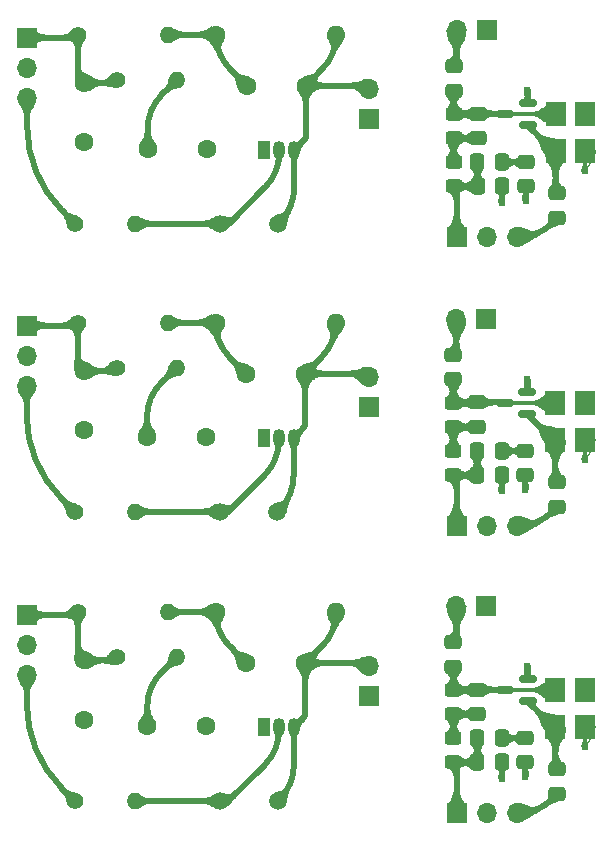
<source format=gbr>
%TF.GenerationSoftware,KiCad,Pcbnew,(6.0.4)*%
%TF.CreationDate,2022-07-15T22:22:15+03:00*%
%TF.ProjectId,panelized,70616e65-6c69-47a6-9564-2e6b69636164,rev?*%
%TF.SameCoordinates,Original*%
%TF.FileFunction,Copper,L1,Top*%
%TF.FilePolarity,Positive*%
%FSLAX46Y46*%
G04 Gerber Fmt 4.6, Leading zero omitted, Abs format (unit mm)*
G04 Created by KiCad (PCBNEW (6.0.4)) date 2022-07-15 22:22:15*
%MOMM*%
%LPD*%
G01*
G04 APERTURE LIST*
G04 Aperture macros list*
%AMRoundRect*
0 Rectangle with rounded corners*
0 $1 Rounding radius*
0 $2 $3 $4 $5 $6 $7 $8 $9 X,Y pos of 4 corners*
0 Add a 4 corners polygon primitive as box body*
4,1,4,$2,$3,$4,$5,$6,$7,$8,$9,$2,$3,0*
0 Add four circle primitives for the rounded corners*
1,1,$1+$1,$2,$3*
1,1,$1+$1,$4,$5*
1,1,$1+$1,$6,$7*
1,1,$1+$1,$8,$9*
0 Add four rect primitives between the rounded corners*
20,1,$1+$1,$2,$3,$4,$5,0*
20,1,$1+$1,$4,$5,$6,$7,0*
20,1,$1+$1,$6,$7,$8,$9,0*
20,1,$1+$1,$8,$9,$2,$3,0*%
G04 Aperture macros list end*
%TA.AperFunction,SMDPad,CuDef*%
%ADD10RoundRect,0.250000X0.450000X-0.325000X0.450000X0.325000X-0.450000X0.325000X-0.450000X-0.325000X0*%
%TD*%
%TA.AperFunction,SMDPad,CuDef*%
%ADD11R,1.800000X2.100000*%
%TD*%
%TA.AperFunction,SMDPad,CuDef*%
%ADD12RoundRect,0.250000X0.337500X0.475000X-0.337500X0.475000X-0.337500X-0.475000X0.337500X-0.475000X0*%
%TD*%
%TA.AperFunction,SMDPad,CuDef*%
%ADD13RoundRect,0.250000X-0.475000X0.337500X-0.475000X-0.337500X0.475000X-0.337500X0.475000X0.337500X0*%
%TD*%
%TA.AperFunction,ComponentPad*%
%ADD14R,1.700000X1.700000*%
%TD*%
%TA.AperFunction,ComponentPad*%
%ADD15O,1.700000X1.700000*%
%TD*%
%TA.AperFunction,SMDPad,CuDef*%
%ADD16RoundRect,0.150000X0.587500X0.150000X-0.587500X0.150000X-0.587500X-0.150000X0.587500X-0.150000X0*%
%TD*%
%TA.AperFunction,SMDPad,CuDef*%
%ADD17RoundRect,0.250000X-0.337500X-0.475000X0.337500X-0.475000X0.337500X0.475000X-0.337500X0.475000X0*%
%TD*%
%TA.AperFunction,SMDPad,CuDef*%
%ADD18RoundRect,0.250000X0.475000X-0.337500X0.475000X0.337500X-0.475000X0.337500X-0.475000X-0.337500X0*%
%TD*%
%TA.AperFunction,ComponentPad*%
%ADD19C,1.400000*%
%TD*%
%TA.AperFunction,ComponentPad*%
%ADD20O,1.400000X1.400000*%
%TD*%
%TA.AperFunction,ComponentPad*%
%ADD21C,1.500000*%
%TD*%
%TA.AperFunction,ComponentPad*%
%ADD22C,1.600000*%
%TD*%
%TA.AperFunction,ComponentPad*%
%ADD23O,1.600000X1.600000*%
%TD*%
%TA.AperFunction,ComponentPad*%
%ADD24R,1.050000X1.500000*%
%TD*%
%TA.AperFunction,ComponentPad*%
%ADD25O,1.050000X1.500000*%
%TD*%
%TA.AperFunction,ViaPad*%
%ADD26C,0.620000*%
%TD*%
%TA.AperFunction,Conductor*%
%ADD27C,0.500000*%
%TD*%
%TA.AperFunction,Conductor*%
%ADD28C,0.300000*%
%TD*%
G04 APERTURE END LIST*
D10*
%TO.P,L1,1,1*%
%TO.N,N/C*%
X90300900Y-91734100D03*
%TO.P,L1,2,2*%
X90300900Y-89684100D03*
%TD*%
D11*
%TO.P,Y1,1,1*%
%TO.N,N/C*%
X98936900Y-85620100D03*
%TO.P,Y1,2,2*%
X98936900Y-88720100D03*
%TO.P,Y1,3,3*%
X101436900Y-88720100D03*
%TO.P,Y1,4*%
X101436900Y-85620100D03*
%TD*%
D12*
%TO.P,C1,1*%
%TO.N,N/C*%
X94407900Y-91716100D03*
%TO.P,C1,2*%
X92332900Y-91716100D03*
%TD*%
D13*
%TO.P,C2,1*%
%TO.N,N/C*%
X92332900Y-85577100D03*
%TO.P,C2,2*%
X92332900Y-87652100D03*
%TD*%
D14*
%TO.P,J2,1,Pin_1*%
%TO.N,N/C*%
X93094900Y-78508100D03*
D15*
%TO.P,J2,2,Pin_2*%
X90554900Y-78508100D03*
%TD*%
D16*
%TO.P,Q1,1,B*%
%TO.N,N/C*%
X96572400Y-86570100D03*
%TO.P,Q1,2,E*%
X96572400Y-84670100D03*
%TO.P,Q1,3,C*%
X94697400Y-85620100D03*
%TD*%
D17*
%TO.P,RP1,1*%
%TO.N,N/C*%
X92311400Y-89684100D03*
%TO.P,RP1,2*%
X94386400Y-89684100D03*
%TD*%
D18*
%TO.P,C3,1*%
%TO.N,N/C*%
X90300900Y-83631100D03*
%TO.P,C3,2*%
X90300900Y-81556100D03*
%TD*%
D10*
%TO.P,L2,1,1*%
%TO.N,N/C*%
X90300900Y-87652100D03*
%TO.P,L2,2,2*%
X90300900Y-85602100D03*
%TD*%
D14*
%TO.P,J1,1,Pin_1*%
%TO.N,N/C*%
X90569900Y-96034100D03*
D15*
%TO.P,J1,2,Pin_2*%
X93109900Y-96034100D03*
%TO.P,J1,3,Pin_3*%
X95649900Y-96034100D03*
%TD*%
D13*
%TO.P,CP1,1*%
%TO.N,N/C*%
X96396900Y-89662600D03*
%TO.P,CP1,2*%
X96396900Y-91737600D03*
%TD*%
D18*
%TO.P,R1,1*%
%TO.N,N/C*%
X99089300Y-94404600D03*
%TO.P,R1,2*%
X99089300Y-92329600D03*
%TD*%
D10*
%TO.P,L2,1,1*%
%TO.N,N/C*%
X90294045Y-112106376D03*
%TO.P,L2,2,2*%
X90294045Y-110056376D03*
%TD*%
%TO.P,L1,1,1*%
%TO.N,N/C*%
X90294045Y-116188376D03*
%TO.P,L1,2,2*%
X90294045Y-114138376D03*
%TD*%
D14*
%TO.P,J1,1,Pin_1*%
%TO.N,N/C*%
X90563045Y-120488376D03*
D15*
%TO.P,J1,2,Pin_2*%
X93103045Y-120488376D03*
%TO.P,J1,3,Pin_3*%
X95643045Y-120488376D03*
%TD*%
D11*
%TO.P,Y1,1,1*%
%TO.N,N/C*%
X98930045Y-110074376D03*
%TO.P,Y1,2,2*%
X98930045Y-113174376D03*
%TO.P,Y1,3,3*%
X101430045Y-113174376D03*
%TO.P,Y1,4*%
X101430045Y-110074376D03*
%TD*%
D12*
%TO.P,C1,1*%
%TO.N,N/C*%
X94401045Y-116170376D03*
%TO.P,C1,2*%
X92326045Y-116170376D03*
%TD*%
D13*
%TO.P,CP1,1*%
%TO.N,N/C*%
X96390045Y-114116876D03*
%TO.P,CP1,2*%
X96390045Y-116191876D03*
%TD*%
%TO.P,C2,1*%
%TO.N,N/C*%
X92326045Y-110031376D03*
%TO.P,C2,2*%
X92326045Y-112106376D03*
%TD*%
D14*
%TO.P,J2,1,Pin_1*%
%TO.N,N/C*%
X93088045Y-102962376D03*
D15*
%TO.P,J2,2,Pin_2*%
X90548045Y-102962376D03*
%TD*%
D16*
%TO.P,Q1,1,B*%
%TO.N,N/C*%
X96565545Y-111024376D03*
%TO.P,Q1,2,E*%
X96565545Y-109124376D03*
%TO.P,Q1,3,C*%
X94690545Y-110074376D03*
%TD*%
D18*
%TO.P,R1,1*%
%TO.N,N/C*%
X99082445Y-118858876D03*
%TO.P,R1,2*%
X99082445Y-116783876D03*
%TD*%
D17*
%TO.P,RP1,1*%
%TO.N,N/C*%
X92304545Y-114138376D03*
%TO.P,RP1,2*%
X94379545Y-114138376D03*
%TD*%
D18*
%TO.P,C3,1*%
%TO.N,N/C*%
X90294045Y-108085376D03*
%TO.P,C3,2*%
X90294045Y-106010376D03*
%TD*%
D19*
%TO.P,L1,1,1*%
%TO.N,N/C*%
X58521600Y-78877494D03*
D20*
%TO.P,L1,2,2*%
X66141600Y-78877494D03*
%TD*%
D14*
%TO.P,J2,1,Pin_1*%
%TO.N,N/C*%
X83159600Y-85994494D03*
D15*
%TO.P,J2,2,Pin_2*%
X83159600Y-83454494D03*
%TD*%
D21*
%TO.P,Y1,1,1*%
%TO.N,N/C*%
X75449600Y-94879494D03*
%TO.P,Y1,2,2*%
X70569600Y-94879494D03*
%TD*%
D22*
%TO.P,C2,1*%
%TO.N,N/C*%
X77785600Y-83195494D03*
%TO.P,C2,2*%
X72785600Y-83195494D03*
%TD*%
%TO.P,L2,1,1*%
%TO.N,N/C*%
X70205600Y-78877494D03*
D23*
%TO.P,L2,2,2*%
X80365600Y-78877494D03*
%TD*%
D14*
%TO.P,J1,1,Pin_1*%
%TO.N,N/C*%
X54203600Y-79131494D03*
D15*
%TO.P,J1,2,Pin_2*%
X54203600Y-81671494D03*
%TO.P,J1,3,Pin_3*%
X54203600Y-84211494D03*
%TD*%
D19*
%TO.P,R1,1*%
%TO.N,N/C*%
X58267600Y-94879494D03*
D20*
%TO.P,R1,2*%
X63347600Y-94879494D03*
%TD*%
D19*
%TO.P,RP1,1*%
%TO.N,N/C*%
X61823600Y-82687494D03*
D20*
%TO.P,RP1,2*%
X66903600Y-82687494D03*
%TD*%
D22*
%TO.P,C1,1*%
%TO.N,N/C*%
X59029600Y-87981494D03*
%TO.P,C1,2*%
X59029600Y-82981494D03*
%TD*%
%TO.P,CP1,1*%
%TO.N,N/C*%
X64403600Y-88529494D03*
%TO.P,CP1,2*%
X69403600Y-88529494D03*
%TD*%
D24*
%TO.P,Q1,1,E*%
%TO.N,N/C*%
X74269600Y-88635494D03*
D25*
%TO.P,Q1,2,B*%
X75539600Y-88635494D03*
%TO.P,Q1,3,C*%
X76809600Y-88635494D03*
%TD*%
D19*
%TO.P,L1,1,1*%
%TO.N,N/C*%
X58470800Y-103261494D03*
D20*
%TO.P,L1,2,2*%
X66090800Y-103261494D03*
%TD*%
D14*
%TO.P,J2,1,Pin_1*%
%TO.N,N/C*%
X83108800Y-110378494D03*
D15*
%TO.P,J2,2,Pin_2*%
X83108800Y-107838494D03*
%TD*%
D21*
%TO.P,Y1,1,1*%
%TO.N,N/C*%
X75398800Y-119263494D03*
%TO.P,Y1,2,2*%
X70518800Y-119263494D03*
%TD*%
D22*
%TO.P,C2,1*%
%TO.N,N/C*%
X77734800Y-107579494D03*
%TO.P,C2,2*%
X72734800Y-107579494D03*
%TD*%
%TO.P,L2,1,1*%
%TO.N,N/C*%
X70154800Y-103261494D03*
D23*
%TO.P,L2,2,2*%
X80314800Y-103261494D03*
%TD*%
D14*
%TO.P,J1,1,Pin_1*%
%TO.N,N/C*%
X54152800Y-103515494D03*
D15*
%TO.P,J1,2,Pin_2*%
X54152800Y-106055494D03*
%TO.P,J1,3,Pin_3*%
X54152800Y-108595494D03*
%TD*%
D19*
%TO.P,R1,1*%
%TO.N,N/C*%
X58216800Y-119263494D03*
D20*
%TO.P,R1,2*%
X63296800Y-119263494D03*
%TD*%
D19*
%TO.P,RP1,1*%
%TO.N,N/C*%
X61772800Y-107071494D03*
D20*
%TO.P,RP1,2*%
X66852800Y-107071494D03*
%TD*%
D22*
%TO.P,C1,1*%
%TO.N,N/C*%
X58978800Y-112365494D03*
%TO.P,C1,2*%
X58978800Y-107365494D03*
%TD*%
%TO.P,CP1,1*%
%TO.N,N/C*%
X64352800Y-112913494D03*
%TO.P,CP1,2*%
X69352800Y-112913494D03*
%TD*%
D24*
%TO.P,Q1,1,E*%
%TO.N,N/C*%
X74218800Y-113019494D03*
D25*
%TO.P,Q1,2,B*%
X75488800Y-113019494D03*
%TO.P,Q1,3,C*%
X76758800Y-113019494D03*
%TD*%
D14*
%TO.P,J1,1,Pin_1*%
%TO.N,N/C*%
X54175200Y-128026494D03*
D15*
%TO.P,J1,2,Pin_2*%
X54175200Y-130566494D03*
%TO.P,J1,3,Pin_3*%
X54175200Y-133106494D03*
%TD*%
D22*
%TO.P,L2,1,1*%
%TO.N,N/C*%
X70177200Y-127772494D03*
D23*
%TO.P,L2,2,2*%
X80337200Y-127772494D03*
%TD*%
D21*
%TO.P,Y1,1,1*%
%TO.N,N/C*%
X75421200Y-143774494D03*
%TO.P,Y1,2,2*%
X70541200Y-143774494D03*
%TD*%
D19*
%TO.P,L1,1,1*%
%TO.N,N/C*%
X58493200Y-127772494D03*
D20*
%TO.P,L1,2,2*%
X66113200Y-127772494D03*
%TD*%
D22*
%TO.P,C2,1*%
%TO.N,N/C*%
X77757200Y-132090494D03*
%TO.P,C2,2*%
X72757200Y-132090494D03*
%TD*%
D14*
%TO.P,J2,1,Pin_1*%
%TO.N,N/C*%
X83131200Y-134889494D03*
D15*
%TO.P,J2,2,Pin_2*%
X83131200Y-132349494D03*
%TD*%
D22*
%TO.P,C1,1*%
%TO.N,N/C*%
X59001200Y-136876494D03*
%TO.P,C1,2*%
X59001200Y-131876494D03*
%TD*%
D19*
%TO.P,R1,1*%
%TO.N,N/C*%
X58239200Y-143774494D03*
D20*
%TO.P,R1,2*%
X63319200Y-143774494D03*
%TD*%
D24*
%TO.P,Q1,1,E*%
%TO.N,N/C*%
X74241200Y-137530494D03*
D25*
%TO.P,Q1,2,B*%
X75511200Y-137530494D03*
%TO.P,Q1,3,C*%
X76781200Y-137530494D03*
%TD*%
D22*
%TO.P,CP1,1*%
%TO.N,N/C*%
X64375200Y-137424494D03*
%TO.P,CP1,2*%
X69375200Y-137424494D03*
%TD*%
D19*
%TO.P,RP1,1*%
%TO.N,N/C*%
X61795200Y-131582494D03*
D20*
%TO.P,RP1,2*%
X66875200Y-131582494D03*
%TD*%
D10*
%TO.P,L2,1,1*%
%TO.N,N/C*%
X90299300Y-136416950D03*
%TO.P,L2,2,2*%
X90299300Y-134366950D03*
%TD*%
D18*
%TO.P,R1,1*%
%TO.N,N/C*%
X99087700Y-143169450D03*
%TO.P,R1,2*%
X99087700Y-141094450D03*
%TD*%
D16*
%TO.P,Q1,1,B*%
%TO.N,N/C*%
X96570800Y-135334950D03*
%TO.P,Q1,2,E*%
X96570800Y-133434950D03*
%TO.P,Q1,3,C*%
X94695800Y-134384950D03*
%TD*%
D10*
%TO.P,L1,1,1*%
%TO.N,N/C*%
X90299300Y-140498950D03*
%TO.P,L1,2,2*%
X90299300Y-138448950D03*
%TD*%
D17*
%TO.P,RP1,1*%
%TO.N,N/C*%
X92309800Y-138448950D03*
%TO.P,RP1,2*%
X94384800Y-138448950D03*
%TD*%
D11*
%TO.P,Y1,1,1*%
%TO.N,N/C*%
X98935300Y-134384950D03*
%TO.P,Y1,2,2*%
X98935300Y-137484950D03*
%TO.P,Y1,3,3*%
X101435300Y-137484950D03*
%TO.P,Y1,4*%
X101435300Y-134384950D03*
%TD*%
D12*
%TO.P,C1,1*%
%TO.N,N/C*%
X94406300Y-140480950D03*
%TO.P,C1,2*%
X92331300Y-140480950D03*
%TD*%
D13*
%TO.P,CP1,1*%
%TO.N,N/C*%
X96395300Y-138427450D03*
%TO.P,CP1,2*%
X96395300Y-140502450D03*
%TD*%
%TO.P,C2,1*%
%TO.N,N/C*%
X92331300Y-134341950D03*
%TO.P,C2,2*%
X92331300Y-136416950D03*
%TD*%
D14*
%TO.P,J2,1,Pin_1*%
%TO.N,N/C*%
X93093300Y-127272950D03*
D15*
%TO.P,J2,2,Pin_2*%
X90553300Y-127272950D03*
%TD*%
D14*
%TO.P,J1,1,Pin_1*%
%TO.N,N/C*%
X90568300Y-144798950D03*
D15*
%TO.P,J1,2,Pin_2*%
X93108300Y-144798950D03*
%TO.P,J1,3,Pin_3*%
X95648300Y-144798950D03*
%TD*%
D18*
%TO.P,C3,1*%
%TO.N,N/C*%
X90299300Y-132395950D03*
%TO.P,C3,2*%
X90299300Y-130320950D03*
%TD*%
D26*
%TO.N,*%
X101400700Y-90471500D03*
X96396900Y-93011500D03*
X94390300Y-93113100D03*
X96549300Y-83562700D03*
X96390045Y-117465776D03*
X101393845Y-114925776D03*
X96542445Y-108016976D03*
X94383445Y-117567376D03*
X101399100Y-139236350D03*
X96547700Y-132327550D03*
X94388700Y-141877950D03*
X96395300Y-141776350D03*
%TD*%
D27*
%TO.N,*%
X90569900Y-96034100D02*
X90569900Y-92003100D01*
X96396900Y-91737600D02*
X96396900Y-93011500D01*
X90300900Y-89684100D02*
X90300900Y-87652100D01*
X94407900Y-91716100D02*
X94407900Y-93095500D01*
X90569900Y-92003100D02*
X90300900Y-91734100D01*
X92307900Y-85602100D02*
X92332900Y-85577100D01*
X98936900Y-92177200D02*
X98936900Y-88720100D01*
D28*
X98631373Y-94862527D02*
X99089300Y-94404600D01*
D27*
X90300900Y-81556100D02*
X90554900Y-81302100D01*
D28*
X101436900Y-88720100D02*
X101436900Y-90435300D01*
D27*
X92332900Y-91716100D02*
X92332900Y-89705600D01*
D28*
X99089300Y-92329600D02*
X98936900Y-92177200D01*
X96572400Y-83585800D02*
X96549300Y-83562700D01*
D27*
X90554900Y-81302100D02*
X90554900Y-78508100D01*
X92332900Y-85577100D02*
X94654400Y-85577100D01*
D28*
X95649900Y-96034100D02*
X95802946Y-96034100D01*
D27*
X90300900Y-87652100D02*
X92332900Y-87652100D01*
D28*
X98936900Y-88720100D02*
X98722400Y-88720100D01*
D27*
X92314900Y-91734100D02*
X92332900Y-91716100D01*
D28*
X94386400Y-89684100D02*
X96375400Y-89684100D01*
D27*
X92332900Y-89705600D02*
X92311400Y-89684100D01*
D28*
X94654400Y-85577100D02*
X94697400Y-85620100D01*
X98936900Y-85620100D02*
X94697400Y-85620100D01*
D27*
X90300900Y-91734100D02*
X92314900Y-91734100D01*
X96572400Y-84670100D02*
X96572400Y-83585800D01*
X90300900Y-85602100D02*
X92307900Y-85602100D01*
D28*
X96375400Y-89684100D02*
X96396900Y-89662600D01*
D27*
X98722400Y-88720100D02*
X96572400Y-86570100D01*
D28*
X101436900Y-90435300D02*
X101400700Y-90471500D01*
D27*
X90300900Y-85602100D02*
X90300900Y-83631100D01*
D28*
X94407900Y-93095500D02*
X94390300Y-93113100D01*
D27*
X98631350Y-94862504D02*
G75*
G02*
X95802946Y-96034100I-2828450J2828404D01*
G01*
X98624518Y-119316803D02*
G75*
G02*
X95796091Y-120488376I-2828418J2828403D01*
G01*
X90294045Y-106010376D02*
X90548045Y-105756376D01*
X90294045Y-114138376D02*
X90294045Y-112106376D01*
X94401045Y-116170376D02*
X94401045Y-117549776D01*
X98930045Y-116631476D02*
X98930045Y-113174376D01*
X90563045Y-120488376D02*
X90563045Y-116457376D01*
X96390045Y-116191876D02*
X96390045Y-117465776D01*
X92301045Y-110056376D02*
X92326045Y-110031376D01*
X90563045Y-116457376D02*
X90294045Y-116188376D01*
D28*
X98624518Y-119316803D02*
X99082445Y-118858876D01*
D27*
X90294045Y-116188376D02*
X92308045Y-116188376D01*
X96565545Y-109124376D02*
X96565545Y-108040076D01*
D28*
X96368545Y-114138376D02*
X96390045Y-114116876D01*
D27*
X98715545Y-113174376D02*
X96565545Y-111024376D01*
D28*
X95643045Y-120488376D02*
X95796091Y-120488376D01*
X101430045Y-114889576D02*
X101393845Y-114925776D01*
D27*
X90294045Y-112106376D02*
X92326045Y-112106376D01*
D28*
X94401045Y-117549776D02*
X94383445Y-117567376D01*
X98930045Y-113174376D02*
X98715545Y-113174376D01*
D27*
X92308045Y-116188376D02*
X92326045Y-116170376D01*
X92326045Y-114159876D02*
X92304545Y-114138376D01*
D28*
X99082445Y-116783876D02*
X98930045Y-116631476D01*
X94647545Y-110031376D02*
X94690545Y-110074376D01*
X94379545Y-114138376D02*
X96368545Y-114138376D01*
X96565545Y-108040076D02*
X96542445Y-108016976D01*
D27*
X90548045Y-105756376D02*
X90548045Y-102962376D01*
X90294045Y-110056376D02*
X90294045Y-108085376D01*
D28*
X101430045Y-113174376D02*
X101430045Y-114889576D01*
D27*
X92326045Y-110031376D02*
X94647545Y-110031376D01*
D28*
X98930045Y-110074376D02*
X94690545Y-110074376D01*
D27*
X90294045Y-110056376D02*
X92301045Y-110056376D01*
X92326045Y-116170376D02*
X92326045Y-114159876D01*
X74368007Y-91788047D02*
G75*
G03*
X75539600Y-88959640I-2828407J2828447D01*
G01*
X80365628Y-78958640D02*
G75*
G02*
X79194027Y-81787067I-4000028J40D01*
G01*
X64403635Y-86844348D02*
G75*
G02*
X65575174Y-84015922I3999965J48D01*
G01*
X54203630Y-86673358D02*
G75*
G03*
X57132532Y-93744426I9999970J-42D01*
G01*
X71377193Y-81787047D02*
G75*
G02*
X70205600Y-78958640I2828407J2828447D01*
G01*
X76809628Y-91862640D02*
G75*
G02*
X75638027Y-94691067I-4000028J40D01*
G01*
X66141600Y-78877494D02*
X70205600Y-78877494D01*
X64403600Y-88529494D02*
X64403600Y-86844348D01*
X70205600Y-78877494D02*
X70205600Y-78958640D01*
X59029600Y-82981494D02*
X61529600Y-82981494D01*
X75539600Y-88635494D02*
X75539600Y-88959640D01*
X58521600Y-82473494D02*
X59029600Y-82981494D01*
X58267600Y-94879494D02*
X57132532Y-93744426D01*
X58267600Y-79131494D02*
X58521600Y-78877494D01*
X76809600Y-91862640D02*
X76809600Y-88635494D01*
X71276600Y-94879494D02*
X70569600Y-94879494D01*
X74368027Y-91788067D02*
X71276600Y-94879494D01*
X65575173Y-84015921D02*
X66903600Y-82687494D01*
X76809600Y-88635494D02*
X77785600Y-87659494D01*
X54203600Y-79131494D02*
X58267600Y-79131494D01*
X61529600Y-82981494D02*
X61823600Y-82687494D01*
X75449600Y-94879494D02*
X75638027Y-94691067D01*
X70569600Y-94879494D02*
X63347600Y-94879494D01*
X77785600Y-83195494D02*
X82900600Y-83195494D01*
X79194027Y-81787067D02*
X77785600Y-83195494D01*
X77785600Y-87659494D02*
X77785600Y-83195494D01*
X71377173Y-81787067D02*
X72785600Y-83195494D01*
X54203600Y-86673358D02*
X54203600Y-84211494D01*
X80365600Y-78877494D02*
X80365600Y-78958640D01*
X82900600Y-83195494D02*
X83159600Y-83454494D01*
X58521600Y-78877494D02*
X58521600Y-82473494D01*
X74317207Y-116172047D02*
G75*
G03*
X75488800Y-113343640I-2828407J2828447D01*
G01*
X80314828Y-103342640D02*
G75*
G02*
X79143227Y-106171067I-4000028J40D01*
G01*
X64352835Y-111228348D02*
G75*
G02*
X65524374Y-108399922I3999965J48D01*
G01*
X54152830Y-111057358D02*
G75*
G03*
X57081732Y-118128426I9999970J-42D01*
G01*
X71326393Y-106171047D02*
G75*
G02*
X70154800Y-103342640I2828407J2828447D01*
G01*
X76758828Y-116246640D02*
G75*
G02*
X75587227Y-119075067I-4000028J40D01*
G01*
X66090800Y-103261494D02*
X70154800Y-103261494D01*
X64352800Y-112913494D02*
X64352800Y-111228348D01*
X70154800Y-103261494D02*
X70154800Y-103342640D01*
X58978800Y-107365494D02*
X61478800Y-107365494D01*
X75488800Y-113019494D02*
X75488800Y-113343640D01*
X58470800Y-106857494D02*
X58978800Y-107365494D01*
X58216800Y-119263494D02*
X57081732Y-118128426D01*
X58216800Y-103515494D02*
X58470800Y-103261494D01*
X76758800Y-116246640D02*
X76758800Y-113019494D01*
X71225800Y-119263494D02*
X70518800Y-119263494D01*
X74317227Y-116172067D02*
X71225800Y-119263494D01*
X65524373Y-108399921D02*
X66852800Y-107071494D01*
X76758800Y-113019494D02*
X77734800Y-112043494D01*
X54152800Y-103515494D02*
X58216800Y-103515494D01*
X61478800Y-107365494D02*
X61772800Y-107071494D01*
X75398800Y-119263494D02*
X75587227Y-119075067D01*
X70518800Y-119263494D02*
X63296800Y-119263494D01*
X77734800Y-107579494D02*
X82849800Y-107579494D01*
X79143227Y-106171067D02*
X77734800Y-107579494D01*
X77734800Y-112043494D02*
X77734800Y-107579494D01*
X71326373Y-106171067D02*
X72734800Y-107579494D01*
X54152800Y-111057358D02*
X54152800Y-108595494D01*
X80314800Y-103261494D02*
X80314800Y-103342640D01*
X82849800Y-107579494D02*
X83108800Y-107838494D01*
X58470800Y-103261494D02*
X58470800Y-106857494D01*
X54175230Y-135568358D02*
G75*
G03*
X57104132Y-142639426I9999970J-42D01*
G01*
X74339607Y-140683047D02*
G75*
G03*
X75511200Y-137854640I-2828407J2828447D01*
G01*
X64375235Y-135739348D02*
G75*
G02*
X65546774Y-132910922I3999965J48D01*
G01*
X80337228Y-127853640D02*
G75*
G02*
X79165627Y-130682067I-4000028J40D01*
G01*
X71348793Y-130682047D02*
G75*
G02*
X70177200Y-127853640I2828407J2828447D01*
G01*
X76781228Y-140757640D02*
G75*
G02*
X75609627Y-143586067I-4000028J40D01*
G01*
X76781200Y-140757640D02*
X76781200Y-137530494D01*
X58239200Y-128026494D02*
X58493200Y-127772494D01*
X59001200Y-131876494D02*
X61501200Y-131876494D01*
X70177200Y-127772494D02*
X70177200Y-127853640D01*
X58239200Y-143774494D02*
X57104132Y-142639426D01*
X75511200Y-137530494D02*
X75511200Y-137854640D01*
X58493200Y-131368494D02*
X59001200Y-131876494D01*
X66113200Y-127772494D02*
X70177200Y-127772494D01*
X64375200Y-137424494D02*
X64375200Y-135739348D01*
X71248200Y-143774494D02*
X70541200Y-143774494D01*
X74339627Y-140683067D02*
X71248200Y-143774494D01*
X61501200Y-131876494D02*
X61795200Y-131582494D01*
X75421200Y-143774494D02*
X75609627Y-143586067D01*
X77757200Y-132090494D02*
X82872200Y-132090494D01*
X79165627Y-130682067D02*
X77757200Y-132090494D01*
X77757200Y-136554494D02*
X77757200Y-132090494D01*
X71348773Y-130682067D02*
X72757200Y-132090494D01*
X54175200Y-135568358D02*
X54175200Y-133106494D01*
X82872200Y-132090494D02*
X83131200Y-132349494D01*
X65546773Y-132910921D02*
X66875200Y-131582494D01*
X80337200Y-127772494D02*
X80337200Y-127853640D01*
X76781200Y-137530494D02*
X77757200Y-136554494D01*
X70541200Y-143774494D02*
X63319200Y-143774494D01*
X54175200Y-128026494D02*
X58239200Y-128026494D01*
X58493200Y-127772494D02*
X58493200Y-131368494D01*
X92331300Y-134341950D02*
X94652800Y-134341950D01*
X90299300Y-140498950D02*
X92313300Y-140498950D01*
X96570800Y-133434950D02*
X96570800Y-132350650D01*
X90568300Y-140767950D02*
X90299300Y-140498950D01*
X98720800Y-137484950D02*
X96570800Y-135334950D01*
D28*
X95648300Y-144798950D02*
X95801346Y-144798950D01*
D27*
X90299300Y-134366950D02*
X92306300Y-134366950D01*
D28*
X94406300Y-141860350D02*
X94388700Y-141877950D01*
D27*
X92331300Y-138470450D02*
X92309800Y-138448950D01*
D28*
X99087700Y-141094450D02*
X98935300Y-140942050D01*
D27*
X90553300Y-130066950D02*
X90553300Y-127272950D01*
X96395300Y-140502450D02*
X96395300Y-141776350D01*
X90299300Y-134366950D02*
X90299300Y-132395950D01*
D28*
X98935300Y-137484950D02*
X98720800Y-137484950D01*
X98935300Y-134384950D02*
X94695800Y-134384950D01*
D27*
X94406300Y-140480950D02*
X94406300Y-141860350D01*
X92313300Y-140498950D02*
X92331300Y-140480950D01*
X90299300Y-130320950D02*
X90553300Y-130066950D01*
D28*
X101435300Y-137484950D02*
X101435300Y-139200150D01*
D27*
X98935300Y-140942050D02*
X98935300Y-137484950D01*
X92306300Y-134366950D02*
X92331300Y-134341950D01*
D28*
X98629773Y-143627377D02*
X99087700Y-143169450D01*
D27*
X90299300Y-138448950D02*
X90299300Y-136416950D01*
X90568300Y-144798950D02*
X90568300Y-140767950D01*
D28*
X96570800Y-132350650D02*
X96547700Y-132327550D01*
X101435300Y-139200150D02*
X101399100Y-139236350D01*
X94384800Y-138448950D02*
X96373800Y-138448950D01*
X96373800Y-138448950D02*
X96395300Y-138427450D01*
D27*
X90299300Y-136416950D02*
X92331300Y-136416950D01*
D28*
X94652800Y-134341950D02*
X94695800Y-134384950D01*
D27*
X92331300Y-140480950D02*
X92331300Y-138470450D01*
X98629740Y-143627344D02*
G75*
G02*
X95801346Y-144798950I-2828440J2828344D01*
G01*
%TD*%
%TA.AperFunction,NonConductor*%
G36*
X90299300Y-133791950D02*
G01*
X90436369Y-133796091D01*
X90555623Y-133807743D01*
X90659802Y-133825750D01*
X90751647Y-133848958D01*
X90802603Y-133865841D01*
X90833564Y-133876099D01*
X90834227Y-133876341D01*
X90909077Y-133906261D01*
X90909510Y-133906444D01*
X90945924Y-133922725D01*
X90980590Y-133938225D01*
X91050509Y-133970676D01*
X91121798Y-134002550D01*
X91197199Y-134032691D01*
X91279452Y-134059943D01*
X91371297Y-134083150D01*
X91475476Y-134101158D01*
X91594730Y-134112810D01*
X91731800Y-134116950D01*
X91731800Y-134616950D01*
X91594730Y-134621091D01*
X91475476Y-134632743D01*
X91371297Y-134650750D01*
X91279452Y-134673958D01*
X91197199Y-134701210D01*
X91121798Y-134731350D01*
X91050509Y-134763225D01*
X90980590Y-134795676D01*
X90975396Y-134797998D01*
X90909509Y-134827456D01*
X90909077Y-134827639D01*
X90861789Y-134846543D01*
X90834217Y-134857564D01*
X90833573Y-134857799D01*
X90752045Y-134884811D01*
X90751231Y-134885048D01*
X90715797Y-134894001D01*
X90660238Y-134908040D01*
X90659369Y-134908225D01*
X90556055Y-134926083D01*
X90555200Y-134926199D01*
X90436758Y-134937772D01*
X90435973Y-134937822D01*
X90306774Y-134941724D01*
X90298401Y-134938548D01*
X90295956Y-134935261D01*
X90202219Y-134747788D01*
X90011800Y-134366950D01*
X90299300Y-133791950D01*
G37*
%TD.AperFunction*%
%TA.AperFunction,NonConductor*%
G36*
X90202219Y-136036112D02*
G01*
X90295956Y-135848639D01*
X90302721Y-135842771D01*
X90306774Y-135842176D01*
X90435973Y-135846079D01*
X90436758Y-135846129D01*
X90555200Y-135857702D01*
X90556055Y-135857818D01*
X90659369Y-135875675D01*
X90660237Y-135875860D01*
X90715524Y-135889830D01*
X90751231Y-135898853D01*
X90752045Y-135899090D01*
X90833563Y-135926099D01*
X90834226Y-135926341D01*
X90909077Y-135956261D01*
X90909510Y-135956444D01*
X90945924Y-135972725D01*
X90980590Y-135988225D01*
X91050509Y-136020676D01*
X91121798Y-136052550D01*
X91197199Y-136082691D01*
X91197382Y-136082752D01*
X91197383Y-136082752D01*
X91279248Y-136109876D01*
X91279262Y-136109880D01*
X91279452Y-136109943D01*
X91371297Y-136133150D01*
X91475476Y-136151158D01*
X91594730Y-136162810D01*
X91731800Y-136166950D01*
X91731800Y-136666950D01*
X91594730Y-136671091D01*
X91475476Y-136682743D01*
X91371297Y-136700750D01*
X91279452Y-136723958D01*
X91197199Y-136751210D01*
X91121798Y-136781350D01*
X91050509Y-136813225D01*
X90980590Y-136845676D01*
X90975396Y-136847998D01*
X90909509Y-136877456D01*
X90909077Y-136877639D01*
X90834226Y-136907560D01*
X90833563Y-136907802D01*
X90803164Y-136917874D01*
X90803163Y-136917875D01*
X90751647Y-136934943D01*
X90659802Y-136958150D01*
X90555623Y-136976158D01*
X90436369Y-136987810D01*
X90299300Y-136991950D01*
X90011800Y-136416950D01*
X90202219Y-136036112D01*
G37*
%TD.AperFunction*%
%TA.AperFunction,NonConductor*%
G36*
X90187262Y-140148027D02*
G01*
X90295956Y-139930639D01*
X90302721Y-139924771D01*
X90306774Y-139924176D01*
X90435973Y-139928079D01*
X90436758Y-139928129D01*
X90555200Y-139939702D01*
X90556055Y-139939818D01*
X90659369Y-139957675D01*
X90660237Y-139957860D01*
X90715524Y-139971830D01*
X90751231Y-139980853D01*
X90752045Y-139981090D01*
X90833563Y-140008099D01*
X90834226Y-140008341D01*
X90909077Y-140038261D01*
X90909510Y-140038444D01*
X90945924Y-140054725D01*
X90980590Y-140070225D01*
X91050509Y-140102676D01*
X91121798Y-140134550D01*
X91197199Y-140164691D01*
X91197382Y-140164752D01*
X91197383Y-140164752D01*
X91279248Y-140191876D01*
X91279262Y-140191880D01*
X91279452Y-140191943D01*
X91371297Y-140215150D01*
X91475476Y-140233158D01*
X91594730Y-140244810D01*
X91731800Y-140248950D01*
X91731800Y-140748950D01*
X91594730Y-140753091D01*
X91475476Y-140764743D01*
X91371297Y-140782750D01*
X91302595Y-140800110D01*
X91279684Y-140805899D01*
X91279675Y-140805902D01*
X91279452Y-140805958D01*
X91197199Y-140833210D01*
X91121798Y-140863350D01*
X91050509Y-140895225D01*
X90980590Y-140927676D01*
X90975396Y-140929998D01*
X90909509Y-140959456D01*
X90909077Y-140959639D01*
X90863615Y-140977813D01*
X90833900Y-140989691D01*
X90751647Y-141016943D01*
X90659802Y-141040150D01*
X90555623Y-141058158D01*
X90436369Y-141069810D01*
X90299300Y-141073950D01*
X90011800Y-140498950D01*
X90187262Y-140148027D01*
G37*
%TD.AperFunction*%
%TA.AperFunction,NonConductor*%
G36*
X94695799Y-134084953D02*
G01*
X94695991Y-134084955D01*
X94765963Y-134086853D01*
X94766666Y-134086894D01*
X94827334Y-134092204D01*
X94828102Y-134092296D01*
X94881099Y-134100490D01*
X94881886Y-134100640D01*
X94928582Y-134111177D01*
X94929321Y-134111369D01*
X94971260Y-134123755D01*
X94971834Y-134123941D01*
X95010441Y-134137678D01*
X95010836Y-134137827D01*
X95047647Y-134152462D01*
X95083952Y-134167439D01*
X95120956Y-134182150D01*
X95160053Y-134196062D01*
X95202640Y-134208639D01*
X95250112Y-134219350D01*
X95303866Y-134227662D01*
X95365296Y-134233039D01*
X95365449Y-134233043D01*
X95365463Y-134233044D01*
X95424417Y-134234641D01*
X95432594Y-134238291D01*
X95435800Y-134246337D01*
X95435800Y-134523563D01*
X95432373Y-134531836D01*
X95424417Y-134535259D01*
X95365464Y-134536857D01*
X95365451Y-134536858D01*
X95365296Y-134536862D01*
X95303866Y-134542239D01*
X95250112Y-134550550D01*
X95202640Y-134561262D01*
X95160053Y-134573839D01*
X95139154Y-134581275D01*
X95121037Y-134587721D01*
X95121029Y-134587724D01*
X95120956Y-134587750D01*
X95083952Y-134602462D01*
X95047647Y-134617439D01*
X95010851Y-134632067D01*
X95010452Y-134632218D01*
X95010441Y-134632222D01*
X94971823Y-134645963D01*
X94971260Y-134646146D01*
X94929321Y-134658532D01*
X94928582Y-134658724D01*
X94881886Y-134669260D01*
X94881099Y-134669410D01*
X94828102Y-134677605D01*
X94827334Y-134677697D01*
X94766666Y-134683007D01*
X94765963Y-134683048D01*
X94703249Y-134684748D01*
X94694886Y-134681546D01*
X94692467Y-134678284D01*
X94545800Y-134384950D01*
X94695799Y-134084953D01*
G37*
%TD.AperFunction*%
%TA.AperFunction,NonConductor*%
G36*
X91748100Y-140341022D02*
G01*
X91760200Y-140219314D01*
X91778900Y-140113021D01*
X91803000Y-140019342D01*
X91816404Y-139979619D01*
X91816992Y-139977876D01*
X91816993Y-139977875D01*
X91831186Y-139935811D01*
X91831436Y-139935139D01*
X91862515Y-139858820D01*
X91862704Y-139858383D01*
X91895651Y-139786062D01*
X91895721Y-139785910D01*
X91926256Y-139721346D01*
X91929400Y-139714698D01*
X91929420Y-139714654D01*
X91962443Y-139642166D01*
X91962450Y-139642149D01*
X91962500Y-139642040D01*
X91993800Y-139565179D01*
X91993857Y-139565010D01*
X91993860Y-139565002D01*
X92011004Y-139514194D01*
X92022100Y-139481309D01*
X92022150Y-139481113D01*
X92022154Y-139481101D01*
X92024439Y-139472217D01*
X92046200Y-139387630D01*
X92064900Y-139281337D01*
X92077000Y-139159629D01*
X92081300Y-139019700D01*
X92581300Y-139019700D01*
X92585600Y-139159629D01*
X92597700Y-139281337D01*
X92616400Y-139387630D01*
X92635555Y-139462088D01*
X92638847Y-139474883D01*
X92640446Y-139481100D01*
X92640448Y-139481106D01*
X92640500Y-139481309D01*
X92648790Y-139505877D01*
X92668740Y-139565002D01*
X92668743Y-139565010D01*
X92668800Y-139565179D01*
X92700100Y-139642040D01*
X92700150Y-139642149D01*
X92700157Y-139642166D01*
X92729871Y-139707390D01*
X92733200Y-139714698D01*
X92733210Y-139714719D01*
X92766879Y-139785910D01*
X92766949Y-139786062D01*
X92799896Y-139858383D01*
X92800085Y-139858820D01*
X92831164Y-139935139D01*
X92831414Y-139935811D01*
X92859463Y-140018937D01*
X92859708Y-140019763D01*
X92874311Y-140076526D01*
X92883588Y-140112586D01*
X92883778Y-140113464D01*
X92902323Y-140218876D01*
X92902442Y-140219741D01*
X92914463Y-140340647D01*
X92914512Y-140341426D01*
X92916972Y-140421476D01*
X92918570Y-140473472D01*
X92915399Y-140481846D01*
X92912108Y-140484296D01*
X92700157Y-140590272D01*
X92331300Y-140774700D01*
X91743800Y-140480950D01*
X91748100Y-140341022D01*
G37*
%TD.AperFunction*%
%TA.AperFunction,NonConductor*%
G36*
X91009978Y-136162650D02*
G01*
X91131686Y-136150550D01*
X91237979Y-136131850D01*
X91331658Y-136107750D01*
X91415528Y-136079450D01*
X91492389Y-136048150D01*
X91492498Y-136048100D01*
X91492515Y-136048093D01*
X91565003Y-136015070D01*
X91565047Y-136015050D01*
X91636259Y-135981371D01*
X91636411Y-135981301D01*
X91708732Y-135948354D01*
X91709169Y-135948165D01*
X91785488Y-135917086D01*
X91786160Y-135916836D01*
X91869286Y-135888787D01*
X91870112Y-135888542D01*
X91962930Y-135864663D01*
X91963818Y-135864471D01*
X92069225Y-135845927D01*
X92070094Y-135845807D01*
X92190985Y-135833788D01*
X92191784Y-135833737D01*
X92323822Y-135829680D01*
X92332196Y-135832851D01*
X92334646Y-135836142D01*
X92622434Y-136411718D01*
X92623069Y-136420650D01*
X92622434Y-136422182D01*
X92334646Y-136997758D01*
X92327881Y-137003626D01*
X92323822Y-137004220D01*
X92191784Y-137000163D01*
X92190985Y-137000112D01*
X92070094Y-136988093D01*
X92069225Y-136987973D01*
X91963818Y-136969429D01*
X91962930Y-136969237D01*
X91870112Y-136945358D01*
X91869286Y-136945113D01*
X91786160Y-136917064D01*
X91785488Y-136916814D01*
X91709169Y-136885735D01*
X91708732Y-136885546D01*
X91636411Y-136852599D01*
X91636259Y-136852529D01*
X91565047Y-136818850D01*
X91565003Y-136818830D01*
X91492515Y-136785807D01*
X91492498Y-136785800D01*
X91492389Y-136785750D01*
X91415528Y-136754450D01*
X91331658Y-136726150D01*
X91237979Y-136702050D01*
X91131686Y-136683350D01*
X91009978Y-136671250D01*
X90870050Y-136666950D01*
X90870050Y-136166950D01*
X91009978Y-136162650D01*
G37*
%TD.AperFunction*%
%TA.AperFunction,NonConductor*%
G36*
X89727702Y-136416051D02*
G01*
X89730989Y-136413606D01*
X90299300Y-136129450D01*
X90874300Y-136416950D01*
X90870159Y-136554020D01*
X90858507Y-136673274D01*
X90840500Y-136777453D01*
X90817292Y-136869298D01*
X90800955Y-136918606D01*
X90800409Y-136920254D01*
X90790151Y-136951215D01*
X90789909Y-136951878D01*
X90759989Y-137026728D01*
X90759806Y-137027161D01*
X90743525Y-137063575D01*
X90728025Y-137098241D01*
X90695574Y-137168160D01*
X90663747Y-137239343D01*
X90663741Y-137239357D01*
X90663700Y-137239449D01*
X90633559Y-137314850D01*
X90606307Y-137397103D01*
X90606251Y-137397326D01*
X90606248Y-137397335D01*
X90597606Y-137431537D01*
X90597249Y-137432950D01*
X90597249Y-137432951D01*
X90583100Y-137488948D01*
X90565092Y-137593127D01*
X90553440Y-137712381D01*
X90549300Y-137849450D01*
X90049300Y-137849450D01*
X90045159Y-137712381D01*
X90033507Y-137593127D01*
X90015500Y-137488948D01*
X90001350Y-137432950D01*
X90000993Y-137431537D01*
X89992351Y-137397335D01*
X89992348Y-137397326D01*
X89992292Y-137397103D01*
X89965040Y-137314850D01*
X89934900Y-137239449D01*
X89934859Y-137239358D01*
X89934853Y-137239343D01*
X89903025Y-137168160D01*
X89870582Y-137098258D01*
X89870531Y-137098145D01*
X89838794Y-137027160D01*
X89838611Y-137026728D01*
X89819707Y-136979440D01*
X89808686Y-136951868D01*
X89808451Y-136951224D01*
X89781439Y-136869696D01*
X89781202Y-136868882D01*
X89772249Y-136833448D01*
X89758210Y-136777889D01*
X89758026Y-136777024D01*
X89752316Y-136743994D01*
X89740167Y-136673706D01*
X89740051Y-136672851D01*
X89728478Y-136554409D01*
X89728428Y-136553625D01*
X89727912Y-136536549D01*
X89724526Y-136424424D01*
X89727702Y-136416051D01*
G37*
%TD.AperFunction*%
%TA.AperFunction,NonConductor*%
G36*
X95064172Y-138293451D02*
G01*
X95186582Y-138277943D01*
X95292733Y-138253909D01*
X95384188Y-138223297D01*
X95385581Y-138222831D01*
X95468080Y-138186194D01*
X95543185Y-138145481D01*
X95613851Y-138102174D01*
X95613915Y-138102133D01*
X95682902Y-138057841D01*
X95683033Y-138057757D01*
X95753464Y-138013850D01*
X95753923Y-138013579D01*
X95828408Y-137971725D01*
X95829153Y-137971341D01*
X95910747Y-137932900D01*
X95911700Y-137932501D01*
X95973647Y-137909786D01*
X96003491Y-137898843D01*
X96004561Y-137898508D01*
X96109568Y-137871069D01*
X96110644Y-137870841D01*
X96231933Y-137851079D01*
X96232936Y-137850960D01*
X96366432Y-137840905D01*
X96374939Y-137843701D01*
X96377579Y-137846963D01*
X96685950Y-138411460D01*
X96686909Y-138420363D01*
X96686188Y-138422217D01*
X96398646Y-139008132D01*
X96391926Y-139014048D01*
X96387709Y-139014668D01*
X96253233Y-139009668D01*
X96252266Y-139009592D01*
X96129737Y-138994800D01*
X96128685Y-138994624D01*
X96022292Y-138971800D01*
X96021230Y-138971519D01*
X95927969Y-138942136D01*
X95927000Y-138941783D01*
X95843829Y-138907263D01*
X95843058Y-138906910D01*
X95766948Y-138868641D01*
X95766484Y-138868394D01*
X95694447Y-138827767D01*
X95694288Y-138827675D01*
X95623485Y-138786181D01*
X95551253Y-138745443D01*
X95551145Y-138745382D01*
X95551051Y-138745335D01*
X95551031Y-138745324D01*
X95474609Y-138706900D01*
X95474415Y-138706802D01*
X95468285Y-138704257D01*
X95393152Y-138673074D01*
X95390372Y-138671920D01*
X95296090Y-138642214D01*
X95188642Y-138619165D01*
X95065104Y-138604251D01*
X94922550Y-138598950D01*
X94922550Y-138298950D01*
X95064172Y-138293451D01*
G37*
%TD.AperFunction*%
%TA.AperFunction,NonConductor*%
G36*
X91001401Y-140244709D02*
G01*
X91122506Y-140232746D01*
X91228168Y-140214202D01*
X91321196Y-140190218D01*
X91404397Y-140161935D01*
X91480575Y-140130495D01*
X91487375Y-140127333D01*
X91552489Y-140097061D01*
X91552572Y-140097022D01*
X91622984Y-140062760D01*
X91623097Y-140062706D01*
X91694868Y-140028727D01*
X91695263Y-140028549D01*
X91770901Y-139996114D01*
X91771529Y-139995866D01*
X91814214Y-139980412D01*
X91814215Y-139980411D01*
X91854383Y-139965869D01*
X91947373Y-139939447D01*
X92052989Y-139917855D01*
X92174037Y-139902235D01*
X92313324Y-139893726D01*
X92624912Y-140471962D01*
X92334620Y-141061705D01*
X92327893Y-141067613D01*
X92323785Y-141068232D01*
X92191337Y-141064391D01*
X92190584Y-141064345D01*
X92069200Y-141052964D01*
X92068379Y-141052858D01*
X91962392Y-141035290D01*
X91961552Y-141035118D01*
X91868158Y-141012505D01*
X91867373Y-141012286D01*
X91854383Y-141008164D01*
X91783653Y-140985723D01*
X91783012Y-140985500D01*
X91706056Y-140956059D01*
X91705636Y-140955888D01*
X91632718Y-140924700D01*
X91632572Y-140924637D01*
X91560797Y-140892773D01*
X91560743Y-140892749D01*
X91487484Y-140861414D01*
X91480428Y-140858714D01*
X91410187Y-140831844D01*
X91410031Y-140831784D01*
X91325591Y-140804993D01*
X91231368Y-140782178D01*
X91124567Y-140764476D01*
X91002392Y-140753021D01*
X90862050Y-140748950D01*
X90862050Y-140248950D01*
X91001401Y-140244709D01*
G37*
%TD.AperFunction*%
%TA.AperFunction,NonConductor*%
G36*
X97074203Y-136175842D02*
G01*
X97411753Y-135838292D01*
X97420026Y-135834865D01*
X97427985Y-135837990D01*
X97571973Y-135971653D01*
X97572167Y-135971804D01*
X97572171Y-135971808D01*
X97713688Y-136082368D01*
X97713916Y-136082546D01*
X97714156Y-136082698D01*
X97714158Y-136082700D01*
X97798884Y-136136557D01*
X97847387Y-136167389D01*
X97974221Y-136230569D01*
X98096253Y-136276475D01*
X98215316Y-136309496D01*
X98215487Y-136309532D01*
X98215497Y-136309534D01*
X98288922Y-136324802D01*
X98333245Y-136334018D01*
X98333300Y-136334027D01*
X98333313Y-136334030D01*
X98451873Y-136354431D01*
X98572867Y-136375093D01*
X98573215Y-136375158D01*
X98698245Y-136400414D01*
X98698885Y-136400562D01*
X98829883Y-136434781D01*
X98830716Y-136435032D01*
X98969614Y-136482587D01*
X98970516Y-136482939D01*
X99067411Y-136525470D01*
X99119268Y-136548233D01*
X99120162Y-136548672D01*
X99280658Y-136636111D01*
X99281470Y-136636597D01*
X99400449Y-136714498D01*
X99449661Y-136746720D01*
X99454705Y-136754118D01*
X99454815Y-136758293D01*
X99400449Y-137110235D01*
X99378249Y-137253948D01*
X99377894Y-137256247D01*
X99302351Y-137745282D01*
X98298904Y-138121346D01*
X98151851Y-137965315D01*
X98062815Y-137857415D01*
X98062815Y-137857414D01*
X98032870Y-137821125D01*
X98032355Y-137820453D01*
X97937128Y-137686382D01*
X97936648Y-137685650D01*
X97860604Y-137559570D01*
X97860208Y-137558856D01*
X97837663Y-137514653D01*
X97799037Y-137438916D01*
X97798741Y-137438289D01*
X97773711Y-137381066D01*
X97748153Y-137322638D01*
X97747993Y-137322252D01*
X97703692Y-137208987D01*
X97703634Y-137208835D01*
X97661422Y-137096338D01*
X97661395Y-137096266D01*
X97617046Y-136982879D01*
X97617038Y-136982860D01*
X97617006Y-136982778D01*
X97616961Y-136982675D01*
X97566259Y-136866761D01*
X97566255Y-136866752D01*
X97566190Y-136866604D01*
X97566122Y-136866472D01*
X97566117Y-136866460D01*
X97504770Y-136746175D01*
X97504767Y-136746169D01*
X97504681Y-136746001D01*
X97504584Y-136745840D01*
X97504580Y-136745833D01*
X97428311Y-136619380D01*
X97428308Y-136619376D01*
X97428201Y-136619198D01*
X97332475Y-136484424D01*
X97213224Y-136339906D01*
X97213098Y-136339772D01*
X97213088Y-136339761D01*
X97073962Y-136192140D01*
X97070781Y-136183769D01*
X97074203Y-136175842D01*
G37*
%TD.AperFunction*%
%TA.AperFunction,NonConductor*%
G36*
X94083860Y-141788997D02*
G01*
X94083873Y-141788831D01*
X94086364Y-141760077D01*
X94089304Y-141726147D01*
X94089329Y-141725886D01*
X94093722Y-141685694D01*
X94095358Y-141670729D01*
X94095385Y-141670504D01*
X94097451Y-141654858D01*
X94101842Y-141621607D01*
X94101875Y-141621373D01*
X94105184Y-141599697D01*
X94108624Y-141577166D01*
X94108632Y-141577112D01*
X94115517Y-141536224D01*
X94115524Y-141536225D01*
X94115532Y-141536141D01*
X94122362Y-141497377D01*
X94129003Y-141459212D01*
X94134148Y-141427361D01*
X94135274Y-141420393D01*
X94135276Y-141420383D01*
X94135281Y-141420349D01*
X94135286Y-141420316D01*
X94135287Y-141420307D01*
X94141024Y-141379484D01*
X94141027Y-141379463D01*
X94141034Y-141379411D01*
X94141039Y-141379364D01*
X94141040Y-141379359D01*
X94143126Y-141361081D01*
X94146101Y-141335020D01*
X94150322Y-141285796D01*
X94153536Y-141230362D01*
X94154469Y-141201611D01*
X94155580Y-141167414D01*
X94155580Y-141167388D01*
X94155582Y-141167340D01*
X94156184Y-141106932D01*
X94159693Y-141098695D01*
X94167883Y-141095350D01*
X94644685Y-141095350D01*
X94652958Y-141098777D01*
X94656385Y-141106964D01*
X94656613Y-141137887D01*
X94656840Y-141168718D01*
X94658360Y-141233002D01*
X94660709Y-141289601D01*
X94662660Y-141322017D01*
X94663735Y-141339879D01*
X94663735Y-141339886D01*
X94663737Y-141339911D01*
X94663740Y-141339953D01*
X94663741Y-141339963D01*
X94666869Y-141379931D01*
X94667292Y-141385330D01*
X94667293Y-141385339D01*
X94667295Y-141385366D01*
X94670232Y-141416682D01*
X94671224Y-141427256D01*
X94671224Y-141427260D01*
X94671228Y-141427299D01*
X94675382Y-141467086D01*
X94679611Y-141506172D01*
X94679616Y-141506216D01*
X94683774Y-141546046D01*
X94687706Y-141587972D01*
X94691261Y-141633391D01*
X94694289Y-141683701D01*
X94696638Y-141740299D01*
X94698158Y-141804583D01*
X94698470Y-141846919D01*
X94698470Y-141846920D01*
X94698475Y-141847602D01*
X94698486Y-141849046D01*
X94698645Y-141870567D01*
X94695279Y-141878865D01*
X94692055Y-141881178D01*
X94691786Y-141881308D01*
X94691786Y-141881309D01*
X94385677Y-142030014D01*
X94376739Y-142030547D01*
X94374762Y-142029649D01*
X94350756Y-142015936D01*
X94153536Y-141903276D01*
X94085523Y-141864424D01*
X94080039Y-141857345D01*
X94079651Y-141853503D01*
X94083860Y-141788997D01*
G37*
%TD.AperFunction*%
%TA.AperFunction,NonConductor*%
G36*
X89706697Y-127272085D02*
G01*
X89710039Y-127269581D01*
X90548068Y-126850566D01*
X90557000Y-126849931D01*
X90558532Y-126850566D01*
X91396559Y-127269579D01*
X91402427Y-127276344D01*
X91403019Y-127280480D01*
X91399202Y-127382728D01*
X91395673Y-127477242D01*
X91395596Y-127478213D01*
X91374209Y-127654636D01*
X91374032Y-127655692D01*
X91341016Y-127808951D01*
X91340733Y-127810017D01*
X91298210Y-127944392D01*
X91297854Y-127945364D01*
X91247907Y-128065166D01*
X91247551Y-128065939D01*
X91192226Y-128175471D01*
X91191962Y-128175964D01*
X91133304Y-128279488D01*
X91133207Y-128279656D01*
X91073344Y-128381327D01*
X91014564Y-128485067D01*
X91014555Y-128485083D01*
X91014500Y-128485181D01*
X90958855Y-128595344D01*
X90958776Y-128595534D01*
X90958773Y-128595540D01*
X90908642Y-128715783D01*
X90908639Y-128715791D01*
X90908544Y-128716019D01*
X90908471Y-128716251D01*
X90908468Y-128716258D01*
X90883253Y-128795943D01*
X90865700Y-128851412D01*
X90832455Y-129005729D01*
X90832424Y-129005986D01*
X90832423Y-129005991D01*
X90810972Y-129182942D01*
X90810944Y-129183173D01*
X90810936Y-129183395D01*
X90810935Y-129183404D01*
X90809913Y-129210787D01*
X90809904Y-129211028D01*
X90809904Y-129211031D01*
X90803300Y-129387950D01*
X90303300Y-129387950D01*
X90295655Y-129183173D01*
X90279188Y-129047337D01*
X90274176Y-129005991D01*
X90274175Y-129005986D01*
X90274144Y-129005729D01*
X90240900Y-128851412D01*
X90198055Y-128716019D01*
X90197960Y-128715791D01*
X90197957Y-128715783D01*
X90147826Y-128595540D01*
X90147823Y-128595534D01*
X90147744Y-128595344D01*
X90092100Y-128485181D01*
X90033255Y-128381327D01*
X89973419Y-128279701D01*
X89973321Y-128279533D01*
X89914629Y-128175947D01*
X89914366Y-128175454D01*
X89859048Y-128065939D01*
X89858692Y-128065166D01*
X89808745Y-127945364D01*
X89808389Y-127944392D01*
X89765867Y-127810017D01*
X89765584Y-127808951D01*
X89732567Y-127655692D01*
X89732390Y-127654636D01*
X89711003Y-127478213D01*
X89710926Y-127477241D01*
X89705881Y-127342107D01*
X89703581Y-127280480D01*
X89706697Y-127272085D01*
G37*
%TD.AperFunction*%
%TA.AperFunction,NonConductor*%
G36*
X96698727Y-134237879D02*
G01*
X96706491Y-134234463D01*
X96914916Y-134225395D01*
X97104412Y-134198506D01*
X97268420Y-134156950D01*
X97411574Y-134103395D01*
X97538510Y-134040506D01*
X97653860Y-133970950D01*
X97762259Y-133897395D01*
X97868259Y-133822563D01*
X97868437Y-133822440D01*
X97976479Y-133749126D01*
X97977007Y-133748788D01*
X98091672Y-133679647D01*
X98092520Y-133679182D01*
X98218492Y-133616770D01*
X98219586Y-133616296D01*
X98361571Y-133563177D01*
X98362797Y-133562793D01*
X98525582Y-133521548D01*
X98526812Y-133521306D01*
X98715118Y-133494586D01*
X98716253Y-133494481D01*
X98927719Y-133485280D01*
X98936134Y-133488344D01*
X98938693Y-133491737D01*
X99382684Y-134379718D01*
X99383319Y-134388650D01*
X99382684Y-134390182D01*
X98938693Y-135278163D01*
X98931928Y-135284031D01*
X98927719Y-135284620D01*
X98716253Y-135275420D01*
X98715118Y-135275315D01*
X98526812Y-135248595D01*
X98525582Y-135248353D01*
X98362797Y-135207107D01*
X98361571Y-135206723D01*
X98219586Y-135153605D01*
X98218492Y-135153131D01*
X98092520Y-135090719D01*
X98091672Y-135090254D01*
X97977012Y-135021114D01*
X97976485Y-135020777D01*
X97868437Y-134947461D01*
X97868381Y-134947423D01*
X97868259Y-134947338D01*
X97762259Y-134872506D01*
X97653860Y-134798950D01*
X97538717Y-134729519D01*
X97538710Y-134729516D01*
X97538510Y-134729395D01*
X97411574Y-134666506D01*
X97268420Y-134612950D01*
X97104412Y-134571395D01*
X96914916Y-134544506D01*
X96706491Y-134535437D01*
X96698375Y-134531654D01*
X96695300Y-134523748D01*
X96695300Y-134246152D01*
X96698727Y-134237879D01*
G37*
%TD.AperFunction*%
%TA.AperFunction,NonConductor*%
G36*
X94523686Y-141818281D02*
G01*
X94533237Y-141805477D01*
X94541125Y-141792881D01*
X94549962Y-141792881D01*
X94558235Y-141796308D01*
X94561662Y-141804581D01*
X94559878Y-141810790D01*
X94555187Y-141818281D01*
X94523686Y-141818281D01*
X94451100Y-141915595D01*
X94373429Y-141997542D01*
X94305257Y-142045129D01*
X94300740Y-142047030D01*
X94248110Y-142057009D01*
X94239417Y-142055233D01*
X94200079Y-142028871D01*
X94195668Y-142023342D01*
X94184018Y-141992967D01*
X94167570Y-141950080D01*
X94166833Y-141946847D01*
X94156300Y-141818281D01*
X94523686Y-141818281D01*
G37*
%TD.AperFunction*%
%TA.AperFunction,NonConductor*%
G36*
X91726054Y-138469269D02*
G01*
X91729251Y-138466705D01*
X92293810Y-138158300D01*
X92302713Y-138157341D01*
X92304567Y-138158062D01*
X92755115Y-138379172D01*
X92890545Y-138445635D01*
X92896462Y-138452356D01*
X92897085Y-138456470D01*
X92893283Y-138589194D01*
X92893240Y-138589916D01*
X92881981Y-138711574D01*
X92881882Y-138712361D01*
X92864503Y-138818607D01*
X92864338Y-138819430D01*
X92854131Y-138862155D01*
X92841964Y-138913083D01*
X92841750Y-138913859D01*
X92815474Y-138997818D01*
X92815255Y-138998453D01*
X92786143Y-139075610D01*
X92785976Y-139076027D01*
X92755115Y-139149194D01*
X92755053Y-139149339D01*
X92723551Y-139221300D01*
X92723537Y-139221332D01*
X92723523Y-139221365D01*
X92692532Y-139294841D01*
X92675960Y-139338762D01*
X92663287Y-139372348D01*
X92663284Y-139372356D01*
X92663225Y-139372513D01*
X92663177Y-139372668D01*
X92663172Y-139372681D01*
X92636785Y-139456994D01*
X92636781Y-139457009D01*
X92636728Y-139457178D01*
X92636486Y-139458190D01*
X92635887Y-139460696D01*
X92635887Y-139460698D01*
X92614164Y-139551632D01*
X92596655Y-139658672D01*
X92585326Y-139781096D01*
X92581300Y-139921700D01*
X92081300Y-139921700D01*
X92077068Y-139782269D01*
X92065129Y-139661112D01*
X92046611Y-139555418D01*
X92022644Y-139462379D01*
X91994360Y-139379182D01*
X91962888Y-139303018D01*
X91929359Y-139231076D01*
X91894902Y-139160546D01*
X91860728Y-139088783D01*
X91860573Y-139088442D01*
X91843613Y-139049216D01*
X91827862Y-139012787D01*
X91827615Y-139012168D01*
X91797412Y-138929705D01*
X91797158Y-138928928D01*
X91770532Y-138836758D01*
X91770321Y-138835911D01*
X91765654Y-138813644D01*
X91748359Y-138731126D01*
X91748216Y-138730302D01*
X91732037Y-138610001D01*
X91731961Y-138609242D01*
X91723186Y-138477752D01*
X91726054Y-138469269D01*
G37*
%TD.AperFunction*%
%TA.AperFunction,NonConductor*%
G36*
X89727910Y-138329414D02*
G01*
X89728428Y-138312276D01*
X89728478Y-138311492D01*
X89740051Y-138193050D01*
X89740167Y-138192195D01*
X89752316Y-138121907D01*
X89758026Y-138088877D01*
X89758210Y-138088012D01*
X89772249Y-138032453D01*
X89781202Y-137997019D01*
X89781439Y-137996205D01*
X89808451Y-137914677D01*
X89808686Y-137914033D01*
X89819707Y-137886461D01*
X89838611Y-137839173D01*
X89838794Y-137838741D01*
X89870531Y-137767756D01*
X89870582Y-137767643D01*
X89903025Y-137697741D01*
X89934853Y-137626558D01*
X89934859Y-137626543D01*
X89934900Y-137626452D01*
X89965040Y-137551051D01*
X89992292Y-137468798D01*
X89992348Y-137468575D01*
X89992351Y-137468566D01*
X89997442Y-137448418D01*
X90015500Y-137376953D01*
X90033507Y-137272774D01*
X90045159Y-137153520D01*
X90049300Y-137016450D01*
X90549300Y-137016450D01*
X90553440Y-137153520D01*
X90565092Y-137272774D01*
X90583100Y-137376953D01*
X90597249Y-137432950D01*
X90597606Y-137434363D01*
X90606248Y-137468566D01*
X90606251Y-137468575D01*
X90606307Y-137468798D01*
X90633559Y-137551051D01*
X90663700Y-137626452D01*
X90663741Y-137626544D01*
X90663747Y-137626558D01*
X90695574Y-137697741D01*
X90728025Y-137767660D01*
X90743525Y-137802326D01*
X90759806Y-137838740D01*
X90759989Y-137839173D01*
X90789909Y-137914024D01*
X90790151Y-137914687D01*
X90817160Y-137996205D01*
X90817397Y-137997019D01*
X90840390Y-138088013D01*
X90840574Y-138088877D01*
X90846338Y-138122225D01*
X90858432Y-138192195D01*
X90858548Y-138193050D01*
X90870121Y-138311492D01*
X90870171Y-138312276D01*
X90870766Y-138331969D01*
X90874074Y-138441476D01*
X90870898Y-138449849D01*
X90867611Y-138452294D01*
X90304532Y-138733834D01*
X90295600Y-138734469D01*
X90294068Y-138733834D01*
X89730989Y-138452294D01*
X89725121Y-138445529D01*
X89724526Y-138441476D01*
X89727910Y-138329414D01*
G37*
%TD.AperFunction*%
%TA.AperFunction,NonConductor*%
G36*
X93946227Y-134095362D02*
G01*
X93954485Y-134091935D01*
X94013305Y-134091861D01*
X94013353Y-134091861D01*
X94068632Y-134091636D01*
X94075109Y-134091610D01*
X94129548Y-134091223D01*
X94177963Y-134090723D01*
X94221692Y-134090136D01*
X94262074Y-134089487D01*
X94300448Y-134088800D01*
X94317274Y-134088488D01*
X94338144Y-134088102D01*
X94338151Y-134088102D01*
X94376504Y-134087415D01*
X94376526Y-134087415D01*
X94416877Y-134086766D01*
X94416908Y-134086778D01*
X94416908Y-134086766D01*
X94460600Y-134086179D01*
X94460636Y-134086179D01*
X94509013Y-134085679D01*
X94509051Y-134085694D01*
X94509051Y-134085679D01*
X94563491Y-134085292D01*
X94625294Y-134085041D01*
X94685169Y-134084964D01*
X94695659Y-134084951D01*
X94695801Y-134084953D01*
X94844311Y-134406025D01*
X94657793Y-134675975D01*
X94650270Y-134680833D01*
X94646439Y-134680896D01*
X94587295Y-134672063D01*
X94587121Y-134672035D01*
X94529218Y-134662496D01*
X94529052Y-134662468D01*
X94477946Y-134653289D01*
X94477803Y-134653262D01*
X94432405Y-134644527D01*
X94391320Y-134636262D01*
X94353376Y-134628540D01*
X94317296Y-134621411D01*
X94281807Y-134614928D01*
X94245632Y-134609141D01*
X94207498Y-134604104D01*
X94166128Y-134599866D01*
X94120249Y-134596481D01*
X94092892Y-134595166D01*
X94068632Y-134594000D01*
X94068480Y-134593995D01*
X94009860Y-134592471D01*
X94009822Y-134592471D01*
X93954409Y-134592040D01*
X93946163Y-134588549D01*
X93942800Y-134580340D01*
X93942800Y-134103635D01*
X93946227Y-134095362D01*
G37*
%TD.AperFunction*%
%TA.AperFunction,NonConductor*%
G36*
X95227974Y-144828228D02*
G01*
X95571467Y-143959271D01*
X95577695Y-143952837D01*
X95581889Y-143951881D01*
X95762617Y-143944779D01*
X95763796Y-143944792D01*
X95930947Y-143955097D01*
X95932116Y-143955228D01*
X96051140Y-143974697D01*
X96081661Y-143979690D01*
X96082719Y-143979914D01*
X96217675Y-144015039D01*
X96218524Y-144015295D01*
X96341913Y-144057618D01*
X96342473Y-144057826D01*
X96457332Y-144103906D01*
X96457512Y-144103981D01*
X96566686Y-144150285D01*
X96672940Y-144193215D01*
X96779111Y-144229194D01*
X96888131Y-144254685D01*
X97002931Y-144266152D01*
X97126445Y-144260060D01*
X97261605Y-144232871D01*
X97411342Y-144181050D01*
X97411634Y-144180910D01*
X97568525Y-144105873D01*
X97577467Y-144105395D01*
X97583876Y-144110883D01*
X97810027Y-144531073D01*
X97810930Y-144539981D01*
X97805303Y-144546901D01*
X97648402Y-144632022D01*
X97648378Y-144632035D01*
X97502476Y-144712586D01*
X97374508Y-144784588D01*
X97261234Y-144849585D01*
X97159389Y-144909134D01*
X97065706Y-144964791D01*
X96976922Y-145018113D01*
X96976830Y-145018168D01*
X96889770Y-145070656D01*
X96889753Y-145070666D01*
X96800985Y-145123978D01*
X96800937Y-145124007D01*
X96779382Y-145136812D01*
X96707303Y-145179635D01*
X96605457Y-145239184D01*
X96492183Y-145304180D01*
X96364216Y-145376182D01*
X96218290Y-145456746D01*
X96218214Y-145456787D01*
X96058236Y-145543577D01*
X96049330Y-145544510D01*
X96045023Y-145542159D01*
X95231221Y-144841395D01*
X95227187Y-144833400D01*
X95227974Y-144828228D01*
G37*
%TD.AperFunction*%
%TA.AperFunction,NonConductor*%
G36*
X89720907Y-144729106D02*
G01*
X89725926Y-144594660D01*
X89726003Y-144593688D01*
X89747390Y-144417265D01*
X89747567Y-144416209D01*
X89780584Y-144262950D01*
X89780867Y-144261884D01*
X89823389Y-144127509D01*
X89823745Y-144126537D01*
X89873692Y-144006735D01*
X89874048Y-144005962D01*
X89929366Y-143896447D01*
X89929629Y-143895954D01*
X89988321Y-143792368D01*
X89988419Y-143792200D01*
X90048255Y-143690574D01*
X90107100Y-143586720D01*
X90162744Y-143476557D01*
X90162823Y-143476367D01*
X90162826Y-143476361D01*
X90212957Y-143356118D01*
X90212960Y-143356110D01*
X90213055Y-143355882D01*
X90255900Y-143220489D01*
X90289144Y-143066172D01*
X90289175Y-143065915D01*
X90289176Y-143065910D01*
X90303536Y-142947455D01*
X90310655Y-142888728D01*
X90310663Y-142888506D01*
X90310664Y-142888497D01*
X90313834Y-142803573D01*
X90317880Y-142695213D01*
X90321612Y-142687074D01*
X90329571Y-142683950D01*
X90807028Y-142683950D01*
X90815301Y-142687377D01*
X90818720Y-142695214D01*
X90825935Y-142888497D01*
X90825936Y-142888506D01*
X90825944Y-142888728D01*
X90833063Y-142947455D01*
X90847423Y-143065910D01*
X90847424Y-143065915D01*
X90847455Y-143066172D01*
X90880700Y-143220489D01*
X90898253Y-143275958D01*
X90923468Y-143355643D01*
X90923471Y-143355650D01*
X90923544Y-143355882D01*
X90923639Y-143356110D01*
X90923642Y-143356118D01*
X90973773Y-143476361D01*
X90973776Y-143476367D01*
X90973855Y-143476557D01*
X91029500Y-143586720D01*
X91029555Y-143586818D01*
X91029564Y-143586834D01*
X91088344Y-143690574D01*
X91088368Y-143690615D01*
X91148207Y-143792245D01*
X91148304Y-143792413D01*
X91206962Y-143895937D01*
X91207226Y-143896430D01*
X91262551Y-144005962D01*
X91262907Y-144006735D01*
X91312854Y-144126537D01*
X91313210Y-144127509D01*
X91355733Y-144261884D01*
X91356016Y-144262950D01*
X91389032Y-144416209D01*
X91389209Y-144417265D01*
X91410596Y-144593688D01*
X91410673Y-144594659D01*
X91414187Y-144688771D01*
X91418019Y-144791419D01*
X91414903Y-144799815D01*
X91411559Y-144802321D01*
X90573532Y-145221334D01*
X90564600Y-145221969D01*
X90563068Y-145221334D01*
X89725040Y-144802320D01*
X89719173Y-144795556D01*
X89718581Y-144791420D01*
X89720907Y-144729106D01*
G37*
%TD.AperFunction*%
%TA.AperFunction,NonConductor*%
G36*
X98935300Y-137034950D02*
G01*
X99379144Y-137256872D01*
X99828553Y-137481576D01*
X99834421Y-137488341D01*
X99835013Y-137492485D01*
X99827036Y-137701674D01*
X99826957Y-137702651D01*
X99803781Y-137889734D01*
X99803598Y-137890797D01*
X99777332Y-138010047D01*
X99767821Y-138053226D01*
X99767526Y-138054313D01*
X99747023Y-138117643D01*
X99721448Y-138196641D01*
X99721079Y-138197626D01*
X99666951Y-138324448D01*
X99666582Y-138325231D01*
X99637373Y-138381689D01*
X99606618Y-138441135D01*
X99606357Y-138441610D01*
X99542787Y-138551106D01*
X99542732Y-138551198D01*
X99477848Y-138658734D01*
X99477814Y-138658792D01*
X99414181Y-138768398D01*
X99414176Y-138768407D01*
X99414100Y-138768538D01*
X99353818Y-138885054D01*
X99299314Y-139012758D01*
X99299236Y-139013000D01*
X99299233Y-139013007D01*
X99252989Y-139155849D01*
X99252987Y-139155856D01*
X99252900Y-139156125D01*
X99216885Y-139319629D01*
X99216850Y-139319910D01*
X99216850Y-139319911D01*
X99193611Y-139507502D01*
X99193611Y-139507507D01*
X99193581Y-139507746D01*
X99192550Y-139534786D01*
X99186700Y-139688219D01*
X99186700Y-139688225D01*
X99186693Y-139688408D01*
X99186693Y-139688411D01*
X99185300Y-139724950D01*
X98685300Y-139724950D01*
X98684297Y-139698646D01*
X98684297Y-139698644D01*
X98680140Y-139589625D01*
X98677018Y-139507746D01*
X98676988Y-139507507D01*
X98676988Y-139507502D01*
X98653749Y-139319911D01*
X98653749Y-139319910D01*
X98653714Y-139319629D01*
X98617700Y-139156125D01*
X98617613Y-139155856D01*
X98617611Y-139155849D01*
X98571366Y-139013007D01*
X98571363Y-139013000D01*
X98571285Y-139012758D01*
X98516781Y-138885054D01*
X98456500Y-138768538D01*
X98456419Y-138768398D01*
X98392785Y-138658792D01*
X98392751Y-138658734D01*
X98368999Y-138619369D01*
X98327883Y-138551224D01*
X98327783Y-138551054D01*
X98288214Y-138482899D01*
X98264243Y-138441610D01*
X98263982Y-138441135D01*
X98233165Y-138381571D01*
X98204017Y-138325231D01*
X98203648Y-138324448D01*
X98149520Y-138197626D01*
X98149151Y-138196641D01*
X98103074Y-138054313D01*
X98102779Y-138053226D01*
X98093164Y-138009576D01*
X98067001Y-137890797D01*
X98066818Y-137889734D01*
X98062815Y-137857414D01*
X98062814Y-137857413D01*
X98043581Y-137702155D01*
X98035300Y-137484950D01*
X98935300Y-137034950D01*
G37*
%TD.AperFunction*%
%TA.AperFunction,NonConductor*%
G36*
X89795254Y-140761570D02*
G01*
X90164966Y-140244764D01*
X90874300Y-140498950D01*
X90873586Y-140627456D01*
X90871578Y-140740073D01*
X90868476Y-140839247D01*
X90864477Y-140927421D01*
X90859782Y-141007031D01*
X90859780Y-141007057D01*
X90854588Y-141080549D01*
X90849095Y-141150391D01*
X90849092Y-141150424D01*
X90843504Y-141219010D01*
X90838012Y-141288852D01*
X90832818Y-141362361D01*
X90828122Y-141441980D01*
X90824125Y-141530123D01*
X90824122Y-141530205D01*
X90821022Y-141629282D01*
X90821020Y-141629363D01*
X90819618Y-141708012D01*
X90819013Y-141741945D01*
X90818365Y-141858816D01*
X90814892Y-141867069D01*
X90806665Y-141870450D01*
X90329679Y-141870450D01*
X90321406Y-141867023D01*
X90317984Y-141859075D01*
X90316566Y-141808098D01*
X90315134Y-141756636D01*
X90314014Y-141744733D01*
X90305895Y-141658420D01*
X90305893Y-141658408D01*
X90305874Y-141658202D01*
X90290870Y-141572925D01*
X90290798Y-141572663D01*
X90290797Y-141572658D01*
X90281018Y-141537016D01*
X90270474Y-141498587D01*
X90270372Y-141498323D01*
X90270370Y-141498318D01*
X90245143Y-141433236D01*
X90245140Y-141433230D01*
X90245038Y-141432966D01*
X90244909Y-141432713D01*
X90244906Y-141432706D01*
X90215035Y-141374076D01*
X90214915Y-141373840D01*
X90214777Y-141373621D01*
X90214774Y-141373615D01*
X90180574Y-141319179D01*
X90180456Y-141318991D01*
X90142013Y-141266196D01*
X90099938Y-141213235D01*
X90054583Y-141157887D01*
X90006397Y-141098052D01*
X90006204Y-141097805D01*
X89955586Y-141031338D01*
X89955309Y-141030958D01*
X89902514Y-140955536D01*
X89902204Y-140955070D01*
X89847565Y-140868469D01*
X89847258Y-140867954D01*
X89794569Y-140774103D01*
X89793507Y-140765212D01*
X89795254Y-140761570D01*
G37*
%TD.AperFunction*%
%TA.AperFunction,NonConductor*%
G36*
X101585300Y-138767740D02*
G01*
X101594855Y-138871594D01*
X101621744Y-138894287D01*
X101654900Y-138857601D01*
X101663300Y-138848307D01*
X101716855Y-138746140D01*
X101779744Y-138600271D01*
X101779782Y-138600175D01*
X101779790Y-138600155D01*
X101849277Y-138423246D01*
X101849307Y-138423169D01*
X101922855Y-138227374D01*
X101997744Y-138025317D01*
X101997762Y-138025269D01*
X102071278Y-137829564D01*
X102071341Y-137829401D01*
X102140783Y-137652604D01*
X102140929Y-137652249D01*
X102167576Y-137590443D01*
X102203570Y-137506955D01*
X102203943Y-137506171D01*
X102225912Y-137464262D01*
X102256613Y-137405695D01*
X102258296Y-137403282D01*
X102284095Y-137374735D01*
X102291272Y-137366794D01*
X102299361Y-137362954D01*
X102307498Y-137365698D01*
X102322078Y-137378003D01*
X102326183Y-137385872D01*
X102335209Y-137483962D01*
X102335222Y-137485946D01*
X102321981Y-137655258D01*
X102321765Y-137656759D01*
X102284401Y-137834033D01*
X102284095Y-137835190D01*
X102226253Y-138015737D01*
X102225912Y-138016666D01*
X102203566Y-138070316D01*
X102151282Y-138195843D01*
X102150929Y-138196608D01*
X102071300Y-138353861D01*
X102063260Y-138369738D01*
X102062869Y-138370448D01*
X101965908Y-138532924D01*
X101965463Y-138533613D01*
X101862985Y-138680807D01*
X101862437Y-138681533D01*
X101758230Y-138808843D01*
X101757478Y-138809676D01*
X101716941Y-138850499D01*
X101654900Y-138912979D01*
X101557522Y-138987740D01*
X101469477Y-139028995D01*
X101394500Y-139032184D01*
X101336322Y-138992745D01*
X101298677Y-138906118D01*
X101285300Y-138767740D01*
X101585300Y-138767740D01*
G37*
%TD.AperFunction*%
%TA.AperFunction,NonConductor*%
G36*
X96360978Y-135540153D02*
G01*
X96452380Y-135265946D01*
X96462884Y-135234434D01*
X96468752Y-135227669D01*
X96470284Y-135227034D01*
X96747446Y-135134646D01*
X96776001Y-135125128D01*
X96784933Y-135125763D01*
X96788050Y-135128031D01*
X96831500Y-135172287D01*
X96831664Y-135172458D01*
X96873239Y-135216558D01*
X96873366Y-135216696D01*
X96895555Y-135241307D01*
X96909099Y-135256330D01*
X96909278Y-135256533D01*
X96940220Y-135292497D01*
X96940389Y-135292698D01*
X96967627Y-135325831D01*
X96967768Y-135326006D01*
X96992370Y-135357132D01*
X96992464Y-135357252D01*
X97015577Y-135387289D01*
X97038188Y-135416961D01*
X97061332Y-135447039D01*
X97086068Y-135478334D01*
X97113460Y-135511655D01*
X97144571Y-135547815D01*
X97180462Y-135587624D01*
X97222195Y-135631892D01*
X97252169Y-135662420D01*
X97262712Y-135673159D01*
X97266063Y-135681463D01*
X97262636Y-135689629D01*
X96925479Y-136026786D01*
X96917206Y-136030213D01*
X96909009Y-136026862D01*
X96867786Y-135986390D01*
X96867779Y-135986383D01*
X96867741Y-135986346D01*
X96823473Y-135944613D01*
X96783664Y-135908722D01*
X96747504Y-135877611D01*
X96714183Y-135850219D01*
X96682888Y-135825483D01*
X96652810Y-135802339D01*
X96623138Y-135779728D01*
X96593101Y-135756615D01*
X96592981Y-135756521D01*
X96561855Y-135731919D01*
X96561680Y-135731778D01*
X96528547Y-135704540D01*
X96528346Y-135704371D01*
X96492382Y-135673429D01*
X96492179Y-135673250D01*
X96468752Y-135652129D01*
X96452545Y-135637517D01*
X96452407Y-135637390D01*
X96408307Y-135595815D01*
X96408136Y-135595651D01*
X96363881Y-135552200D01*
X96360378Y-135543958D01*
X96360978Y-135540153D01*
G37*
%TD.AperFunction*%
%TA.AperFunction,NonConductor*%
G36*
X96085558Y-141752098D02*
G01*
X96086063Y-141704640D01*
X96086067Y-141704440D01*
X96087109Y-141673988D01*
X96088210Y-141641799D01*
X96088224Y-141641498D01*
X96090419Y-141604944D01*
X96091532Y-141586433D01*
X96091551Y-141586162D01*
X96095814Y-141537233D01*
X96095842Y-141536961D01*
X96097365Y-141523531D01*
X96100840Y-141492892D01*
X96100872Y-141492634D01*
X96106407Y-141451918D01*
X96106432Y-141451743D01*
X96112295Y-141413007D01*
X96112304Y-141412945D01*
X96118284Y-141374828D01*
X96118284Y-141374826D01*
X96118295Y-141374756D01*
X96124175Y-141335914D01*
X96124186Y-141335839D01*
X96128790Y-141301965D01*
X96129744Y-141294945D01*
X96134775Y-141250579D01*
X96134781Y-141250505D01*
X96134783Y-141250490D01*
X96139054Y-141201482D01*
X96139056Y-141201458D01*
X96139060Y-141201409D01*
X96139063Y-141201351D01*
X96139065Y-141201330D01*
X96142381Y-141146114D01*
X96142381Y-141146105D01*
X96142384Y-141146062D01*
X96142386Y-141146009D01*
X96142386Y-141146005D01*
X96144533Y-141083235D01*
X96144534Y-141083210D01*
X96144535Y-141083167D01*
X96144536Y-141083111D01*
X96144536Y-141083092D01*
X96145177Y-141022925D01*
X96148691Y-141014689D01*
X96156876Y-141011350D01*
X96633724Y-141011350D01*
X96641997Y-141014777D01*
X96645423Y-141022926D01*
X96646063Y-141083093D01*
X96646063Y-141083113D01*
X96646064Y-141083167D01*
X96646066Y-141083213D01*
X96646066Y-141083233D01*
X96648213Y-141146014D01*
X96648214Y-141146031D01*
X96648215Y-141146062D01*
X96649883Y-141173820D01*
X96651534Y-141201317D01*
X96651536Y-141201343D01*
X96651540Y-141201409D01*
X96654241Y-141232405D01*
X96655816Y-141250490D01*
X96655818Y-141250505D01*
X96655824Y-141250579D01*
X96660855Y-141294945D01*
X96661790Y-141301825D01*
X96666414Y-141335839D01*
X96666425Y-141335914D01*
X96672304Y-141374756D01*
X96674647Y-141389695D01*
X96674647Y-141389696D01*
X96675008Y-141391995D01*
X96675008Y-141391994D01*
X96678295Y-141412945D01*
X96684180Y-141451821D01*
X96689744Y-141492756D01*
X96694775Y-141537122D01*
X96697558Y-141569058D01*
X96697558Y-141569059D01*
X96697650Y-141570117D01*
X96697650Y-141570119D01*
X96698637Y-141581443D01*
X96699048Y-141586152D01*
X96699069Y-141586444D01*
X96699955Y-141601193D01*
X96702375Y-141641496D01*
X96702389Y-141641797D01*
X96703388Y-141670996D01*
X96704532Y-141704440D01*
X96704536Y-141704638D01*
X96705158Y-141763008D01*
X96705222Y-141769032D01*
X96701884Y-141777342D01*
X96698755Y-141779622D01*
X96400532Y-141928734D01*
X96391600Y-141929369D01*
X96390068Y-141928734D01*
X96091845Y-141779622D01*
X96085977Y-141772857D01*
X96085378Y-141769033D01*
X96085558Y-141752098D01*
G37*
%TD.AperFunction*%
%TA.AperFunction,NonConductor*%
G36*
X96241876Y-132349112D02*
G01*
X96244819Y-132346619D01*
X96317741Y-132303175D01*
X96530898Y-132176187D01*
X96539759Y-132174896D01*
X96541957Y-132175694D01*
X96851023Y-132324339D01*
X96856993Y-132331013D01*
X96857652Y-132334959D01*
X96857229Y-132400443D01*
X96857226Y-132400609D01*
X96855908Y-132464272D01*
X96855903Y-132464455D01*
X96853866Y-132520522D01*
X96853858Y-132520712D01*
X96852465Y-132547164D01*
X96851229Y-132570623D01*
X96851225Y-132570701D01*
X96849753Y-132592192D01*
X96848137Y-132615768D01*
X96848125Y-132615925D01*
X96844711Y-132657528D01*
X96844701Y-132657635D01*
X96843303Y-132672940D01*
X96841095Y-132697103D01*
X96841076Y-132697140D01*
X96841092Y-132697141D01*
X96837407Y-132736060D01*
X96833788Y-132775673D01*
X96830366Y-132817368D01*
X96827272Y-132862533D01*
X96824637Y-132912556D01*
X96822593Y-132968824D01*
X96821270Y-133032727D01*
X96820800Y-133105650D01*
X96320800Y-133105650D01*
X96320099Y-133034559D01*
X96318094Y-132972328D01*
X96314928Y-132917596D01*
X96313687Y-132903186D01*
X96310748Y-132869058D01*
X96310746Y-132869040D01*
X96310743Y-132869003D01*
X96310739Y-132868965D01*
X96310737Y-132868949D01*
X96308327Y-132848079D01*
X96305684Y-132825188D01*
X96299894Y-132784789D01*
X96293516Y-132746445D01*
X96286694Y-132708796D01*
X96279570Y-132670479D01*
X96279559Y-132670418D01*
X96272309Y-132630243D01*
X96272282Y-132630090D01*
X96265006Y-132586474D01*
X96264973Y-132586260D01*
X96257849Y-132538061D01*
X96257815Y-132537816D01*
X96250951Y-132483448D01*
X96250922Y-132483197D01*
X96248219Y-132457299D01*
X96244464Y-132421313D01*
X96244450Y-132421161D01*
X96240878Y-132378366D01*
X96239149Y-132357642D01*
X96241876Y-132349112D01*
G37*
%TD.AperFunction*%
%TA.AperFunction,NonConductor*%
G36*
X101097351Y-139157023D02*
G01*
X101101174Y-139130020D01*
X101101288Y-139129351D01*
X101113646Y-139067976D01*
X101113810Y-139067273D01*
X101128051Y-139013813D01*
X101128258Y-139013126D01*
X101143932Y-138966111D01*
X101144147Y-138965520D01*
X101160845Y-138923403D01*
X101161039Y-138922941D01*
X101178358Y-138884202D01*
X101178432Y-138884040D01*
X101195967Y-138847174D01*
X101213175Y-138810935D01*
X101213191Y-138810900D01*
X101213197Y-138810886D01*
X101219284Y-138797151D01*
X101229570Y-138773940D01*
X101239053Y-138749366D01*
X101244626Y-138734925D01*
X101244628Y-138734919D01*
X101244696Y-138734743D01*
X101258095Y-138691900D01*
X101269312Y-138643964D01*
X101277890Y-138589491D01*
X101277907Y-138589296D01*
X101277907Y-138589297D01*
X101283357Y-138527198D01*
X101283358Y-138527188D01*
X101283371Y-138527035D01*
X101284994Y-138466535D01*
X101288642Y-138458358D01*
X101296690Y-138455150D01*
X101573847Y-138455150D01*
X101582120Y-138458577D01*
X101585544Y-138466600D01*
X101586192Y-138496956D01*
X101586877Y-138529083D01*
X101591315Y-138593649D01*
X101591332Y-138593787D01*
X101591332Y-138593790D01*
X101597088Y-138641319D01*
X101598175Y-138650292D01*
X101598200Y-138650435D01*
X101598203Y-138650454D01*
X101606983Y-138700272D01*
X101606986Y-138700288D01*
X101607015Y-138700451D01*
X101617396Y-138745567D01*
X101628877Y-138787081D01*
X101628897Y-138787145D01*
X101628902Y-138787163D01*
X101641019Y-138826434D01*
X101653380Y-138865067D01*
X101665482Y-138904289D01*
X101665556Y-138904543D01*
X101676937Y-138945695D01*
X101677061Y-138946186D01*
X101687320Y-138990772D01*
X101687436Y-138991346D01*
X101691321Y-139013387D01*
X101696168Y-139040893D01*
X101696261Y-139041517D01*
X101703048Y-139097558D01*
X101703105Y-139098163D01*
X101705689Y-139135751D01*
X101707503Y-139162147D01*
X101707528Y-139162684D01*
X101708938Y-139228747D01*
X101705689Y-139237091D01*
X101702218Y-139239585D01*
X101696168Y-139242428D01*
X101387373Y-139387570D01*
X101378428Y-139387988D01*
X101376007Y-139386783D01*
X101285300Y-139327661D01*
X101097350Y-139205157D01*
X101092292Y-139197769D01*
X101092156Y-139193717D01*
X101097351Y-139157023D01*
G37*
%TD.AperFunction*%
%TA.AperFunction,NonConductor*%
G36*
X94093666Y-138443718D02*
G01*
X94381423Y-137868204D01*
X94388187Y-137862337D01*
X94392346Y-137861746D01*
X94526286Y-137867005D01*
X94527308Y-137867090D01*
X94649139Y-137882639D01*
X94650249Y-137882836D01*
X94755846Y-137906820D01*
X94756963Y-137907132D01*
X94849398Y-137938018D01*
X94850410Y-137938409D01*
X94932722Y-137974699D01*
X94933520Y-137975088D01*
X95008727Y-138015313D01*
X95009232Y-138015600D01*
X95080333Y-138058298D01*
X95080506Y-138058403D01*
X95150415Y-138102043D01*
X95221865Y-138144950D01*
X95297725Y-138185525D01*
X95380934Y-138222210D01*
X95474431Y-138253450D01*
X95581156Y-138277691D01*
X95704049Y-138293376D01*
X95846050Y-138298950D01*
X95846050Y-138598950D01*
X95704049Y-138604525D01*
X95581156Y-138620210D01*
X95474431Y-138644450D01*
X95380934Y-138675691D01*
X95380692Y-138675798D01*
X95380683Y-138675801D01*
X95297927Y-138712287D01*
X95297725Y-138712376D01*
X95221865Y-138752950D01*
X95150415Y-138795858D01*
X95080434Y-138839543D01*
X95056558Y-138853881D01*
X95009241Y-138882295D01*
X95008736Y-138882582D01*
X94933520Y-138922813D01*
X94932722Y-138923202D01*
X94850410Y-138959492D01*
X94849398Y-138959883D01*
X94756963Y-138990768D01*
X94755846Y-138991080D01*
X94650249Y-139015065D01*
X94649139Y-139015262D01*
X94527308Y-139030811D01*
X94526286Y-139030896D01*
X94392346Y-139036154D01*
X94383945Y-139033054D01*
X94381423Y-139029697D01*
X94093666Y-138454182D01*
X94093031Y-138445250D01*
X94093666Y-138443718D01*
G37*
%TD.AperFunction*%
%TA.AperFunction,NonConductor*%
G36*
X89715201Y-132395054D02*
G01*
X89718492Y-132392604D01*
X90294068Y-132104816D01*
X90303000Y-132104181D01*
X90304532Y-132104816D01*
X90880108Y-132392604D01*
X90885976Y-132399369D01*
X90886570Y-132403428D01*
X90884965Y-132455673D01*
X90882512Y-132535475D01*
X90882463Y-132536254D01*
X90870442Y-132657160D01*
X90870323Y-132658025D01*
X90851778Y-132763437D01*
X90851588Y-132764315D01*
X90842311Y-132800375D01*
X90827708Y-132857138D01*
X90827463Y-132857964D01*
X90799414Y-132941090D01*
X90799164Y-132941762D01*
X90768085Y-133018081D01*
X90767896Y-133018518D01*
X90734949Y-133090839D01*
X90734879Y-133090991D01*
X90701210Y-133162182D01*
X90701200Y-133162203D01*
X90697871Y-133169511D01*
X90668157Y-133234735D01*
X90668150Y-133234752D01*
X90668100Y-133234861D01*
X90636800Y-133311722D01*
X90636743Y-133311891D01*
X90636740Y-133311899D01*
X90622722Y-133353444D01*
X90608500Y-133395592D01*
X90584400Y-133489271D01*
X90565700Y-133595564D01*
X90553600Y-133717272D01*
X90549300Y-133857200D01*
X90049300Y-133857200D01*
X90045000Y-133717272D01*
X90032900Y-133595564D01*
X90014200Y-133489271D01*
X89990100Y-133395592D01*
X89989736Y-133394513D01*
X89975379Y-133351964D01*
X89961860Y-133311899D01*
X89961857Y-133311891D01*
X89961800Y-133311722D01*
X89930500Y-133234861D01*
X89930450Y-133234752D01*
X89930443Y-133234735D01*
X89897420Y-133162247D01*
X89897400Y-133162203D01*
X89894256Y-133155555D01*
X89863721Y-133090991D01*
X89863651Y-133090839D01*
X89830704Y-133018518D01*
X89830515Y-133018081D01*
X89799436Y-132941762D01*
X89799186Y-132941090D01*
X89771137Y-132857964D01*
X89770892Y-132857138D01*
X89756289Y-132800375D01*
X89747012Y-132764315D01*
X89746822Y-132763437D01*
X89728277Y-132658023D01*
X89728158Y-132657160D01*
X89716137Y-132536254D01*
X89716088Y-132535475D01*
X89713635Y-132455673D01*
X89712030Y-132403428D01*
X89715201Y-132395054D01*
G37*
%TD.AperFunction*%
%TA.AperFunction,NonConductor*%
G36*
X96541438Y-141579000D02*
G01*
X96561198Y-141553600D01*
X96569453Y-141553600D01*
X96577726Y-141557027D01*
X96581153Y-141565300D01*
X96578688Y-141572484D01*
X96573619Y-141579000D01*
X96541438Y-141579000D01*
X96522237Y-141603682D01*
X96440100Y-141691078D01*
X96362429Y-141754546D01*
X96292203Y-141790258D01*
X96232400Y-141794388D01*
X96185996Y-141763107D01*
X96155970Y-141692587D01*
X96145300Y-141579000D01*
X96541438Y-141579000D01*
G37*
%TD.AperFunction*%
%TA.AperFunction,NonConductor*%
G36*
X90994565Y-134112729D02*
G01*
X91115780Y-134100812D01*
X91221508Y-134082319D01*
X91314563Y-134058369D01*
X91397760Y-134030081D01*
X91473913Y-133998576D01*
X91474043Y-133998515D01*
X91545768Y-133965005D01*
X91545836Y-133964973D01*
X91616343Y-133930392D01*
X91616441Y-133930345D01*
X91688067Y-133896039D01*
X91688446Y-133895866D01*
X91764066Y-133862903D01*
X91764677Y-133862657D01*
X91847126Y-133832114D01*
X91847894Y-133831859D01*
X91940081Y-133804795D01*
X91940921Y-133804582D01*
X92045718Y-133782083D01*
X92046553Y-133781935D01*
X92166863Y-133765104D01*
X92167609Y-133765025D01*
X92190813Y-133763346D01*
X92299179Y-133755507D01*
X92307678Y-133758329D01*
X92310259Y-133761510D01*
X92624791Y-134329619D01*
X92331305Y-134929440D01*
X92330969Y-134929440D01*
X92319667Y-134929120D01*
X92190804Y-134925478D01*
X92190080Y-134925436D01*
X92068160Y-134914301D01*
X92067360Y-134914200D01*
X91960886Y-134897016D01*
X91960066Y-134896853D01*
X91940921Y-134892341D01*
X91866163Y-134874722D01*
X91865408Y-134874516D01*
X91781238Y-134848533D01*
X91780609Y-134848320D01*
X91703215Y-134819524D01*
X91702802Y-134819361D01*
X91629395Y-134788832D01*
X91629251Y-134788771D01*
X91557028Y-134757598D01*
X91556957Y-134757568D01*
X91483422Y-134726986D01*
X91483413Y-134726982D01*
X91483335Y-134726950D01*
X91474043Y-134723492D01*
X91405602Y-134698028D01*
X91405444Y-134697969D01*
X91320555Y-134671765D01*
X91320370Y-134671721D01*
X91305150Y-134668134D01*
X91305148Y-134668134D01*
X91225870Y-134649450D01*
X91118590Y-134632136D01*
X90995916Y-134620932D01*
X90855050Y-134616950D01*
X90855050Y-134116950D01*
X90994565Y-134112729D01*
G37*
%TD.AperFunction*%
%TA.AperFunction,NonConductor*%
G36*
X89727910Y-134247414D02*
G01*
X89728428Y-134230276D01*
X89728478Y-134229492D01*
X89740051Y-134111050D01*
X89740167Y-134110195D01*
X89752316Y-134039907D01*
X89758026Y-134006877D01*
X89758210Y-134006012D01*
X89772249Y-133950453D01*
X89781202Y-133915019D01*
X89781439Y-133914205D01*
X89808451Y-133832677D01*
X89808686Y-133832033D01*
X89819707Y-133804461D01*
X89838611Y-133757173D01*
X89838794Y-133756741D01*
X89870531Y-133685756D01*
X89870582Y-133685643D01*
X89903025Y-133615741D01*
X89934853Y-133544558D01*
X89934859Y-133544543D01*
X89934900Y-133544452D01*
X89965040Y-133469051D01*
X89965101Y-133468868D01*
X89965101Y-133468867D01*
X89976204Y-133435355D01*
X89992292Y-133386798D01*
X90015500Y-133294953D01*
X90033507Y-133190774D01*
X90045159Y-133071520D01*
X90049300Y-132934450D01*
X90549300Y-132934450D01*
X90553440Y-133071520D01*
X90565092Y-133190774D01*
X90583100Y-133294953D01*
X90606307Y-133386798D01*
X90622395Y-133435355D01*
X90633498Y-133468868D01*
X90633502Y-133468879D01*
X90633559Y-133469051D01*
X90663700Y-133544452D01*
X90663741Y-133544544D01*
X90663747Y-133544558D01*
X90695574Y-133615741D01*
X90728025Y-133685660D01*
X90743525Y-133720326D01*
X90759806Y-133756740D01*
X90759989Y-133757173D01*
X90789909Y-133832023D01*
X90790151Y-133832686D01*
X90800223Y-133863086D01*
X90800955Y-133865295D01*
X90817292Y-133914603D01*
X90840500Y-134006448D01*
X90858507Y-134110627D01*
X90870159Y-134229881D01*
X90874300Y-134366950D01*
X90299300Y-134654450D01*
X89730989Y-134370294D01*
X89725121Y-134363529D01*
X89724526Y-134359476D01*
X89727910Y-134247414D01*
G37*
%TD.AperFunction*%
%TA.AperFunction,NonConductor*%
G36*
X92320252Y-133776546D02*
G01*
X92320253Y-133776545D01*
X92327954Y-133761142D01*
X92334719Y-133755274D01*
X92338778Y-133754680D01*
X92470815Y-133758737D01*
X92471614Y-133758788D01*
X92592505Y-133770807D01*
X92593374Y-133770927D01*
X92698781Y-133789471D01*
X92699669Y-133789663D01*
X92792487Y-133813542D01*
X92793313Y-133813787D01*
X92876439Y-133841836D01*
X92877111Y-133842086D01*
X92953430Y-133873165D01*
X92953867Y-133873354D01*
X93026188Y-133906301D01*
X93026340Y-133906371D01*
X93097552Y-133940050D01*
X93170210Y-133973150D01*
X93247071Y-134004450D01*
X93330941Y-134032750D01*
X93424620Y-134056850D01*
X93530913Y-134075550D01*
X93652621Y-134087650D01*
X93652824Y-134087656D01*
X93781209Y-134091601D01*
X93789373Y-134095280D01*
X93792550Y-134103295D01*
X93792550Y-134580605D01*
X93789123Y-134588878D01*
X93781209Y-134592299D01*
X93652824Y-134596244D01*
X93652621Y-134596250D01*
X93530913Y-134608350D01*
X93424620Y-134627050D01*
X93330941Y-134651150D01*
X93247071Y-134679450D01*
X93170210Y-134710750D01*
X93097552Y-134743850D01*
X93026340Y-134777529D01*
X93026188Y-134777599D01*
X92953867Y-134810546D01*
X92953430Y-134810735D01*
X92877111Y-134841814D01*
X92876439Y-134842064D01*
X92793313Y-134870113D01*
X92792487Y-134870358D01*
X92699669Y-134894237D01*
X92698781Y-134894429D01*
X92593374Y-134912973D01*
X92592505Y-134913093D01*
X92471614Y-134925112D01*
X92470815Y-134925163D01*
X92331659Y-134929439D01*
X92331295Y-134929440D01*
X92037550Y-134341950D01*
X92320252Y-133776546D01*
G37*
%TD.AperFunction*%
%TA.AperFunction,NonConductor*%
G36*
X98502554Y-140957620D02*
G01*
X98502570Y-140957182D01*
X98509181Y-140837782D01*
X98509216Y-140837321D01*
X98519426Y-140732500D01*
X98519482Y-140732029D01*
X98525983Y-140686099D01*
X98532634Y-140639110D01*
X98532713Y-140638627D01*
X98540775Y-140594930D01*
X98548156Y-140554930D01*
X98548230Y-140554566D01*
X98565323Y-140477402D01*
X98565387Y-140477128D01*
X98583484Y-140403825D01*
X98583508Y-140403728D01*
X98601977Y-140331580D01*
X98601985Y-140331547D01*
X98601991Y-140331523D01*
X98620144Y-140257993D01*
X98620155Y-140257943D01*
X98637288Y-140180599D01*
X98637291Y-140180583D01*
X98637311Y-140180494D01*
X98637324Y-140180422D01*
X98637329Y-140180399D01*
X98652398Y-140098730D01*
X98652832Y-140096377D01*
X98652847Y-140096272D01*
X98652850Y-140096253D01*
X98666031Y-140003124D01*
X98666032Y-140003119D01*
X98666049Y-140002996D01*
X98676305Y-139897704D01*
X98676310Y-139897607D01*
X98676311Y-139897599D01*
X98682936Y-139777948D01*
X98682936Y-139777940D01*
X98682941Y-139777855D01*
X98682942Y-139777773D01*
X98682943Y-139777757D01*
X98683426Y-139749665D01*
X98685300Y-139640800D01*
X99185300Y-139640800D01*
X99186693Y-139688405D01*
X99186693Y-139688408D01*
X99189072Y-139769696D01*
X99189091Y-139769894D01*
X99189092Y-139769906D01*
X99199888Y-139880960D01*
X99199910Y-139881186D01*
X99206163Y-139916385D01*
X99217045Y-139977643D01*
X99217046Y-139977647D01*
X99217091Y-139977901D01*
X99239894Y-140062470D01*
X99239981Y-140062707D01*
X99239984Y-140062715D01*
X99267509Y-140137288D01*
X99267513Y-140137298D01*
X99267597Y-140137525D01*
X99284045Y-140172692D01*
X99299395Y-140205514D01*
X99299398Y-140205521D01*
X99299479Y-140205693D01*
X99299572Y-140205862D01*
X99299576Y-140205869D01*
X99334746Y-140269475D01*
X99334819Y-140269607D01*
X99334889Y-140269721D01*
X99334891Y-140269725D01*
X99372894Y-140331894D01*
X99412975Y-140395172D01*
X99413042Y-140395280D01*
X99454250Y-140461922D01*
X99454450Y-140462256D01*
X99496190Y-140535072D01*
X99496445Y-140535545D01*
X99528872Y-140599216D01*
X99537969Y-140617079D01*
X99538263Y-140617701D01*
X99578910Y-140710657D01*
X99579181Y-140711333D01*
X99618276Y-140818421D01*
X99618500Y-140819099D01*
X99628942Y-140854223D01*
X99653295Y-140936141D01*
X99652368Y-140945047D01*
X99649829Y-140948240D01*
X99454450Y-141120938D01*
X99185594Y-141358585D01*
X99168825Y-141373407D01*
X99160356Y-141376319D01*
X99156471Y-141375397D01*
X98507428Y-141097544D01*
X98501172Y-141091138D01*
X98500335Y-141086588D01*
X98502554Y-140957620D01*
G37*
%TD.AperFunction*%
%TA.AperFunction,NonConductor*%
G36*
X97872146Y-144044034D02*
G01*
X97978998Y-143969359D01*
X98071220Y-143889483D01*
X98143087Y-143810358D01*
X98198046Y-143731531D01*
X98239544Y-143652546D01*
X98271026Y-143572949D01*
X98295939Y-143492286D01*
X98317728Y-143410101D01*
X98339794Y-143326118D01*
X98339891Y-143325772D01*
X98365620Y-143239689D01*
X98365849Y-143239004D01*
X98381930Y-143195528D01*
X98398641Y-143150351D01*
X98399031Y-143149421D01*
X98420695Y-143103466D01*
X98442331Y-143057574D01*
X98442869Y-143056565D01*
X98480093Y-142994416D01*
X98500129Y-142960965D01*
X98500796Y-142959970D01*
X98575516Y-142860044D01*
X98576247Y-142859161D01*
X98667147Y-142759639D01*
X98675257Y-142755841D01*
X98679486Y-142756429D01*
X99288620Y-142959474D01*
X99295385Y-142965342D01*
X99296487Y-142968817D01*
X99401129Y-143657921D01*
X99398983Y-143666615D01*
X99395652Y-143669668D01*
X99281117Y-143739452D01*
X99280756Y-143739662D01*
X99172434Y-143799916D01*
X99171985Y-143800153D01*
X99074394Y-143849019D01*
X99073916Y-143849245D01*
X98985057Y-143888824D01*
X98984589Y-143889020D01*
X98902509Y-143921385D01*
X98902105Y-143921536D01*
X98824773Y-143948782D01*
X98824496Y-143948876D01*
X98749858Y-143973097D01*
X98749760Y-143973128D01*
X98676062Y-143996326D01*
X98601333Y-144020577D01*
X98601295Y-144020589D01*
X98523617Y-144047957D01*
X98441087Y-144080500D01*
X98398817Y-144099327D01*
X98351871Y-144120238D01*
X98351763Y-144120286D01*
X98271026Y-144160713D01*
X98253824Y-144169326D01*
X98253809Y-144169334D01*
X98253705Y-144169386D01*
X98239394Y-144177346D01*
X98198216Y-144200252D01*
X98144972Y-144229869D01*
X98071220Y-144274804D01*
X98033437Y-144297824D01*
X98024588Y-144299202D01*
X98017468Y-144294097D01*
X97868967Y-144059889D01*
X97867431Y-144051067D01*
X97872146Y-144044034D01*
G37*
%TD.AperFunction*%
%TA.AperFunction,NonConductor*%
G36*
X96271436Y-133365619D02*
G01*
X96271441Y-133365400D01*
X96271949Y-133348162D01*
X96273226Y-133304825D01*
X96273237Y-133304565D01*
X96275993Y-133251331D01*
X96276010Y-133251061D01*
X96277999Y-133224549D01*
X96279561Y-133203734D01*
X96279577Y-133203546D01*
X96283756Y-133160749D01*
X96283769Y-133160631D01*
X96288211Y-133122681D01*
X96288393Y-133121129D01*
X96288412Y-133120978D01*
X96293296Y-133083490D01*
X96293303Y-133083436D01*
X96298296Y-133046465D01*
X96303200Y-133008832D01*
X96303201Y-133008825D01*
X96303206Y-133008785D01*
X96306030Y-132984650D01*
X96307837Y-132969212D01*
X96307839Y-132969190D01*
X96307841Y-132969174D01*
X96312022Y-132926357D01*
X96312024Y-132926332D01*
X96312029Y-132926281D01*
X96313592Y-132905466D01*
X96313687Y-132904195D01*
X96315600Y-132878713D01*
X96318370Y-132825186D01*
X96320162Y-132764373D01*
X96320800Y-132694950D01*
X96820800Y-132694950D01*
X96821437Y-132764373D01*
X96823229Y-132825186D01*
X96826000Y-132878713D01*
X96829570Y-132926281D01*
X96829575Y-132926330D01*
X96829577Y-132926357D01*
X96833758Y-132969174D01*
X96833760Y-132969190D01*
X96833762Y-132969212D01*
X96835366Y-132982914D01*
X96838394Y-133008785D01*
X96838399Y-133008825D01*
X96838400Y-133008832D01*
X96843303Y-133046465D01*
X96848296Y-133083436D01*
X96848303Y-133083490D01*
X96853188Y-133120978D01*
X96853207Y-133121130D01*
X96854281Y-133130307D01*
X96857829Y-133160623D01*
X96857843Y-133160751D01*
X96862022Y-133203547D01*
X96862037Y-133203726D01*
X96863918Y-133228789D01*
X96865590Y-133251060D01*
X96865607Y-133251331D01*
X96868362Y-133304565D01*
X96868373Y-133304825D01*
X96869650Y-133348162D01*
X96870158Y-133365400D01*
X96870163Y-133365618D01*
X96870733Y-133427645D01*
X96867382Y-133435950D01*
X96864265Y-133438218D01*
X96576032Y-133582334D01*
X96567100Y-133582969D01*
X96565568Y-133582334D01*
X96277334Y-133438217D01*
X96271467Y-133431453D01*
X96270867Y-133427646D01*
X96271436Y-133365619D01*
G37*
%TD.AperFunction*%
%TA.AperFunction,NonConductor*%
G36*
X89772137Y-130061957D02*
G01*
X89823314Y-129961349D01*
X89823617Y-129960791D01*
X89849055Y-129916857D01*
X89877174Y-129868294D01*
X89877482Y-129867794D01*
X89929764Y-129787396D01*
X89930058Y-129786964D01*
X89980679Y-129716250D01*
X89980904Y-129715947D01*
X90029454Y-129652547D01*
X90029554Y-129652418D01*
X90075656Y-129593921D01*
X90075664Y-129593910D01*
X90118804Y-129538060D01*
X90140079Y-129508314D01*
X90158387Y-129482716D01*
X90158393Y-129482707D01*
X90158496Y-129482563D01*
X90194306Y-129425059D01*
X90225799Y-129363187D01*
X90252540Y-129294587D01*
X90252621Y-129294295D01*
X90252622Y-129294292D01*
X90274021Y-129217166D01*
X90274095Y-129216899D01*
X90280993Y-129178313D01*
X90289226Y-129132261D01*
X90289226Y-129132259D01*
X90290030Y-129127762D01*
X90299910Y-129024816D01*
X90303300Y-128905700D01*
X90803300Y-128905700D01*
X90804363Y-129038409D01*
X90807357Y-129154678D01*
X90809904Y-129211025D01*
X90809904Y-129211028D01*
X90809915Y-129211271D01*
X90809915Y-129211272D01*
X90811983Y-129257016D01*
X90811984Y-129257027D01*
X90811984Y-129257040D01*
X90811985Y-129257056D01*
X90817942Y-129347958D01*
X90817944Y-129347979D01*
X90817946Y-129348015D01*
X90824948Y-129430141D01*
X90829594Y-129475623D01*
X90832688Y-129505908D01*
X90832692Y-129505944D01*
X90832703Y-129506037D01*
X90832703Y-129506041D01*
X90840881Y-129577953D01*
X90849218Y-129648698D01*
X90849223Y-129648745D01*
X90855647Y-129705228D01*
X90857405Y-129720682D01*
X90857415Y-129720775D01*
X90865145Y-129796454D01*
X90865153Y-129796531D01*
X90868682Y-129837925D01*
X90872144Y-129878535D01*
X90872161Y-129878764D01*
X90875333Y-129927158D01*
X90878111Y-129969534D01*
X90878120Y-129969703D01*
X90882737Y-130071862D01*
X90882745Y-130072088D01*
X90885734Y-130188172D01*
X90885736Y-130188282D01*
X90886368Y-130267024D01*
X90886734Y-130312747D01*
X90883373Y-130321048D01*
X90879110Y-130323808D01*
X90181148Y-130583237D01*
X90172200Y-130582907D01*
X90167852Y-130579473D01*
X90158594Y-130567621D01*
X89773345Y-130074465D01*
X89770952Y-130065835D01*
X89772137Y-130061957D01*
G37*
%TD.AperFunction*%
%TA.AperFunction,NonConductor*%
G36*
X54183633Y-132690263D02*
G01*
X54934364Y-133470931D01*
X54937629Y-133479270D01*
X54936300Y-133484461D01*
X54861536Y-133627491D01*
X54861221Y-133628054D01*
X54785000Y-133756139D01*
X54784785Y-133756487D01*
X54712107Y-133869427D01*
X54644452Y-133973841D01*
X54583335Y-134076327D01*
X54530168Y-134183646D01*
X54486360Y-134302560D01*
X54453322Y-134439832D01*
X54432465Y-134602222D01*
X54432456Y-134602475D01*
X54425621Y-134785231D01*
X54421887Y-134793371D01*
X54413929Y-134796494D01*
X53936471Y-134796494D01*
X53928198Y-134793067D01*
X53924779Y-134785231D01*
X53917943Y-134602475D01*
X53917934Y-134602222D01*
X53897077Y-134439832D01*
X53864039Y-134302560D01*
X53820231Y-134183646D01*
X53767064Y-134076327D01*
X53705947Y-133973841D01*
X53638292Y-133869427D01*
X53565614Y-133756487D01*
X53565399Y-133756139D01*
X53489178Y-133628054D01*
X53488863Y-133627491D01*
X53414100Y-133484461D01*
X53413305Y-133475542D01*
X53416036Y-133470931D01*
X54166767Y-132690263D01*
X54174971Y-132686675D01*
X54183633Y-132690263D01*
G37*
%TD.AperFunction*%
%TA.AperFunction,NonConductor*%
G36*
X70887977Y-128022494D02*
G01*
X70919204Y-128049609D01*
X70923203Y-128057620D01*
X70922321Y-128062969D01*
X70868749Y-128190640D01*
X70868463Y-128191269D01*
X70809834Y-128310696D01*
X70809681Y-128310995D01*
X70752589Y-128419323D01*
X70700590Y-128521029D01*
X70657297Y-128620513D01*
X70626233Y-128722346D01*
X70610920Y-128831099D01*
X70610936Y-128831593D01*
X70610936Y-128831598D01*
X70611674Y-128853965D01*
X70614883Y-128951342D01*
X70641642Y-129087647D01*
X70641763Y-129088006D01*
X70641765Y-129088012D01*
X70691171Y-129234084D01*
X70690576Y-129243019D01*
X70684428Y-129248698D01*
X70241063Y-129425788D01*
X70232110Y-129425675D01*
X70225939Y-129419458D01*
X70153089Y-129246214D01*
X70153082Y-129246198D01*
X70153031Y-129246077D01*
X70152977Y-129245962D01*
X70081043Y-129093322D01*
X70081039Y-129093314D01*
X70080981Y-129093191D01*
X70012539Y-128964684D01*
X70004529Y-128951342D01*
X69946070Y-128853965D01*
X69946059Y-128853947D01*
X69946001Y-128853851D01*
X69930889Y-128831099D01*
X69917546Y-128811012D01*
X69879666Y-128753984D01*
X69811829Y-128658379D01*
X69740788Y-128560327D01*
X69664923Y-128453239D01*
X69664759Y-128453001D01*
X69642124Y-128419261D01*
X69612686Y-128375379D01*
X69612685Y-128375378D01*
X69582283Y-128330061D01*
X69491412Y-128184434D01*
X70141292Y-127374110D01*
X70887977Y-128022494D01*
G37*
%TD.AperFunction*%
%TA.AperFunction,NonConductor*%
G36*
X78246776Y-131443723D02*
G01*
X78367290Y-131514298D01*
X78473688Y-131581028D01*
X78572209Y-131642723D01*
X78669089Y-131698193D01*
X78685516Y-131705972D01*
X78687349Y-131706840D01*
X78770283Y-131746113D01*
X78770291Y-131746116D01*
X78770567Y-131746247D01*
X78770852Y-131746347D01*
X78770859Y-131746350D01*
X78882571Y-131785586D01*
X78882579Y-131785588D01*
X78882880Y-131785694D01*
X78883194Y-131785766D01*
X78883201Y-131785768D01*
X79011975Y-131815279D01*
X79011983Y-131815280D01*
X79012265Y-131815345D01*
X79164959Y-131834008D01*
X79165199Y-131834017D01*
X79165205Y-131834017D01*
X79230037Y-131836324D01*
X79335917Y-131840092D01*
X79344062Y-131843811D01*
X79347200Y-131851785D01*
X79347200Y-132329203D01*
X79343773Y-132337476D01*
X79335917Y-132340895D01*
X79224568Y-132344858D01*
X79165205Y-132346970D01*
X79165199Y-132346970D01*
X79164959Y-132346979D01*
X79012265Y-132365642D01*
X79011983Y-132365707D01*
X79011975Y-132365708D01*
X78883201Y-132395219D01*
X78883194Y-132395221D01*
X78882880Y-132395293D01*
X78882579Y-132395399D01*
X78882571Y-132395401D01*
X78770859Y-132434637D01*
X78770852Y-132434640D01*
X78770567Y-132434740D01*
X78770291Y-132434871D01*
X78770283Y-132434874D01*
X78710726Y-132463077D01*
X78669089Y-132482794D01*
X78634624Y-132502528D01*
X78572290Y-132538217D01*
X78572271Y-132538229D01*
X78572209Y-132538264D01*
X78473688Y-132599959D01*
X78367434Y-132666599D01*
X78367146Y-132666774D01*
X78345913Y-132679207D01*
X78345912Y-132679208D01*
X78246776Y-132737264D01*
X78105911Y-132810494D01*
X77363491Y-132096544D01*
X77363033Y-132095496D01*
X77362858Y-132086543D01*
X77365643Y-132082375D01*
X77401550Y-132047845D01*
X78105911Y-131370494D01*
X78246776Y-131443723D01*
G37*
%TD.AperFunction*%
%TA.AperFunction,NonConductor*%
G36*
X64622182Y-135837921D02*
G01*
X64625601Y-135845777D01*
X64631685Y-136016734D01*
X64650348Y-136169428D01*
X64679999Y-136298813D01*
X64680105Y-136299114D01*
X64680107Y-136299122D01*
X64719343Y-136410834D01*
X64719446Y-136411126D01*
X64767500Y-136512604D01*
X64767616Y-136512806D01*
X64822923Y-136609403D01*
X64822935Y-136609422D01*
X64822970Y-136609484D01*
X64823018Y-136609560D01*
X64884665Y-136708005D01*
X64951305Y-136814259D01*
X64951489Y-136814563D01*
X65021816Y-136934654D01*
X65022101Y-136935169D01*
X65091326Y-137068330D01*
X65092102Y-137077251D01*
X65089378Y-137081837D01*
X64383633Y-137815725D01*
X64375429Y-137819313D01*
X64366767Y-137815725D01*
X63661022Y-137081837D01*
X63657757Y-137073498D01*
X63659074Y-137068330D01*
X63728298Y-136935169D01*
X63728583Y-136934654D01*
X63798910Y-136814563D01*
X63799094Y-136814259D01*
X63865734Y-136708005D01*
X63927381Y-136609560D01*
X63927429Y-136609484D01*
X63927464Y-136609422D01*
X63927476Y-136609403D01*
X63982783Y-136512806D01*
X63982899Y-136512604D01*
X64030953Y-136411126D01*
X64031056Y-136410834D01*
X64070292Y-136299122D01*
X64070294Y-136299114D01*
X64070400Y-136298813D01*
X64100051Y-136169428D01*
X64118714Y-136016734D01*
X64124798Y-135845777D01*
X64128517Y-135837632D01*
X64136491Y-135834494D01*
X64613909Y-135834494D01*
X64622182Y-135837921D01*
G37*
%TD.AperFunction*%
%TA.AperFunction,NonConductor*%
G36*
X78477200Y-132439205D02*
G01*
X78403970Y-132580070D01*
X78345914Y-132679206D01*
X78345913Y-132679207D01*
X78345153Y-132680505D01*
X78333489Y-132700424D01*
X78333314Y-132700714D01*
X78266665Y-132806982D01*
X78204970Y-132905503D01*
X78204935Y-132905565D01*
X78204923Y-132905584D01*
X78169234Y-132967918D01*
X78149500Y-133002383D01*
X78101446Y-133103861D01*
X78101346Y-133104146D01*
X78101343Y-133104153D01*
X78062107Y-133215865D01*
X78062105Y-133215873D01*
X78061999Y-133216174D01*
X78032348Y-133345559D01*
X78013685Y-133498253D01*
X78013676Y-133498493D01*
X78013676Y-133498499D01*
X78007602Y-133669210D01*
X78003883Y-133677356D01*
X77995909Y-133680494D01*
X77518491Y-133680494D01*
X77510218Y-133677067D01*
X77506798Y-133669210D01*
X77500723Y-133498499D01*
X77500723Y-133498493D01*
X77500714Y-133498253D01*
X77482051Y-133345559D01*
X77452400Y-133216174D01*
X77452294Y-133215873D01*
X77452292Y-133215865D01*
X77413056Y-133104153D01*
X77413053Y-133104146D01*
X77412953Y-133103861D01*
X77364899Y-133002383D01*
X77345165Y-132967918D01*
X77309476Y-132905584D01*
X77309464Y-132905565D01*
X77309429Y-132905503D01*
X77247734Y-132806982D01*
X77181085Y-132700714D01*
X77180910Y-132700424D01*
X77168485Y-132679206D01*
X77110583Y-132580332D01*
X77110298Y-132579818D01*
X77043201Y-132450749D01*
X77041074Y-132446657D01*
X77040298Y-132437736D01*
X77043022Y-132433151D01*
X77363555Y-132099836D01*
X77757200Y-131690494D01*
X78477200Y-132439205D01*
G37*
%TD.AperFunction*%
%TA.AperFunction,NonConductor*%
G36*
X77351468Y-136622911D02*
G01*
X77688783Y-136960226D01*
X77692210Y-136968499D01*
X77688938Y-136976614D01*
X77615502Y-137052858D01*
X77549177Y-137128542D01*
X77549061Y-137128692D01*
X77549060Y-137128693D01*
X77495697Y-137197604D01*
X77495690Y-137197614D01*
X77495559Y-137197783D01*
X77452279Y-137262972D01*
X77416971Y-137326497D01*
X77416890Y-137326672D01*
X77416884Y-137326684D01*
X77394553Y-137374984D01*
X77387265Y-137390747D01*
X77360796Y-137458112D01*
X77360779Y-137458159D01*
X77360775Y-137458171D01*
X77335194Y-137530981D01*
X77335180Y-137531023D01*
X77308107Y-137611696D01*
X77308092Y-137611742D01*
X77279766Y-137695016D01*
X77273857Y-137701745D01*
X77268918Y-137702946D01*
X77203081Y-137704233D01*
X77203080Y-137704233D01*
X76595585Y-137716109D01*
X76605714Y-137197978D01*
X76608748Y-137042776D01*
X76612336Y-137034572D01*
X76616678Y-137031928D01*
X76699951Y-137003601D01*
X76699997Y-137003586D01*
X76780670Y-136976513D01*
X76780712Y-136976499D01*
X76803482Y-136968499D01*
X76853522Y-136950918D01*
X76853534Y-136950914D01*
X76853581Y-136950897D01*
X76920946Y-136924428D01*
X76936709Y-136917140D01*
X76985009Y-136894809D01*
X76985021Y-136894803D01*
X76985196Y-136894722D01*
X76985365Y-136894628D01*
X76985373Y-136894624D01*
X77048521Y-136859525D01*
X77048721Y-136859414D01*
X77048914Y-136859286D01*
X77048922Y-136859281D01*
X77080731Y-136838162D01*
X77113910Y-136816134D01*
X77114079Y-136816003D01*
X77114089Y-136815996D01*
X77183000Y-136762633D01*
X77183001Y-136762632D01*
X77183151Y-136762516D01*
X77258835Y-136696191D01*
X77258945Y-136696085D01*
X77258956Y-136696075D01*
X77335079Y-136622757D01*
X77343415Y-136619486D01*
X77351468Y-136622911D01*
G37*
%TD.AperFunction*%
%TA.AperFunction,NonConductor*%
G36*
X80380720Y-127383601D02*
G01*
X81017796Y-128177959D01*
X81020299Y-128186557D01*
X81018595Y-128191473D01*
X80932216Y-128329901D01*
X80932006Y-128330225D01*
X80849644Y-128453000D01*
X80849475Y-128453245D01*
X80773619Y-128560325D01*
X80702582Y-128658378D01*
X80634750Y-128753985D01*
X80568419Y-128853852D01*
X80568342Y-128853981D01*
X80501970Y-128964546D01*
X80501960Y-128964564D01*
X80501886Y-128964687D01*
X80433447Y-129093194D01*
X80433389Y-129093317D01*
X80433385Y-129093325D01*
X80361454Y-129245965D01*
X80361400Y-129246080D01*
X80361349Y-129246201D01*
X80361342Y-129246217D01*
X80288495Y-129419459D01*
X80282130Y-129425757D01*
X80273371Y-129425789D01*
X79830006Y-129248699D01*
X79823594Y-129242448D01*
X79823263Y-129234086D01*
X79870913Y-129093194D01*
X79872789Y-129087648D01*
X79899547Y-128951342D01*
X79903505Y-128831099D01*
X79892644Y-128753985D01*
X79888252Y-128722798D01*
X79888251Y-128722794D01*
X79888188Y-128722346D01*
X79868678Y-128658399D01*
X79857218Y-128620837D01*
X79857215Y-128620830D01*
X79857119Y-128620514D01*
X79813821Y-128521030D01*
X79761818Y-128419324D01*
X79714768Y-128330058D01*
X79704722Y-128310997D01*
X79704569Y-128310698D01*
X79645937Y-128191270D01*
X79645651Y-128190641D01*
X79592079Y-128062970D01*
X79592038Y-128054015D01*
X79595196Y-128049611D01*
X80363921Y-127382087D01*
X80372415Y-127379250D01*
X80380720Y-127383601D01*
G37*
%TD.AperFunction*%
%TA.AperFunction,NonConductor*%
G36*
X71817941Y-130797113D02*
G01*
X71943127Y-130913695D01*
X72064295Y-131008469D01*
X72176749Y-131078992D01*
X72284060Y-131130515D01*
X72284342Y-131130616D01*
X72284345Y-131130617D01*
X72389572Y-131168213D01*
X72389579Y-131168215D01*
X72389794Y-131168292D01*
X72497522Y-131197574D01*
X72610812Y-131223614D01*
X72733058Y-131251623D01*
X72733372Y-131251700D01*
X72827271Y-131276239D01*
X72868057Y-131286898D01*
X72868624Y-131287061D01*
X73011731Y-131332271D01*
X73018587Y-131338031D01*
X73019904Y-131343199D01*
X73039804Y-132361171D01*
X73036539Y-132369510D01*
X73027877Y-132373098D01*
X72009905Y-132353198D01*
X72001701Y-132349610D01*
X71998977Y-132345025D01*
X71953767Y-132201918D01*
X71953604Y-132201351D01*
X71918409Y-132066680D01*
X71918325Y-132066335D01*
X71890320Y-131944106D01*
X71864306Y-131830929D01*
X71864306Y-131830928D01*
X71864280Y-131830816D01*
X71834998Y-131723088D01*
X71797221Y-131617354D01*
X71745698Y-131510043D01*
X71675175Y-131397589D01*
X71580401Y-131276421D01*
X71463819Y-131151235D01*
X71460688Y-131142845D01*
X71464108Y-131134988D01*
X71801694Y-130797402D01*
X71809967Y-130793975D01*
X71817941Y-130797113D01*
G37*
%TD.AperFunction*%
%TA.AperFunction,NonConductor*%
G36*
X76125256Y-142479078D02*
G01*
X76549684Y-142697568D01*
X76555471Y-142704402D01*
X76554814Y-142713164D01*
X76477901Y-142868458D01*
X76477890Y-142868480D01*
X76477860Y-142868542D01*
X76413559Y-143011576D01*
X76404997Y-143033171D01*
X76382175Y-143090730D01*
X76363728Y-143137254D01*
X76325071Y-143250888D01*
X76294295Y-143357788D01*
X76268104Y-143463265D01*
X76268087Y-143463339D01*
X76268079Y-143463373D01*
X76243203Y-143572632D01*
X76216320Y-143691102D01*
X76216282Y-143691265D01*
X76184117Y-143824177D01*
X76184049Y-143824441D01*
X76145424Y-143969191D01*
X76139980Y-143976301D01*
X76135060Y-143977836D01*
X75646606Y-144017132D01*
X75184745Y-144054287D01*
X75176224Y-144051535D01*
X75172117Y-144043107D01*
X75132873Y-143090729D01*
X75135956Y-143082322D01*
X75140443Y-143079298D01*
X75213278Y-143051902D01*
X75262764Y-143033289D01*
X75263409Y-143033068D01*
X75383277Y-142995791D01*
X75383601Y-142995695D01*
X75494726Y-142964631D01*
X75494745Y-142964626D01*
X75494772Y-142964618D01*
X75494834Y-142964600D01*
X75598019Y-142934508D01*
X75598030Y-142934504D01*
X75598172Y-142934463D01*
X75694777Y-142899919D01*
X75695061Y-142899781D01*
X75695065Y-142899779D01*
X75759205Y-142868542D01*
X75785716Y-142855631D01*
X75786077Y-142855383D01*
X75871716Y-142796524D01*
X75871719Y-142796521D01*
X75872117Y-142796248D01*
X75872464Y-142795915D01*
X75872468Y-142795911D01*
X75954791Y-142716721D01*
X75954792Y-142716720D01*
X75955109Y-142716415D01*
X76035818Y-142610780D01*
X76109787Y-142483599D01*
X76116909Y-142478170D01*
X76125256Y-142479078D01*
G37*
%TD.AperFunction*%
%TA.AperFunction,NonConductor*%
G36*
X57988320Y-127298878D02*
G01*
X58376127Y-127460743D01*
X58633143Y-127568018D01*
X58633144Y-127568019D01*
X58634250Y-127568481D01*
X58634252Y-127568482D01*
X58808230Y-127641097D01*
X58814544Y-127647446D01*
X58814336Y-127656818D01*
X58436857Y-128470222D01*
X58284056Y-128453962D01*
X58152843Y-128432952D01*
X58047109Y-128410819D01*
X58037211Y-128408747D01*
X58036873Y-128408671D01*
X57987638Y-128396684D01*
X57930502Y-128382773D01*
X57930406Y-128382749D01*
X57827018Y-128356649D01*
X57827009Y-128356647D01*
X57826970Y-128356637D01*
X57720349Y-128331844D01*
X57604437Y-128309911D01*
X57561961Y-128304237D01*
X57473234Y-128292384D01*
X57473217Y-128292382D01*
X57473058Y-128292361D01*
X57472881Y-128292348D01*
X57472876Y-128292347D01*
X57428078Y-128288937D01*
X57320038Y-128280714D01*
X57150626Y-128276761D01*
X57142436Y-128273142D01*
X57139200Y-128265064D01*
X57139200Y-127787734D01*
X57142627Y-127779461D01*
X57150430Y-127776043D01*
X57171233Y-127775207D01*
X57272989Y-127771120D01*
X57386037Y-127755252D01*
X57386392Y-127755156D01*
X57386396Y-127755155D01*
X57481574Y-127729376D01*
X57481573Y-127729376D01*
X57481984Y-127729265D01*
X57507478Y-127718223D01*
X57564076Y-127693709D01*
X57564081Y-127693706D01*
X57564472Y-127693537D01*
X57637143Y-127648443D01*
X57703638Y-127594362D01*
X57767599Y-127531670D01*
X57767703Y-127531557D01*
X57832640Y-127460774D01*
X57832725Y-127460679D01*
X57902397Y-127382058D01*
X57902485Y-127381959D01*
X57975145Y-127301816D01*
X57983241Y-127297989D01*
X57988320Y-127298878D01*
G37*
%TD.AperFunction*%
%TA.AperFunction,NonConductor*%
G36*
X70220320Y-143105299D02*
G01*
X70916200Y-143774494D01*
X70625648Y-144053904D01*
X70625647Y-144053904D01*
X70284625Y-144381850D01*
X70220321Y-144443688D01*
X70211982Y-144446953D01*
X70206842Y-144445650D01*
X70083559Y-144381965D01*
X70083098Y-144381713D01*
X69971009Y-144317279D01*
X69970757Y-144317130D01*
X69871196Y-144256529D01*
X69778666Y-144200847D01*
X69778576Y-144200793D01*
X69687304Y-144150969D01*
X69687097Y-144150876D01*
X69591936Y-144108148D01*
X69591932Y-144108146D01*
X69591666Y-144108027D01*
X69485951Y-144072937D01*
X69485644Y-144072871D01*
X69485638Y-144072869D01*
X69364725Y-144046732D01*
X69364726Y-144046732D01*
X69364443Y-144046671D01*
X69276970Y-144036597D01*
X69221667Y-144030227D01*
X69221663Y-144030227D01*
X69221431Y-144030200D01*
X69111269Y-144026507D01*
X69062508Y-144024873D01*
X69054354Y-144021171D01*
X69051200Y-144013180D01*
X69051200Y-143535808D01*
X69054627Y-143527535D01*
X69062508Y-143524115D01*
X69151314Y-143521138D01*
X69221431Y-143518787D01*
X69221663Y-143518760D01*
X69221667Y-143518760D01*
X69276970Y-143512390D01*
X69364443Y-143502316D01*
X69377731Y-143499444D01*
X69485638Y-143476118D01*
X69485644Y-143476116D01*
X69485951Y-143476050D01*
X69591666Y-143440960D01*
X69591932Y-143440841D01*
X69591936Y-143440839D01*
X69687097Y-143398111D01*
X69687098Y-143398110D01*
X69687304Y-143398018D01*
X69778576Y-143348194D01*
X69871196Y-143292458D01*
X69970772Y-143231848D01*
X69971009Y-143231708D01*
X70083098Y-143167274D01*
X70083559Y-143167022D01*
X70203043Y-143105300D01*
X70206842Y-143103338D01*
X70215764Y-143102586D01*
X70220320Y-143105299D01*
G37*
%TD.AperFunction*%
%TA.AperFunction,NonConductor*%
G36*
X69834543Y-127058316D02*
G01*
X70577200Y-127772494D01*
X69828489Y-128492494D01*
X69687623Y-128419264D01*
X69612687Y-128375380D01*
X69612686Y-128375379D01*
X69567254Y-128348774D01*
X69566965Y-128348599D01*
X69460711Y-128281959D01*
X69362190Y-128220264D01*
X69362128Y-128220229D01*
X69362109Y-128220217D01*
X69299775Y-128184528D01*
X69265310Y-128164794D01*
X69223673Y-128145077D01*
X69164116Y-128116874D01*
X69164108Y-128116871D01*
X69163832Y-128116740D01*
X69163547Y-128116640D01*
X69163540Y-128116637D01*
X69051828Y-128077401D01*
X69051820Y-128077399D01*
X69051519Y-128077293D01*
X69051205Y-128077221D01*
X69051198Y-128077219D01*
X68922424Y-128047708D01*
X68922416Y-128047707D01*
X68922134Y-128047642D01*
X68769440Y-128028979D01*
X68769200Y-128028970D01*
X68769194Y-128028970D01*
X68709653Y-128026851D01*
X68598483Y-128022896D01*
X68590338Y-128019177D01*
X68587200Y-128011203D01*
X68587200Y-127533785D01*
X68590627Y-127525512D01*
X68598483Y-127522092D01*
X68704147Y-127518332D01*
X68769194Y-127516017D01*
X68769200Y-127516017D01*
X68769440Y-127516008D01*
X68922134Y-127497345D01*
X68922416Y-127497280D01*
X68922424Y-127497279D01*
X69051198Y-127467768D01*
X69051205Y-127467766D01*
X69051519Y-127467694D01*
X69051820Y-127467588D01*
X69051828Y-127467586D01*
X69163540Y-127428350D01*
X69163547Y-127428347D01*
X69163832Y-127428247D01*
X69164108Y-127428116D01*
X69164116Y-127428113D01*
X69223673Y-127399910D01*
X69265310Y-127380193D01*
X69299775Y-127360459D01*
X69362109Y-127324770D01*
X69362128Y-127324758D01*
X69362190Y-127324723D01*
X69460711Y-127263028D01*
X69566979Y-127196379D01*
X69567254Y-127196213D01*
X69687361Y-127125877D01*
X69687875Y-127125592D01*
X69688446Y-127125295D01*
X69821037Y-127056368D01*
X69829958Y-127055592D01*
X69834543Y-127058316D01*
G37*
%TD.AperFunction*%
%TA.AperFunction,NonConductor*%
G36*
X78712706Y-130797402D02*
G01*
X79050292Y-131134988D01*
X79053719Y-131143261D01*
X79050581Y-131151235D01*
X78933998Y-131276421D01*
X78839224Y-131397589D01*
X78768701Y-131510043D01*
X78717178Y-131617354D01*
X78717077Y-131617636D01*
X78717076Y-131617639D01*
X78686299Y-131703779D01*
X78686299Y-131703781D01*
X78679401Y-131723088D01*
X78650119Y-131830816D01*
X78624079Y-131944106D01*
X78596030Y-132066526D01*
X78560718Y-132201646D01*
X78512893Y-132353034D01*
X77474358Y-132373336D01*
X77484775Y-131840494D01*
X77494496Y-131343199D01*
X77498084Y-131334995D01*
X77502669Y-131332271D01*
X77645775Y-131287061D01*
X77646342Y-131286898D01*
X77687128Y-131276239D01*
X77781027Y-131251700D01*
X77781341Y-131251623D01*
X77903587Y-131223614D01*
X78016877Y-131197574D01*
X78124605Y-131168292D01*
X78124820Y-131168215D01*
X78124827Y-131168213D01*
X78230054Y-131130617D01*
X78230057Y-131130616D01*
X78230339Y-131130515D01*
X78337650Y-131078992D01*
X78450104Y-131008469D01*
X78571272Y-130913695D01*
X78696459Y-130797113D01*
X78704849Y-130793982D01*
X78712706Y-130797402D01*
G37*
%TD.AperFunction*%
%TA.AperFunction,NonConductor*%
G36*
X83009049Y-131511784D02*
G01*
X83012635Y-131515788D01*
X83530602Y-132466956D01*
X83531549Y-132475859D01*
X83525517Y-132483036D01*
X82554760Y-132963469D01*
X82545825Y-132964067D01*
X82541339Y-132961299D01*
X82438970Y-132859977D01*
X82438702Y-132859702D01*
X82344511Y-132760138D01*
X82344474Y-132760099D01*
X82259021Y-132668943D01*
X82259017Y-132668939D01*
X82258974Y-132668893D01*
X82176947Y-132586989D01*
X82093138Y-132515298D01*
X82002257Y-132454689D01*
X81899013Y-132406034D01*
X81898601Y-132405912D01*
X81898596Y-132405910D01*
X81841365Y-132388949D01*
X81778116Y-132370203D01*
X81634275Y-132348066D01*
X81633977Y-132348053D01*
X81633968Y-132348052D01*
X81473386Y-132340986D01*
X81465271Y-132337198D01*
X81462200Y-132329297D01*
X81462200Y-131851842D01*
X81465627Y-131843569D01*
X81473542Y-131840147D01*
X81616558Y-131835767D01*
X81679535Y-131833838D01*
X81679728Y-131833818D01*
X81679735Y-131833818D01*
X81861996Y-131815376D01*
X81862002Y-131815375D01*
X81862221Y-131815353D01*
X81862454Y-131815311D01*
X82017808Y-131787301D01*
X82017816Y-131787299D01*
X82018028Y-131787261D01*
X82154723Y-131751787D01*
X82280075Y-131711152D01*
X82354506Y-131684521D01*
X82401820Y-131667592D01*
X82401882Y-131667570D01*
X82527618Y-131623367D01*
X82528032Y-131623230D01*
X82665459Y-131580611D01*
X82666079Y-131580439D01*
X82823061Y-131541564D01*
X82823795Y-131541407D01*
X83000303Y-131509865D01*
X83009049Y-131511784D01*
G37*
%TD.AperFunction*%
%TA.AperFunction,NonConductor*%
G36*
X58501633Y-127431263D02*
G01*
X58633144Y-127568019D01*
X58633145Y-127568019D01*
X58784008Y-127724898D01*
X59117412Y-128071597D01*
X59120677Y-128079936D01*
X59119390Y-128085046D01*
X59061257Y-128198412D01*
X59061044Y-128198809D01*
X59002442Y-128303002D01*
X58947823Y-128395955D01*
X58947789Y-128396014D01*
X58947785Y-128396021D01*
X58940478Y-128408751D01*
X58898047Y-128482667D01*
X58853866Y-128568327D01*
X58816031Y-128658125D01*
X58785295Y-128757252D01*
X58762410Y-128870895D01*
X58748127Y-129004246D01*
X58748120Y-129004473D01*
X58743553Y-129151158D01*
X58739871Y-129159321D01*
X58731859Y-129162494D01*
X58254541Y-129162494D01*
X58246268Y-129159067D01*
X58242847Y-129151158D01*
X58238279Y-129004473D01*
X58238272Y-129004246D01*
X58223989Y-128870895D01*
X58201104Y-128757252D01*
X58170368Y-128658125D01*
X58132533Y-128568327D01*
X58088352Y-128482667D01*
X58088285Y-128482550D01*
X58048356Y-128412991D01*
X58048355Y-128412990D01*
X58038576Y-128395955D01*
X57983957Y-128303002D01*
X57925248Y-128198619D01*
X57863200Y-128077616D01*
X58433421Y-127484657D01*
X58434275Y-127483769D01*
X58484767Y-127431263D01*
X58492971Y-127427675D01*
X58501633Y-127431263D01*
G37*
%TD.AperFunction*%
%TA.AperFunction,NonConductor*%
G36*
X54553167Y-127265394D02*
G01*
X54696197Y-127340157D01*
X54696760Y-127340472D01*
X54824845Y-127416693D01*
X54825193Y-127416908D01*
X54938133Y-127489586D01*
X55042547Y-127557241D01*
X55145033Y-127618358D01*
X55145224Y-127618452D01*
X55145232Y-127618457D01*
X55211982Y-127651525D01*
X55252352Y-127671525D01*
X55252632Y-127671628D01*
X55252634Y-127671629D01*
X55370953Y-127715218D01*
X55370958Y-127715219D01*
X55371266Y-127715333D01*
X55508538Y-127748371D01*
X55508845Y-127748410D01*
X55508848Y-127748411D01*
X55670678Y-127769196D01*
X55670680Y-127769196D01*
X55670928Y-127769228D01*
X55789916Y-127773678D01*
X55853937Y-127776073D01*
X55862077Y-127779807D01*
X55865200Y-127787765D01*
X55865200Y-128265223D01*
X55861773Y-128273496D01*
X55853937Y-128276915D01*
X55800337Y-128278920D01*
X55670928Y-128283759D01*
X55670680Y-128283791D01*
X55670678Y-128283791D01*
X55508848Y-128304576D01*
X55508845Y-128304577D01*
X55508538Y-128304616D01*
X55371266Y-128337654D01*
X55370958Y-128337768D01*
X55370953Y-128337769D01*
X55252634Y-128381358D01*
X55252352Y-128381462D01*
X55211982Y-128401462D01*
X55145232Y-128434530D01*
X55145224Y-128434535D01*
X55145033Y-128434629D01*
X55042547Y-128495746D01*
X55042460Y-128495802D01*
X55042459Y-128495803D01*
X54938164Y-128563381D01*
X54938133Y-128563401D01*
X54825193Y-128636079D01*
X54824845Y-128636294D01*
X54696760Y-128712515D01*
X54696197Y-128712830D01*
X54553167Y-128787594D01*
X54544248Y-128788389D01*
X54539637Y-128785658D01*
X54463754Y-128712685D01*
X53758969Y-128034927D01*
X53755381Y-128026723D01*
X53758969Y-128018061D01*
X54017716Y-127769237D01*
X54539637Y-127267330D01*
X54547976Y-127264065D01*
X54553167Y-127265394D01*
G37*
%TD.AperFunction*%
%TA.AperFunction,NonConductor*%
G36*
X59357362Y-131160368D02*
G01*
X59489720Y-131229174D01*
X59490524Y-131229592D01*
X59491038Y-131229877D01*
X59611145Y-131300213D01*
X59611420Y-131300379D01*
X59717688Y-131367028D01*
X59816209Y-131428723D01*
X59816271Y-131428758D01*
X59816290Y-131428770D01*
X59878624Y-131464459D01*
X59913089Y-131484193D01*
X59954726Y-131503910D01*
X60014283Y-131532113D01*
X60014291Y-131532116D01*
X60014567Y-131532247D01*
X60014852Y-131532347D01*
X60014859Y-131532350D01*
X60126571Y-131571586D01*
X60126579Y-131571588D01*
X60126880Y-131571694D01*
X60127194Y-131571766D01*
X60127201Y-131571768D01*
X60255975Y-131601279D01*
X60255983Y-131601280D01*
X60256265Y-131601345D01*
X60408959Y-131620008D01*
X60409199Y-131620017D01*
X60409205Y-131620017D01*
X60466844Y-131622068D01*
X60515493Y-131623800D01*
X60515499Y-131623800D01*
X60591200Y-131626494D01*
X60591200Y-132126494D01*
X60538059Y-132128385D01*
X60538058Y-132128385D01*
X60513588Y-132129256D01*
X60409205Y-132132970D01*
X60409199Y-132132970D01*
X60408959Y-132132979D01*
X60256265Y-132151642D01*
X60255983Y-132151707D01*
X60255975Y-132151708D01*
X60127201Y-132181219D01*
X60127194Y-132181221D01*
X60126880Y-132181293D01*
X60126579Y-132181399D01*
X60126571Y-132181401D01*
X60014859Y-132220637D01*
X60014852Y-132220640D01*
X60014567Y-132220740D01*
X60014291Y-132220871D01*
X60014283Y-132220874D01*
X59954726Y-132249077D01*
X59913089Y-132268794D01*
X59878624Y-132288528D01*
X59816290Y-132324217D01*
X59816271Y-132324229D01*
X59816209Y-132324264D01*
X59717688Y-132385959D01*
X59611434Y-132452599D01*
X59611145Y-132452774D01*
X59491039Y-132523110D01*
X59490524Y-132523395D01*
X59357363Y-132592620D01*
X59348443Y-132593396D01*
X59343857Y-132590672D01*
X58887320Y-132151642D01*
X58601200Y-131876494D01*
X59340562Y-131165484D01*
X59340562Y-131165485D01*
X59343857Y-131162316D01*
X59352195Y-131159051D01*
X59357362Y-131160368D01*
G37*
%TD.AperFunction*%
%TA.AperFunction,NonConductor*%
G36*
X75526176Y-137277066D02*
G01*
X75852640Y-137634567D01*
X75855700Y-137642457D01*
X75855700Y-137803998D01*
X75870938Y-137948976D01*
X75871129Y-137949563D01*
X75876661Y-137966591D01*
X75876143Y-137975140D01*
X75856891Y-138016530D01*
X75856881Y-138016553D01*
X75856846Y-138016628D01*
X75827395Y-138086494D01*
X75801575Y-138156383D01*
X75778320Y-138229868D01*
X75756564Y-138310519D01*
X75756536Y-138310640D01*
X75756534Y-138310647D01*
X75735243Y-138401908D01*
X75713291Y-138507609D01*
X75713272Y-138507705D01*
X75691829Y-138619761D01*
X75686909Y-138627243D01*
X75678200Y-138629065D01*
X75209208Y-138541899D01*
X75201700Y-138537018D01*
X75199781Y-138528623D01*
X75215066Y-138428957D01*
X75217102Y-138401908D01*
X75222254Y-138333437D01*
X75222274Y-138333171D01*
X75221810Y-138310385D01*
X75220573Y-138249757D01*
X75220567Y-138249444D01*
X75210825Y-138174755D01*
X75193929Y-138106079D01*
X75170759Y-138040392D01*
X75170675Y-138040198D01*
X75167670Y-138033282D01*
X75166700Y-138028619D01*
X75166700Y-137619876D01*
X75170179Y-137611551D01*
X75509315Y-137276631D01*
X75517609Y-137273256D01*
X75526176Y-137277066D01*
G37*
%TD.AperFunction*%
%TA.AperFunction,NonConductor*%
G36*
X63631752Y-143148304D02*
G01*
X63745118Y-143206436D01*
X63745515Y-143206649D01*
X63849683Y-143265237D01*
X63849782Y-143265294D01*
X63942661Y-143319870D01*
X64029373Y-143369646D01*
X64029489Y-143369706D01*
X64029504Y-143369714D01*
X64097678Y-143404876D01*
X64115033Y-143413827D01*
X64115248Y-143413918D01*
X64115251Y-143413919D01*
X64204574Y-143451554D01*
X64204579Y-143451556D01*
X64204831Y-143451662D01*
X64205099Y-143451745D01*
X64303676Y-143482311D01*
X64303684Y-143482313D01*
X64303958Y-143482398D01*
X64417601Y-143505283D01*
X64466205Y-143510489D01*
X64550724Y-143519542D01*
X64550735Y-143519543D01*
X64550952Y-143519566D01*
X64672675Y-143523357D01*
X64697864Y-143524141D01*
X64706027Y-143527823D01*
X64709200Y-143535835D01*
X64709200Y-144013153D01*
X64705773Y-144021426D01*
X64697864Y-144024847D01*
X64550952Y-144029421D01*
X64550735Y-144029444D01*
X64550724Y-144029445D01*
X64466205Y-144038498D01*
X64417601Y-144043704D01*
X64303958Y-144066589D01*
X64303684Y-144066674D01*
X64303676Y-144066676D01*
X64223082Y-144091666D01*
X64204831Y-144097325D01*
X64204579Y-144097431D01*
X64204574Y-144097433D01*
X64115251Y-144135068D01*
X64115033Y-144135160D01*
X64114818Y-144135271D01*
X64029504Y-144179273D01*
X64029489Y-144179281D01*
X64029373Y-144179341D01*
X63942661Y-144229117D01*
X63849782Y-144283693D01*
X63849683Y-144283750D01*
X63770181Y-144328465D01*
X63745515Y-144342338D01*
X63745118Y-144342551D01*
X63631752Y-144400684D01*
X63622826Y-144401410D01*
X63618303Y-144398706D01*
X63498778Y-144283764D01*
X62977969Y-143782927D01*
X62974381Y-143774723D01*
X62977969Y-143766061D01*
X63234294Y-143519566D01*
X63618303Y-143150282D01*
X63626642Y-143147017D01*
X63631752Y-143148304D01*
G37*
%TD.AperFunction*%
%TA.AperFunction,NonConductor*%
G36*
X77202285Y-137705870D02*
G01*
X77202285Y-137705871D01*
X77248011Y-137753420D01*
X77251276Y-137761759D01*
X77250075Y-137766698D01*
X77211221Y-137845612D01*
X77211199Y-137845655D01*
X77191928Y-137884394D01*
X77173278Y-137921883D01*
X77139855Y-137991512D01*
X77110938Y-138057863D01*
X77110877Y-138058030D01*
X77110875Y-138058034D01*
X77086587Y-138124089D01*
X77086583Y-138124103D01*
X77086510Y-138124300D01*
X77066558Y-138194186D01*
X77051066Y-138270885D01*
X77040019Y-138357760D01*
X77033402Y-138458175D01*
X77033400Y-138458305D01*
X77033399Y-138458318D01*
X77031415Y-138564014D01*
X77027833Y-138572221D01*
X77019717Y-138575494D01*
X76542682Y-138575494D01*
X76534409Y-138572067D01*
X76530984Y-138564014D01*
X76529000Y-138458318D01*
X76528999Y-138458305D01*
X76528997Y-138458175D01*
X76522380Y-138357760D01*
X76511333Y-138270885D01*
X76495841Y-138194186D01*
X76475889Y-138124300D01*
X76475816Y-138124103D01*
X76475812Y-138124089D01*
X76451524Y-138058034D01*
X76451522Y-138058030D01*
X76451461Y-138057863D01*
X76422544Y-137991512D01*
X76415684Y-137977220D01*
X76415105Y-137968542D01*
X76421271Y-137949564D01*
X76421462Y-137948976D01*
X76436700Y-137803998D01*
X76436700Y-137630945D01*
X76439967Y-137622835D01*
X76599144Y-137457310D01*
X76781200Y-137267994D01*
X77202285Y-137705870D01*
G37*
%TD.AperFunction*%
%TA.AperFunction,NonConductor*%
G36*
X67118861Y-131338510D02*
G01*
X67122449Y-131347172D01*
X67105085Y-132235377D01*
X67101497Y-132243581D01*
X67096975Y-132246284D01*
X66975688Y-132285346D01*
X66975279Y-132285470D01*
X66875898Y-132313301D01*
X66860243Y-132317685D01*
X66860030Y-132317742D01*
X66755812Y-132344814D01*
X66659301Y-132370931D01*
X66659168Y-132370973D01*
X66578903Y-132396615D01*
X66567490Y-132400261D01*
X66477240Y-132437005D01*
X66476983Y-132437140D01*
X66476973Y-132437145D01*
X66397006Y-132479260D01*
X66385413Y-132485365D01*
X66385169Y-132485527D01*
X66385166Y-132485529D01*
X66289098Y-132549391D01*
X66288873Y-132549541D01*
X66184481Y-132633734D01*
X66184338Y-132633868D01*
X66184328Y-132633877D01*
X66077364Y-132734382D01*
X66068988Y-132737549D01*
X66061079Y-132734128D01*
X65723566Y-132396615D01*
X65720139Y-132388342D01*
X65723312Y-132380330D01*
X65782151Y-132317708D01*
X65823959Y-132273212D01*
X65908152Y-132168820D01*
X65972328Y-132072280D01*
X65978433Y-132060687D01*
X66020548Y-131980720D01*
X66020553Y-131980710D01*
X66020688Y-131980453D01*
X66057432Y-131890203D01*
X66086762Y-131798392D01*
X66112879Y-131701881D01*
X66139951Y-131597663D01*
X66140008Y-131597450D01*
X66172220Y-131482425D01*
X66172350Y-131481993D01*
X66211409Y-131360720D01*
X66217207Y-131353896D01*
X66222317Y-131352609D01*
X67110522Y-131335245D01*
X67118861Y-131338510D01*
G37*
%TD.AperFunction*%
%TA.AperFunction,NonConductor*%
G36*
X61263777Y-131138836D02*
G01*
X61470733Y-131211483D01*
X62102110Y-131433112D01*
X62108781Y-131439086D01*
X62109115Y-131448455D01*
X61782347Y-132274529D01*
X61776117Y-132280961D01*
X61770909Y-132281912D01*
X61623260Y-132274840D01*
X61622675Y-132274795D01*
X61488867Y-132261200D01*
X61488305Y-132261129D01*
X61425837Y-132251562D01*
X61370087Y-132243024D01*
X61369644Y-132242948D01*
X61260593Y-132221929D01*
X61260400Y-132221890D01*
X61154349Y-132199596D01*
X61154327Y-132199592D01*
X61154290Y-132199584D01*
X61044951Y-132177641D01*
X61044897Y-132177632D01*
X61044876Y-132177628D01*
X60963283Y-132163939D01*
X60926231Y-132157722D01*
X60926105Y-132157707D01*
X60926086Y-132157704D01*
X60851806Y-132148717D01*
X60791870Y-132141465D01*
X60791716Y-132141454D01*
X60791714Y-132141454D01*
X60635787Y-132130521D01*
X60635779Y-132130521D01*
X60635613Y-132130509D01*
X60635455Y-132130506D01*
X60635443Y-132130505D01*
X60566837Y-132129012D01*
X60538058Y-132128385D01*
X60538057Y-132128385D01*
X60451200Y-132126494D01*
X60451200Y-131626494D01*
X60515487Y-131623800D01*
X60515493Y-131623800D01*
X60515707Y-131623791D01*
X60515713Y-131623791D01*
X60536035Y-131622939D01*
X60581388Y-131621038D01*
X60581682Y-131620995D01*
X60691118Y-131604972D01*
X60691120Y-131604972D01*
X60691486Y-131604918D01*
X60784884Y-131578500D01*
X60864975Y-131542152D01*
X60866311Y-131541278D01*
X60934813Y-131496462D01*
X60934818Y-131496458D01*
X60935150Y-131496241D01*
X60935450Y-131495981D01*
X60935457Y-131495976D01*
X60990343Y-131448456D01*
X60998800Y-131441134D01*
X60999002Y-131440920D01*
X60999011Y-131440912D01*
X61059193Y-131377334D01*
X61059206Y-131377319D01*
X61059319Y-131377200D01*
X61120097Y-131304806D01*
X61184527Y-131224318D01*
X61250811Y-131142510D01*
X61258682Y-131138240D01*
X61263777Y-131138836D01*
G37*
%TD.AperFunction*%
%TA.AperFunction,NonConductor*%
G36*
X66425752Y-127146304D02*
G01*
X66539118Y-127204436D01*
X66539515Y-127204649D01*
X66643683Y-127263237D01*
X66643782Y-127263294D01*
X66736661Y-127317870D01*
X66823373Y-127367646D01*
X66823489Y-127367706D01*
X66823504Y-127367714D01*
X66891678Y-127402876D01*
X66909033Y-127411827D01*
X66909248Y-127411918D01*
X66909251Y-127411919D01*
X66998574Y-127449554D01*
X66998579Y-127449556D01*
X66998831Y-127449662D01*
X66999099Y-127449745D01*
X67097676Y-127480311D01*
X67097684Y-127480313D01*
X67097958Y-127480398D01*
X67211601Y-127503283D01*
X67260205Y-127508489D01*
X67344724Y-127517542D01*
X67344735Y-127517543D01*
X67344952Y-127517566D01*
X67466675Y-127521357D01*
X67491864Y-127522141D01*
X67500027Y-127525823D01*
X67503200Y-127533835D01*
X67503200Y-128011153D01*
X67499773Y-128019426D01*
X67491864Y-128022847D01*
X67344952Y-128027421D01*
X67344735Y-128027444D01*
X67344724Y-128027445D01*
X67260205Y-128036498D01*
X67211601Y-128041704D01*
X67097958Y-128064589D01*
X67097684Y-128064674D01*
X67097676Y-128064676D01*
X67017082Y-128089666D01*
X66998831Y-128095325D01*
X66998579Y-128095431D01*
X66998574Y-128095433D01*
X66909251Y-128133068D01*
X66909033Y-128133160D01*
X66908818Y-128133271D01*
X66823504Y-128177273D01*
X66823489Y-128177281D01*
X66823373Y-128177341D01*
X66736661Y-128227117D01*
X66643782Y-128281693D01*
X66643683Y-128281750D01*
X66564181Y-128326465D01*
X66539515Y-128340338D01*
X66539118Y-128340551D01*
X66425752Y-128398684D01*
X66416826Y-128399410D01*
X66412303Y-128396706D01*
X66292778Y-128281764D01*
X65771969Y-127780927D01*
X65768381Y-127772723D01*
X65771969Y-127764061D01*
X66028294Y-127517566D01*
X66412303Y-127148282D01*
X66420642Y-127145017D01*
X66425752Y-127146304D01*
G37*
%TD.AperFunction*%
%TA.AperFunction,NonConductor*%
G36*
X71652001Y-143032784D02*
G01*
X71989459Y-143370242D01*
X71992886Y-143378515D01*
X71989459Y-143386788D01*
X71869887Y-143506362D01*
X71761357Y-143614900D01*
X71667834Y-143708435D01*
X71585011Y-143791273D01*
X71585010Y-143791274D01*
X71508580Y-143867720D01*
X71434232Y-143942083D01*
X71357661Y-144018668D01*
X71274559Y-144101783D01*
X71180619Y-144195731D01*
X71077807Y-144298547D01*
X71069534Y-144301975D01*
X71063795Y-144300471D01*
X70710727Y-144101783D01*
X70625647Y-144053904D01*
X70166800Y-143795689D01*
X70530716Y-143403792D01*
X70532335Y-143402048D01*
X70532336Y-143402048D01*
X70823900Y-143088066D01*
X70832041Y-143084335D01*
X70836965Y-143085223D01*
X70922329Y-143120709D01*
X71009508Y-143155102D01*
X71092170Y-143183161D01*
X71171503Y-143202778D01*
X71211618Y-143207487D01*
X71248216Y-143211784D01*
X71248220Y-143211784D01*
X71248696Y-143211840D01*
X71324938Y-143208237D01*
X71325473Y-143208108D01*
X71325476Y-143208108D01*
X71360740Y-143199634D01*
X71401418Y-143189859D01*
X71478319Y-143155050D01*
X71478876Y-143154798D01*
X71478879Y-143154796D01*
X71479326Y-143154594D01*
X71559849Y-143100332D01*
X71635932Y-143032333D01*
X71644383Y-143029375D01*
X71652001Y-143032784D01*
G37*
%TD.AperFunction*%
%TA.AperFunction,NonConductor*%
G36*
X58740407Y-130451921D02*
G01*
X58743816Y-130459542D01*
X58750288Y-130575554D01*
X58750310Y-130575943D01*
X58771141Y-130683004D01*
X58804943Y-130772568D01*
X58850964Y-130847528D01*
X58908455Y-130910776D01*
X58908815Y-130911063D01*
X58908820Y-130911068D01*
X58964583Y-130955564D01*
X58976663Y-130965203D01*
X58976951Y-130965382D01*
X58976960Y-130965388D01*
X59038861Y-131003791D01*
X59054840Y-131013704D01*
X59142234Y-131059168D01*
X59142343Y-131059220D01*
X59142348Y-131059222D01*
X59238095Y-131104490D01*
X59334240Y-131149113D01*
X59340301Y-131155705D01*
X59340971Y-131160726D01*
X59252765Y-132187484D01*
X58777498Y-132046928D01*
X58777497Y-132046928D01*
X58209643Y-131878991D01*
X58202681Y-131873358D01*
X58201261Y-131867690D01*
X58202376Y-131707524D01*
X58202379Y-131707348D01*
X58205566Y-131562247D01*
X58205571Y-131562075D01*
X58210270Y-131433913D01*
X58210276Y-131433776D01*
X58215981Y-131315931D01*
X58215984Y-131315862D01*
X58222200Y-131201456D01*
X58222203Y-131201404D01*
X58222204Y-131201387D01*
X58228416Y-131083933D01*
X58234126Y-130956614D01*
X58234127Y-130956584D01*
X58235616Y-130911068D01*
X58238832Y-130812701D01*
X58242024Y-130645573D01*
X58242024Y-130645561D01*
X58243131Y-130460124D01*
X58246607Y-130451872D01*
X58254831Y-130448494D01*
X58732134Y-130448494D01*
X58740407Y-130451921D01*
G37*
%TD.AperFunction*%
%TA.AperFunction,NonConductor*%
G36*
X57441364Y-142622606D02*
G01*
X57548328Y-142723110D01*
X57548338Y-142723119D01*
X57548481Y-142723253D01*
X57652873Y-142807446D01*
X57653098Y-142807596D01*
X57749166Y-142871458D01*
X57749413Y-142871622D01*
X57749679Y-142871762D01*
X57840973Y-142919842D01*
X57840983Y-142919847D01*
X57841240Y-142919982D01*
X57931490Y-142956726D01*
X57931710Y-142956796D01*
X57931712Y-142956797D01*
X58023168Y-142986014D01*
X58023301Y-142986056D01*
X58119812Y-143012173D01*
X58216104Y-143037186D01*
X58224030Y-143039245D01*
X58224243Y-143039302D01*
X58339279Y-143071517D01*
X58339688Y-143071641D01*
X58460974Y-143110703D01*
X58467798Y-143116501D01*
X58469085Y-143121611D01*
X58486449Y-144009816D01*
X58483184Y-144018155D01*
X58474522Y-144021743D01*
X57586317Y-144004379D01*
X57578113Y-144000791D01*
X57575409Y-143996268D01*
X57536350Y-143874994D01*
X57536220Y-143874562D01*
X57504008Y-143759537D01*
X57503951Y-143759324D01*
X57476879Y-143655106D01*
X57450796Y-143558721D01*
X57450762Y-143558595D01*
X57421432Y-143466784D01*
X57384688Y-143376534D01*
X57384553Y-143376277D01*
X57384548Y-143376267D01*
X57336468Y-143284973D01*
X57336328Y-143284707D01*
X57272152Y-143188167D01*
X57187959Y-143083775D01*
X57187825Y-143083632D01*
X57187816Y-143083622D01*
X57087312Y-142976658D01*
X57084145Y-142968282D01*
X57087566Y-142960373D01*
X57425079Y-142622860D01*
X57433352Y-142619433D01*
X57441364Y-142622606D01*
G37*
%TD.AperFunction*%
%TA.AperFunction,NonConductor*%
G36*
X78224376Y-106932723D02*
G01*
X78344890Y-107003298D01*
X78451288Y-107070028D01*
X78549809Y-107131723D01*
X78646689Y-107187193D01*
X78663116Y-107194972D01*
X78664949Y-107195840D01*
X78747883Y-107235113D01*
X78747891Y-107235116D01*
X78748167Y-107235247D01*
X78748452Y-107235347D01*
X78748459Y-107235350D01*
X78860171Y-107274586D01*
X78860179Y-107274588D01*
X78860480Y-107274694D01*
X78860794Y-107274766D01*
X78860801Y-107274768D01*
X78989575Y-107304279D01*
X78989583Y-107304280D01*
X78989865Y-107304345D01*
X79142559Y-107323008D01*
X79142799Y-107323017D01*
X79142805Y-107323017D01*
X79207637Y-107325324D01*
X79313517Y-107329092D01*
X79321662Y-107332811D01*
X79324800Y-107340785D01*
X79324800Y-107818203D01*
X79321373Y-107826476D01*
X79313517Y-107829895D01*
X79202168Y-107833858D01*
X79142805Y-107835970D01*
X79142799Y-107835970D01*
X79142559Y-107835979D01*
X78989865Y-107854642D01*
X78989583Y-107854707D01*
X78989575Y-107854708D01*
X78860801Y-107884219D01*
X78860794Y-107884221D01*
X78860480Y-107884293D01*
X78860179Y-107884399D01*
X78860171Y-107884401D01*
X78748459Y-107923637D01*
X78748452Y-107923640D01*
X78748167Y-107923740D01*
X78747891Y-107923871D01*
X78747883Y-107923874D01*
X78688326Y-107952077D01*
X78646689Y-107971794D01*
X78612224Y-107991528D01*
X78549890Y-108027217D01*
X78549871Y-108027229D01*
X78549809Y-108027264D01*
X78451288Y-108088959D01*
X78345034Y-108155599D01*
X78344746Y-108155774D01*
X78323513Y-108168207D01*
X78323512Y-108168208D01*
X78224376Y-108226264D01*
X78083511Y-108299494D01*
X77341091Y-107585544D01*
X77340633Y-107584496D01*
X77340458Y-107575543D01*
X77343243Y-107571375D01*
X77379150Y-107536845D01*
X78083511Y-106859494D01*
X78224376Y-106932723D01*
G37*
%TD.AperFunction*%
%TA.AperFunction,NonConductor*%
G36*
X57965920Y-102787878D02*
G01*
X58353727Y-102949743D01*
X58610743Y-103057018D01*
X58610744Y-103057019D01*
X58611850Y-103057481D01*
X58611852Y-103057482D01*
X58785830Y-103130097D01*
X58792144Y-103136446D01*
X58791936Y-103145818D01*
X58414457Y-103959222D01*
X58261656Y-103942962D01*
X58130443Y-103921952D01*
X58024709Y-103899819D01*
X58014811Y-103897747D01*
X58014473Y-103897671D01*
X57965238Y-103885684D01*
X57908102Y-103871773D01*
X57908006Y-103871749D01*
X57804618Y-103845649D01*
X57804609Y-103845647D01*
X57804570Y-103845637D01*
X57697949Y-103820844D01*
X57582037Y-103798911D01*
X57539561Y-103793237D01*
X57450834Y-103781384D01*
X57450817Y-103781382D01*
X57450658Y-103781361D01*
X57450481Y-103781348D01*
X57450476Y-103781347D01*
X57405678Y-103777937D01*
X57297638Y-103769714D01*
X57128226Y-103765761D01*
X57120036Y-103762142D01*
X57116800Y-103754064D01*
X57116800Y-103276734D01*
X57120227Y-103268461D01*
X57128030Y-103265043D01*
X57148833Y-103264207D01*
X57250589Y-103260120D01*
X57363637Y-103244252D01*
X57363992Y-103244156D01*
X57363996Y-103244155D01*
X57459174Y-103218376D01*
X57459173Y-103218376D01*
X57459584Y-103218265D01*
X57485078Y-103207223D01*
X57541676Y-103182709D01*
X57541681Y-103182706D01*
X57542072Y-103182537D01*
X57614743Y-103137443D01*
X57681238Y-103083362D01*
X57745199Y-103020670D01*
X57745303Y-103020557D01*
X57810240Y-102949774D01*
X57810325Y-102949679D01*
X57879997Y-102871058D01*
X57880085Y-102870959D01*
X57952745Y-102790816D01*
X57960841Y-102786989D01*
X57965920Y-102787878D01*
G37*
%TD.AperFunction*%
%TA.AperFunction,NonConductor*%
G36*
X78690306Y-106286402D02*
G01*
X79027892Y-106623988D01*
X79031319Y-106632261D01*
X79028181Y-106640235D01*
X78911598Y-106765421D01*
X78816824Y-106886589D01*
X78746301Y-106999043D01*
X78694778Y-107106354D01*
X78694677Y-107106636D01*
X78694676Y-107106639D01*
X78663899Y-107192779D01*
X78663899Y-107192781D01*
X78657001Y-107212088D01*
X78627719Y-107319816D01*
X78601679Y-107433106D01*
X78573630Y-107555526D01*
X78538318Y-107690646D01*
X78490493Y-107842034D01*
X77451958Y-107862336D01*
X77462375Y-107329494D01*
X77472096Y-106832199D01*
X77475684Y-106823995D01*
X77480269Y-106821271D01*
X77623375Y-106776061D01*
X77623942Y-106775898D01*
X77664728Y-106765239D01*
X77758627Y-106740700D01*
X77758941Y-106740623D01*
X77881187Y-106712614D01*
X77994477Y-106686574D01*
X78102205Y-106657292D01*
X78102420Y-106657215D01*
X78102427Y-106657213D01*
X78207654Y-106619617D01*
X78207657Y-106619616D01*
X78207939Y-106619515D01*
X78315250Y-106567992D01*
X78427704Y-106497469D01*
X78548872Y-106402695D01*
X78674059Y-106286113D01*
X78682449Y-106282982D01*
X78690306Y-106286402D01*
G37*
%TD.AperFunction*%
%TA.AperFunction,NonConductor*%
G36*
X54530767Y-102754394D02*
G01*
X54673797Y-102829157D01*
X54674360Y-102829472D01*
X54802445Y-102905693D01*
X54802793Y-102905908D01*
X54915733Y-102978586D01*
X55020147Y-103046241D01*
X55122633Y-103107358D01*
X55122824Y-103107452D01*
X55122832Y-103107457D01*
X55189582Y-103140525D01*
X55229952Y-103160525D01*
X55230232Y-103160628D01*
X55230234Y-103160629D01*
X55348553Y-103204218D01*
X55348558Y-103204219D01*
X55348866Y-103204333D01*
X55486138Y-103237371D01*
X55486445Y-103237410D01*
X55486448Y-103237411D01*
X55648278Y-103258196D01*
X55648280Y-103258196D01*
X55648528Y-103258228D01*
X55767516Y-103262678D01*
X55831537Y-103265073D01*
X55839677Y-103268807D01*
X55842800Y-103276765D01*
X55842800Y-103754223D01*
X55839373Y-103762496D01*
X55831537Y-103765915D01*
X55777937Y-103767920D01*
X55648528Y-103772759D01*
X55648280Y-103772791D01*
X55648278Y-103772791D01*
X55486448Y-103793576D01*
X55486445Y-103793577D01*
X55486138Y-103793616D01*
X55348866Y-103826654D01*
X55348558Y-103826768D01*
X55348553Y-103826769D01*
X55230234Y-103870358D01*
X55229952Y-103870462D01*
X55189582Y-103890462D01*
X55122832Y-103923530D01*
X55122824Y-103923535D01*
X55122633Y-103923629D01*
X55020147Y-103984746D01*
X55020060Y-103984802D01*
X55020059Y-103984803D01*
X54915764Y-104052381D01*
X54915733Y-104052401D01*
X54802793Y-104125079D01*
X54802445Y-104125294D01*
X54674360Y-104201515D01*
X54673797Y-104201830D01*
X54530767Y-104276594D01*
X54521848Y-104277389D01*
X54517237Y-104274658D01*
X54441354Y-104201685D01*
X53736569Y-103523927D01*
X53732981Y-103515723D01*
X53736569Y-103507061D01*
X53995316Y-103258237D01*
X54517237Y-102756330D01*
X54525576Y-102753065D01*
X54530767Y-102754394D01*
G37*
%TD.AperFunction*%
%TA.AperFunction,NonConductor*%
G36*
X75503776Y-112766066D02*
G01*
X75830240Y-113123567D01*
X75833300Y-113131457D01*
X75833300Y-113292998D01*
X75848538Y-113437976D01*
X75848729Y-113438563D01*
X75854261Y-113455591D01*
X75853743Y-113464140D01*
X75834491Y-113505530D01*
X75834481Y-113505553D01*
X75834446Y-113505628D01*
X75804995Y-113575494D01*
X75779175Y-113645383D01*
X75755920Y-113718868D01*
X75734164Y-113799519D01*
X75734136Y-113799640D01*
X75734134Y-113799647D01*
X75712843Y-113890908D01*
X75690891Y-113996609D01*
X75690872Y-113996705D01*
X75669429Y-114108761D01*
X75664509Y-114116243D01*
X75655800Y-114118065D01*
X75186808Y-114030899D01*
X75179300Y-114026018D01*
X75177381Y-114017623D01*
X75192666Y-113917957D01*
X75194702Y-113890908D01*
X75199854Y-113822437D01*
X75199874Y-113822171D01*
X75199410Y-113799385D01*
X75198173Y-113738757D01*
X75198167Y-113738444D01*
X75188425Y-113663755D01*
X75171529Y-113595079D01*
X75148359Y-113529392D01*
X75148275Y-113529198D01*
X75145270Y-113522282D01*
X75144300Y-113517619D01*
X75144300Y-113108876D01*
X75147779Y-113100551D01*
X75486915Y-112765631D01*
X75495209Y-112762256D01*
X75503776Y-112766066D01*
G37*
%TD.AperFunction*%
%TA.AperFunction,NonConductor*%
G36*
X66403352Y-102635304D02*
G01*
X66516718Y-102693436D01*
X66517115Y-102693649D01*
X66621283Y-102752237D01*
X66621382Y-102752294D01*
X66714261Y-102806870D01*
X66800973Y-102856646D01*
X66801089Y-102856706D01*
X66801104Y-102856714D01*
X66869278Y-102891876D01*
X66886633Y-102900827D01*
X66886848Y-102900918D01*
X66886851Y-102900919D01*
X66976174Y-102938554D01*
X66976179Y-102938556D01*
X66976431Y-102938662D01*
X66976699Y-102938745D01*
X67075276Y-102969311D01*
X67075284Y-102969313D01*
X67075558Y-102969398D01*
X67189201Y-102992283D01*
X67237805Y-102997489D01*
X67322324Y-103006542D01*
X67322335Y-103006543D01*
X67322552Y-103006566D01*
X67444275Y-103010357D01*
X67469464Y-103011141D01*
X67477627Y-103014823D01*
X67480800Y-103022835D01*
X67480800Y-103500153D01*
X67477373Y-103508426D01*
X67469464Y-103511847D01*
X67322552Y-103516421D01*
X67322335Y-103516444D01*
X67322324Y-103516445D01*
X67237805Y-103525498D01*
X67189201Y-103530704D01*
X67075558Y-103553589D01*
X67075284Y-103553674D01*
X67075276Y-103553676D01*
X66994682Y-103578666D01*
X66976431Y-103584325D01*
X66976179Y-103584431D01*
X66976174Y-103584433D01*
X66886851Y-103622068D01*
X66886633Y-103622160D01*
X66886418Y-103622271D01*
X66801104Y-103666273D01*
X66801089Y-103666281D01*
X66800973Y-103666341D01*
X66714261Y-103716117D01*
X66621382Y-103770693D01*
X66621283Y-103770750D01*
X66541781Y-103815465D01*
X66517115Y-103829338D01*
X66516718Y-103829551D01*
X66403352Y-103887684D01*
X66394426Y-103888410D01*
X66389903Y-103885706D01*
X66270378Y-103770764D01*
X65749569Y-103269927D01*
X65745981Y-103261723D01*
X65749569Y-103253061D01*
X66005894Y-103006566D01*
X66389903Y-102637282D01*
X66398242Y-102634017D01*
X66403352Y-102635304D01*
G37*
%TD.AperFunction*%
%TA.AperFunction,NonConductor*%
G36*
X61241377Y-106627836D02*
G01*
X61448333Y-106700483D01*
X62079710Y-106922112D01*
X62086381Y-106928086D01*
X62086715Y-106937455D01*
X61759947Y-107763529D01*
X61753717Y-107769961D01*
X61748509Y-107770912D01*
X61600860Y-107763840D01*
X61600275Y-107763795D01*
X61466467Y-107750200D01*
X61465905Y-107750129D01*
X61403437Y-107740562D01*
X61347687Y-107732024D01*
X61347244Y-107731948D01*
X61238193Y-107710929D01*
X61238000Y-107710890D01*
X61131949Y-107688596D01*
X61131927Y-107688592D01*
X61131890Y-107688584D01*
X61022551Y-107666641D01*
X61022497Y-107666632D01*
X61022476Y-107666628D01*
X60940883Y-107652939D01*
X60903831Y-107646722D01*
X60903705Y-107646707D01*
X60903686Y-107646704D01*
X60829406Y-107637717D01*
X60769470Y-107630465D01*
X60769316Y-107630454D01*
X60769314Y-107630454D01*
X60613387Y-107619521D01*
X60613379Y-107619521D01*
X60613213Y-107619509D01*
X60613055Y-107619506D01*
X60613043Y-107619505D01*
X60544437Y-107618012D01*
X60515658Y-107617385D01*
X60515657Y-107617385D01*
X60428800Y-107615494D01*
X60428800Y-107115494D01*
X60493087Y-107112800D01*
X60493093Y-107112800D01*
X60493307Y-107112791D01*
X60493313Y-107112791D01*
X60513635Y-107111939D01*
X60558988Y-107110038D01*
X60559282Y-107109995D01*
X60668718Y-107093972D01*
X60668720Y-107093972D01*
X60669086Y-107093918D01*
X60762484Y-107067500D01*
X60842575Y-107031152D01*
X60843911Y-107030278D01*
X60912413Y-106985462D01*
X60912418Y-106985458D01*
X60912750Y-106985241D01*
X60913050Y-106984981D01*
X60913057Y-106984976D01*
X60967943Y-106937456D01*
X60976400Y-106930134D01*
X60976602Y-106929920D01*
X60976611Y-106929912D01*
X61036793Y-106866334D01*
X61036806Y-106866319D01*
X61036919Y-106866200D01*
X61097697Y-106793806D01*
X61162127Y-106713318D01*
X61228411Y-106631510D01*
X61236282Y-106627240D01*
X61241377Y-106627836D01*
G37*
%TD.AperFunction*%
%TA.AperFunction,NonConductor*%
G36*
X70865577Y-103511494D02*
G01*
X70896804Y-103538609D01*
X70900803Y-103546620D01*
X70899921Y-103551969D01*
X70846349Y-103679640D01*
X70846063Y-103680269D01*
X70787434Y-103799696D01*
X70787281Y-103799995D01*
X70730189Y-103908323D01*
X70678190Y-104010029D01*
X70634897Y-104109513D01*
X70603833Y-104211346D01*
X70588520Y-104320099D01*
X70588536Y-104320593D01*
X70588536Y-104320598D01*
X70589274Y-104342965D01*
X70592483Y-104440342D01*
X70619242Y-104576647D01*
X70619363Y-104577006D01*
X70619365Y-104577012D01*
X70668771Y-104723084D01*
X70668176Y-104732019D01*
X70662028Y-104737698D01*
X70218663Y-104914788D01*
X70209710Y-104914675D01*
X70203539Y-104908458D01*
X70130689Y-104735214D01*
X70130682Y-104735198D01*
X70130631Y-104735077D01*
X70130577Y-104734962D01*
X70058643Y-104582322D01*
X70058639Y-104582314D01*
X70058581Y-104582191D01*
X69990139Y-104453684D01*
X69982129Y-104440342D01*
X69923670Y-104342965D01*
X69923659Y-104342947D01*
X69923601Y-104342851D01*
X69908489Y-104320099D01*
X69895146Y-104300012D01*
X69857266Y-104242984D01*
X69789429Y-104147379D01*
X69718388Y-104049327D01*
X69642523Y-103942239D01*
X69642359Y-103942001D01*
X69619724Y-103908261D01*
X69590286Y-103864379D01*
X69590285Y-103864378D01*
X69559883Y-103819061D01*
X69469012Y-103673434D01*
X70118892Y-102863110D01*
X70865577Y-103511494D01*
G37*
%TD.AperFunction*%
%TA.AperFunction,NonConductor*%
G36*
X80358320Y-102872601D02*
G01*
X80995396Y-103666959D01*
X80997899Y-103675557D01*
X80996195Y-103680473D01*
X80909816Y-103818901D01*
X80909606Y-103819225D01*
X80827244Y-103942000D01*
X80827075Y-103942245D01*
X80751219Y-104049325D01*
X80680182Y-104147378D01*
X80612350Y-104242985D01*
X80546019Y-104342852D01*
X80545942Y-104342981D01*
X80479570Y-104453546D01*
X80479560Y-104453564D01*
X80479486Y-104453687D01*
X80411047Y-104582194D01*
X80410989Y-104582317D01*
X80410985Y-104582325D01*
X80339054Y-104734965D01*
X80339000Y-104735080D01*
X80338949Y-104735201D01*
X80338942Y-104735217D01*
X80266095Y-104908459D01*
X80259730Y-104914757D01*
X80250971Y-104914789D01*
X79807606Y-104737699D01*
X79801194Y-104731448D01*
X79800863Y-104723086D01*
X79848513Y-104582194D01*
X79850389Y-104576648D01*
X79877147Y-104440342D01*
X79881105Y-104320099D01*
X79870244Y-104242985D01*
X79865852Y-104211798D01*
X79865851Y-104211794D01*
X79865788Y-104211346D01*
X79846278Y-104147399D01*
X79834818Y-104109837D01*
X79834815Y-104109830D01*
X79834719Y-104109514D01*
X79791421Y-104010030D01*
X79739418Y-103908324D01*
X79692368Y-103819058D01*
X79682322Y-103799997D01*
X79682169Y-103799698D01*
X79623537Y-103680270D01*
X79623251Y-103679641D01*
X79569679Y-103551970D01*
X79569638Y-103543015D01*
X79572796Y-103538611D01*
X80341521Y-102871087D01*
X80350015Y-102868250D01*
X80358320Y-102872601D01*
G37*
%TD.AperFunction*%
%TA.AperFunction,NonConductor*%
G36*
X70197920Y-118594299D02*
G01*
X70893800Y-119263494D01*
X70603248Y-119542904D01*
X70603247Y-119542904D01*
X70262225Y-119870850D01*
X70197921Y-119932688D01*
X70189582Y-119935953D01*
X70184442Y-119934650D01*
X70061159Y-119870965D01*
X70060698Y-119870713D01*
X69948609Y-119806279D01*
X69948357Y-119806130D01*
X69848796Y-119745529D01*
X69756266Y-119689847D01*
X69756176Y-119689793D01*
X69664904Y-119639969D01*
X69664697Y-119639876D01*
X69569536Y-119597148D01*
X69569532Y-119597146D01*
X69569266Y-119597027D01*
X69463551Y-119561937D01*
X69463244Y-119561871D01*
X69463238Y-119561869D01*
X69342325Y-119535732D01*
X69342326Y-119535732D01*
X69342043Y-119535671D01*
X69254570Y-119525597D01*
X69199267Y-119519227D01*
X69199263Y-119519227D01*
X69199031Y-119519200D01*
X69088869Y-119515507D01*
X69040108Y-119513873D01*
X69031954Y-119510171D01*
X69028800Y-119502180D01*
X69028800Y-119024808D01*
X69032227Y-119016535D01*
X69040108Y-119013115D01*
X69128914Y-119010138D01*
X69199031Y-119007787D01*
X69199263Y-119007760D01*
X69199267Y-119007760D01*
X69254570Y-119001390D01*
X69342043Y-118991316D01*
X69355331Y-118988444D01*
X69463238Y-118965118D01*
X69463244Y-118965116D01*
X69463551Y-118965050D01*
X69569266Y-118929960D01*
X69569532Y-118929841D01*
X69569536Y-118929839D01*
X69664697Y-118887111D01*
X69664698Y-118887110D01*
X69664904Y-118887018D01*
X69756176Y-118837194D01*
X69848796Y-118781458D01*
X69948372Y-118720848D01*
X69948609Y-118720708D01*
X70060698Y-118656274D01*
X70061159Y-118656022D01*
X70180643Y-118594300D01*
X70184442Y-118592338D01*
X70193364Y-118591586D01*
X70197920Y-118594299D01*
G37*
%TD.AperFunction*%
%TA.AperFunction,NonConductor*%
G36*
X69812143Y-102547316D02*
G01*
X70554800Y-103261494D01*
X69806089Y-103981494D01*
X69665223Y-103908264D01*
X69590287Y-103864380D01*
X69590286Y-103864379D01*
X69544854Y-103837774D01*
X69544565Y-103837599D01*
X69438311Y-103770959D01*
X69339790Y-103709264D01*
X69339728Y-103709229D01*
X69339709Y-103709217D01*
X69277375Y-103673528D01*
X69242910Y-103653794D01*
X69201273Y-103634077D01*
X69141716Y-103605874D01*
X69141708Y-103605871D01*
X69141432Y-103605740D01*
X69141147Y-103605640D01*
X69141140Y-103605637D01*
X69029428Y-103566401D01*
X69029420Y-103566399D01*
X69029119Y-103566293D01*
X69028805Y-103566221D01*
X69028798Y-103566219D01*
X68900024Y-103536708D01*
X68900016Y-103536707D01*
X68899734Y-103536642D01*
X68747040Y-103517979D01*
X68746800Y-103517970D01*
X68746794Y-103517970D01*
X68687253Y-103515851D01*
X68576083Y-103511896D01*
X68567938Y-103508177D01*
X68564800Y-103500203D01*
X68564800Y-103022785D01*
X68568227Y-103014512D01*
X68576083Y-103011092D01*
X68681747Y-103007332D01*
X68746794Y-103005017D01*
X68746800Y-103005017D01*
X68747040Y-103005008D01*
X68899734Y-102986345D01*
X68900016Y-102986280D01*
X68900024Y-102986279D01*
X69028798Y-102956768D01*
X69028805Y-102956766D01*
X69029119Y-102956694D01*
X69029420Y-102956588D01*
X69029428Y-102956586D01*
X69141140Y-102917350D01*
X69141147Y-102917347D01*
X69141432Y-102917247D01*
X69141708Y-102917116D01*
X69141716Y-102917113D01*
X69201273Y-102888910D01*
X69242910Y-102869193D01*
X69277375Y-102849459D01*
X69339709Y-102813770D01*
X69339728Y-102813758D01*
X69339790Y-102813723D01*
X69438311Y-102752028D01*
X69544579Y-102685379D01*
X69544854Y-102685213D01*
X69664961Y-102614877D01*
X69665475Y-102614592D01*
X69666046Y-102614295D01*
X69798637Y-102545368D01*
X69807558Y-102544592D01*
X69812143Y-102547316D01*
G37*
%TD.AperFunction*%
%TA.AperFunction,NonConductor*%
G36*
X59334962Y-106649368D02*
G01*
X59467320Y-106718174D01*
X59468124Y-106718592D01*
X59468638Y-106718877D01*
X59588745Y-106789213D01*
X59589020Y-106789379D01*
X59695288Y-106856028D01*
X59793809Y-106917723D01*
X59793871Y-106917758D01*
X59793890Y-106917770D01*
X59856224Y-106953459D01*
X59890689Y-106973193D01*
X59932326Y-106992910D01*
X59991883Y-107021113D01*
X59991891Y-107021116D01*
X59992167Y-107021247D01*
X59992452Y-107021347D01*
X59992459Y-107021350D01*
X60104171Y-107060586D01*
X60104179Y-107060588D01*
X60104480Y-107060694D01*
X60104794Y-107060766D01*
X60104801Y-107060768D01*
X60233575Y-107090279D01*
X60233583Y-107090280D01*
X60233865Y-107090345D01*
X60386559Y-107109008D01*
X60386799Y-107109017D01*
X60386805Y-107109017D01*
X60444444Y-107111068D01*
X60493093Y-107112800D01*
X60493099Y-107112800D01*
X60568800Y-107115494D01*
X60568800Y-107615494D01*
X60515659Y-107617385D01*
X60515658Y-107617385D01*
X60491188Y-107618256D01*
X60386805Y-107621970D01*
X60386799Y-107621970D01*
X60386559Y-107621979D01*
X60233865Y-107640642D01*
X60233583Y-107640707D01*
X60233575Y-107640708D01*
X60104801Y-107670219D01*
X60104794Y-107670221D01*
X60104480Y-107670293D01*
X60104179Y-107670399D01*
X60104171Y-107670401D01*
X59992459Y-107709637D01*
X59992452Y-107709640D01*
X59992167Y-107709740D01*
X59991891Y-107709871D01*
X59991883Y-107709874D01*
X59932326Y-107738077D01*
X59890689Y-107757794D01*
X59856224Y-107777528D01*
X59793890Y-107813217D01*
X59793871Y-107813229D01*
X59793809Y-107813264D01*
X59695288Y-107874959D01*
X59589034Y-107941599D01*
X59588745Y-107941774D01*
X59468639Y-108012110D01*
X59468124Y-108012395D01*
X59334963Y-108081620D01*
X59326043Y-108082396D01*
X59321457Y-108079672D01*
X58864920Y-107640642D01*
X58578800Y-107365494D01*
X59318162Y-106654484D01*
X59318162Y-106654485D01*
X59321457Y-106651316D01*
X59329795Y-106648051D01*
X59334962Y-106649368D01*
G37*
%TD.AperFunction*%
%TA.AperFunction,NonConductor*%
G36*
X77179885Y-113194870D02*
G01*
X77179885Y-113194871D01*
X77225611Y-113242420D01*
X77228876Y-113250759D01*
X77227675Y-113255698D01*
X77188821Y-113334612D01*
X77188799Y-113334655D01*
X77169528Y-113373394D01*
X77150878Y-113410883D01*
X77117455Y-113480512D01*
X77088538Y-113546863D01*
X77088477Y-113547030D01*
X77088475Y-113547034D01*
X77064187Y-113613089D01*
X77064183Y-113613103D01*
X77064110Y-113613300D01*
X77044158Y-113683186D01*
X77028666Y-113759885D01*
X77017619Y-113846760D01*
X77011002Y-113947175D01*
X77011000Y-113947305D01*
X77010999Y-113947318D01*
X77009015Y-114053014D01*
X77005433Y-114061221D01*
X76997317Y-114064494D01*
X76520282Y-114064494D01*
X76512009Y-114061067D01*
X76508584Y-114053014D01*
X76506600Y-113947318D01*
X76506599Y-113947305D01*
X76506597Y-113947175D01*
X76499980Y-113846760D01*
X76488933Y-113759885D01*
X76473441Y-113683186D01*
X76453489Y-113613300D01*
X76453416Y-113613103D01*
X76453412Y-113613089D01*
X76429124Y-113547034D01*
X76429122Y-113547030D01*
X76429061Y-113546863D01*
X76400144Y-113480512D01*
X76393284Y-113466220D01*
X76392705Y-113457542D01*
X76398871Y-113438564D01*
X76399062Y-113437976D01*
X76414300Y-113292998D01*
X76414300Y-113119945D01*
X76417567Y-113111835D01*
X76576744Y-112946310D01*
X76758800Y-112756994D01*
X77179885Y-113194870D01*
G37*
%TD.AperFunction*%
%TA.AperFunction,NonConductor*%
G36*
X67096461Y-106827510D02*
G01*
X67100049Y-106836172D01*
X67082685Y-107724377D01*
X67079097Y-107732581D01*
X67074575Y-107735284D01*
X66953288Y-107774346D01*
X66952879Y-107774470D01*
X66853498Y-107802301D01*
X66837843Y-107806685D01*
X66837630Y-107806742D01*
X66733412Y-107833814D01*
X66636901Y-107859931D01*
X66636768Y-107859973D01*
X66556503Y-107885615D01*
X66545090Y-107889261D01*
X66454840Y-107926005D01*
X66454583Y-107926140D01*
X66454573Y-107926145D01*
X66374606Y-107968260D01*
X66363013Y-107974365D01*
X66362769Y-107974527D01*
X66362766Y-107974529D01*
X66266698Y-108038391D01*
X66266473Y-108038541D01*
X66162081Y-108122734D01*
X66161938Y-108122868D01*
X66161928Y-108122877D01*
X66054964Y-108223382D01*
X66046588Y-108226549D01*
X66038679Y-108223128D01*
X65701166Y-107885615D01*
X65697739Y-107877342D01*
X65700912Y-107869330D01*
X65759751Y-107806708D01*
X65801559Y-107762212D01*
X65885752Y-107657820D01*
X65949928Y-107561280D01*
X65956033Y-107549687D01*
X65998148Y-107469720D01*
X65998153Y-107469710D01*
X65998288Y-107469453D01*
X66035032Y-107379203D01*
X66064362Y-107287392D01*
X66090479Y-107190881D01*
X66117551Y-107086663D01*
X66117608Y-107086450D01*
X66149820Y-106971425D01*
X66149950Y-106970993D01*
X66189009Y-106849720D01*
X66194807Y-106842896D01*
X66199917Y-106841609D01*
X67088122Y-106824245D01*
X67096461Y-106827510D01*
G37*
%TD.AperFunction*%
%TA.AperFunction,NonConductor*%
G36*
X71629601Y-118521784D02*
G01*
X71967059Y-118859242D01*
X71970486Y-118867515D01*
X71967059Y-118875788D01*
X71847487Y-118995362D01*
X71738957Y-119103900D01*
X71645434Y-119197435D01*
X71562611Y-119280273D01*
X71562610Y-119280274D01*
X71486180Y-119356720D01*
X71411832Y-119431083D01*
X71335261Y-119507668D01*
X71252159Y-119590783D01*
X71158219Y-119684731D01*
X71055407Y-119787547D01*
X71047134Y-119790975D01*
X71041395Y-119789471D01*
X70688327Y-119590783D01*
X70603247Y-119542904D01*
X70144400Y-119284689D01*
X70508316Y-118892792D01*
X70509935Y-118891048D01*
X70509936Y-118891048D01*
X70801500Y-118577066D01*
X70809641Y-118573335D01*
X70814565Y-118574223D01*
X70899929Y-118609709D01*
X70987108Y-118644102D01*
X71069770Y-118672161D01*
X71149103Y-118691778D01*
X71189218Y-118696487D01*
X71225816Y-118700784D01*
X71225820Y-118700784D01*
X71226296Y-118700840D01*
X71302538Y-118697237D01*
X71303073Y-118697108D01*
X71303076Y-118697108D01*
X71338340Y-118688634D01*
X71379018Y-118678859D01*
X71455919Y-118644050D01*
X71456476Y-118643798D01*
X71456479Y-118643796D01*
X71456926Y-118643594D01*
X71537449Y-118589332D01*
X71613532Y-118521333D01*
X71621983Y-118518375D01*
X71629601Y-118521784D01*
G37*
%TD.AperFunction*%
%TA.AperFunction,NonConductor*%
G36*
X57418964Y-118111606D02*
G01*
X57525928Y-118212110D01*
X57525938Y-118212119D01*
X57526081Y-118212253D01*
X57630473Y-118296446D01*
X57630698Y-118296596D01*
X57726766Y-118360458D01*
X57727013Y-118360622D01*
X57727279Y-118360762D01*
X57818573Y-118408842D01*
X57818583Y-118408847D01*
X57818840Y-118408982D01*
X57909090Y-118445726D01*
X57909310Y-118445796D01*
X57909312Y-118445797D01*
X58000768Y-118475014D01*
X58000901Y-118475056D01*
X58097412Y-118501173D01*
X58193704Y-118526186D01*
X58201630Y-118528245D01*
X58201843Y-118528302D01*
X58316879Y-118560517D01*
X58317288Y-118560641D01*
X58438574Y-118599703D01*
X58445398Y-118605501D01*
X58446685Y-118610611D01*
X58464049Y-119498816D01*
X58460784Y-119507155D01*
X58452122Y-119510743D01*
X57563917Y-119493379D01*
X57555713Y-119489791D01*
X57553009Y-119485268D01*
X57513950Y-119363994D01*
X57513820Y-119363562D01*
X57481608Y-119248537D01*
X57481551Y-119248324D01*
X57454479Y-119144106D01*
X57428396Y-119047721D01*
X57428362Y-119047595D01*
X57399032Y-118955784D01*
X57362288Y-118865534D01*
X57362153Y-118865277D01*
X57362148Y-118865267D01*
X57314068Y-118773973D01*
X57313928Y-118773707D01*
X57249752Y-118677167D01*
X57165559Y-118572775D01*
X57165425Y-118572632D01*
X57165416Y-118572622D01*
X57064912Y-118465658D01*
X57061745Y-118457282D01*
X57065166Y-118449373D01*
X57402679Y-118111860D01*
X57410952Y-118108433D01*
X57418964Y-118111606D01*
G37*
%TD.AperFunction*%
%TA.AperFunction,NonConductor*%
G36*
X58718007Y-105940921D02*
G01*
X58721416Y-105948542D01*
X58727888Y-106064554D01*
X58727910Y-106064943D01*
X58748741Y-106172004D01*
X58782543Y-106261568D01*
X58828564Y-106336528D01*
X58886055Y-106399776D01*
X58886415Y-106400063D01*
X58886420Y-106400068D01*
X58942183Y-106444564D01*
X58954263Y-106454203D01*
X58954551Y-106454382D01*
X58954560Y-106454388D01*
X59016461Y-106492791D01*
X59032440Y-106502704D01*
X59119834Y-106548168D01*
X59119943Y-106548220D01*
X59119948Y-106548222D01*
X59215695Y-106593490D01*
X59311840Y-106638113D01*
X59317901Y-106644705D01*
X59318571Y-106649726D01*
X59230365Y-107676484D01*
X58755098Y-107535928D01*
X58755097Y-107535928D01*
X58187243Y-107367991D01*
X58180281Y-107362358D01*
X58178861Y-107356690D01*
X58179976Y-107196524D01*
X58179979Y-107196348D01*
X58183166Y-107051247D01*
X58183171Y-107051075D01*
X58187870Y-106922913D01*
X58187876Y-106922776D01*
X58193581Y-106804931D01*
X58193584Y-106804862D01*
X58199800Y-106690456D01*
X58199803Y-106690404D01*
X58199804Y-106690387D01*
X58206016Y-106572933D01*
X58211726Y-106445614D01*
X58211727Y-106445584D01*
X58213216Y-106400068D01*
X58216432Y-106301701D01*
X58219624Y-106134573D01*
X58219624Y-106134561D01*
X58220731Y-105949124D01*
X58224207Y-105940872D01*
X58232431Y-105937494D01*
X58709734Y-105937494D01*
X58718007Y-105940921D01*
G37*
%TD.AperFunction*%
%TA.AperFunction,NonConductor*%
G36*
X76102856Y-117968078D02*
G01*
X76527284Y-118186568D01*
X76533071Y-118193402D01*
X76532414Y-118202164D01*
X76455501Y-118357458D01*
X76455490Y-118357480D01*
X76455460Y-118357542D01*
X76391159Y-118500576D01*
X76382597Y-118522171D01*
X76359775Y-118579730D01*
X76341328Y-118626254D01*
X76302671Y-118739888D01*
X76271895Y-118846788D01*
X76245704Y-118952265D01*
X76245687Y-118952339D01*
X76245679Y-118952373D01*
X76220803Y-119061632D01*
X76193920Y-119180102D01*
X76193882Y-119180265D01*
X76161717Y-119313177D01*
X76161649Y-119313441D01*
X76123024Y-119458191D01*
X76117580Y-119465301D01*
X76112660Y-119466836D01*
X75624206Y-119506132D01*
X75162345Y-119543287D01*
X75153824Y-119540535D01*
X75149717Y-119532107D01*
X75110473Y-118579729D01*
X75113556Y-118571322D01*
X75118043Y-118568298D01*
X75190878Y-118540902D01*
X75240364Y-118522289D01*
X75241009Y-118522068D01*
X75360877Y-118484791D01*
X75361201Y-118484695D01*
X75472326Y-118453631D01*
X75472345Y-118453626D01*
X75472372Y-118453618D01*
X75472434Y-118453600D01*
X75575619Y-118423508D01*
X75575630Y-118423504D01*
X75575772Y-118423463D01*
X75672377Y-118388919D01*
X75672661Y-118388781D01*
X75672665Y-118388779D01*
X75736805Y-118357542D01*
X75763316Y-118344631D01*
X75763677Y-118344383D01*
X75849316Y-118285524D01*
X75849319Y-118285521D01*
X75849717Y-118285248D01*
X75850064Y-118284915D01*
X75850068Y-118284911D01*
X75932391Y-118205721D01*
X75932392Y-118205720D01*
X75932709Y-118205415D01*
X76013418Y-118099780D01*
X76087387Y-117972599D01*
X76094509Y-117967170D01*
X76102856Y-117968078D01*
G37*
%TD.AperFunction*%
%TA.AperFunction,NonConductor*%
G36*
X63609352Y-118637304D02*
G01*
X63722718Y-118695436D01*
X63723115Y-118695649D01*
X63827283Y-118754237D01*
X63827382Y-118754294D01*
X63920261Y-118808870D01*
X64006973Y-118858646D01*
X64007089Y-118858706D01*
X64007104Y-118858714D01*
X64075278Y-118893876D01*
X64092633Y-118902827D01*
X64092848Y-118902918D01*
X64092851Y-118902919D01*
X64182174Y-118940554D01*
X64182179Y-118940556D01*
X64182431Y-118940662D01*
X64182699Y-118940745D01*
X64281276Y-118971311D01*
X64281284Y-118971313D01*
X64281558Y-118971398D01*
X64395201Y-118994283D01*
X64443805Y-118999489D01*
X64528324Y-119008542D01*
X64528335Y-119008543D01*
X64528552Y-119008566D01*
X64650275Y-119012357D01*
X64675464Y-119013141D01*
X64683627Y-119016823D01*
X64686800Y-119024835D01*
X64686800Y-119502153D01*
X64683373Y-119510426D01*
X64675464Y-119513847D01*
X64528552Y-119518421D01*
X64528335Y-119518444D01*
X64528324Y-119518445D01*
X64443805Y-119527498D01*
X64395201Y-119532704D01*
X64281558Y-119555589D01*
X64281284Y-119555674D01*
X64281276Y-119555676D01*
X64200682Y-119580666D01*
X64182431Y-119586325D01*
X64182179Y-119586431D01*
X64182174Y-119586433D01*
X64092851Y-119624068D01*
X64092633Y-119624160D01*
X64092418Y-119624271D01*
X64007104Y-119668273D01*
X64007089Y-119668281D01*
X64006973Y-119668341D01*
X63920261Y-119718117D01*
X63827382Y-119772693D01*
X63827283Y-119772750D01*
X63747781Y-119817465D01*
X63723115Y-119831338D01*
X63722718Y-119831551D01*
X63609352Y-119889684D01*
X63600426Y-119890410D01*
X63595903Y-119887706D01*
X63476378Y-119772764D01*
X62955569Y-119271927D01*
X62951981Y-119263723D01*
X62955569Y-119255061D01*
X63211894Y-119008566D01*
X63595903Y-118639282D01*
X63604242Y-118636017D01*
X63609352Y-118637304D01*
G37*
%TD.AperFunction*%
%TA.AperFunction,NonConductor*%
G36*
X64599782Y-111326921D02*
G01*
X64603201Y-111334777D01*
X64609285Y-111505734D01*
X64627948Y-111658428D01*
X64657599Y-111787813D01*
X64657705Y-111788114D01*
X64657707Y-111788122D01*
X64696943Y-111899834D01*
X64697046Y-111900126D01*
X64745100Y-112001604D01*
X64745216Y-112001806D01*
X64800523Y-112098403D01*
X64800535Y-112098422D01*
X64800570Y-112098484D01*
X64800618Y-112098560D01*
X64862265Y-112197005D01*
X64928905Y-112303259D01*
X64929089Y-112303563D01*
X64999416Y-112423654D01*
X64999701Y-112424169D01*
X65068926Y-112557330D01*
X65069702Y-112566251D01*
X65066978Y-112570837D01*
X64361233Y-113304725D01*
X64353029Y-113308313D01*
X64344367Y-113304725D01*
X63638622Y-112570837D01*
X63635357Y-112562498D01*
X63636674Y-112557330D01*
X63705898Y-112424169D01*
X63706183Y-112423654D01*
X63776510Y-112303563D01*
X63776694Y-112303259D01*
X63843334Y-112197005D01*
X63904981Y-112098560D01*
X63905029Y-112098484D01*
X63905064Y-112098422D01*
X63905076Y-112098403D01*
X63960383Y-112001806D01*
X63960499Y-112001604D01*
X64008553Y-111900126D01*
X64008656Y-111899834D01*
X64047892Y-111788122D01*
X64047894Y-111788114D01*
X64048000Y-111787813D01*
X64077651Y-111658428D01*
X64096314Y-111505734D01*
X64102398Y-111334777D01*
X64106117Y-111326632D01*
X64114091Y-111323494D01*
X64591509Y-111323494D01*
X64599782Y-111326921D01*
G37*
%TD.AperFunction*%
%TA.AperFunction,NonConductor*%
G36*
X71795541Y-106286113D02*
G01*
X71920727Y-106402695D01*
X72041895Y-106497469D01*
X72154349Y-106567992D01*
X72261660Y-106619515D01*
X72261942Y-106619616D01*
X72261945Y-106619617D01*
X72367172Y-106657213D01*
X72367179Y-106657215D01*
X72367394Y-106657292D01*
X72475122Y-106686574D01*
X72588412Y-106712614D01*
X72710658Y-106740623D01*
X72710972Y-106740700D01*
X72804871Y-106765239D01*
X72845657Y-106775898D01*
X72846224Y-106776061D01*
X72989331Y-106821271D01*
X72996187Y-106827031D01*
X72997504Y-106832199D01*
X73017404Y-107850171D01*
X73014139Y-107858510D01*
X73005477Y-107862098D01*
X71987505Y-107842198D01*
X71979301Y-107838610D01*
X71976577Y-107834025D01*
X71931367Y-107690918D01*
X71931204Y-107690351D01*
X71896009Y-107555680D01*
X71895925Y-107555335D01*
X71867920Y-107433106D01*
X71841906Y-107319929D01*
X71841906Y-107319928D01*
X71841880Y-107319816D01*
X71812598Y-107212088D01*
X71774821Y-107106354D01*
X71723298Y-106999043D01*
X71652775Y-106886589D01*
X71558001Y-106765421D01*
X71441419Y-106640235D01*
X71438288Y-106631845D01*
X71441708Y-106623988D01*
X71779294Y-106286402D01*
X71787567Y-106282975D01*
X71795541Y-106286113D01*
G37*
%TD.AperFunction*%
%TA.AperFunction,NonConductor*%
G36*
X82986649Y-107000784D02*
G01*
X82990235Y-107004788D01*
X83508202Y-107955956D01*
X83509149Y-107964859D01*
X83503117Y-107972036D01*
X82532360Y-108452469D01*
X82523425Y-108453067D01*
X82518939Y-108450299D01*
X82416570Y-108348977D01*
X82416302Y-108348702D01*
X82322111Y-108249138D01*
X82322074Y-108249099D01*
X82236621Y-108157943D01*
X82236617Y-108157939D01*
X82236574Y-108157893D01*
X82154547Y-108075989D01*
X82070738Y-108004298D01*
X81979857Y-107943689D01*
X81876613Y-107895034D01*
X81876201Y-107894912D01*
X81876196Y-107894910D01*
X81818965Y-107877949D01*
X81755716Y-107859203D01*
X81611875Y-107837066D01*
X81611577Y-107837053D01*
X81611568Y-107837052D01*
X81450986Y-107829986D01*
X81442871Y-107826198D01*
X81439800Y-107818297D01*
X81439800Y-107340842D01*
X81443227Y-107332569D01*
X81451142Y-107329147D01*
X81594158Y-107324767D01*
X81657135Y-107322838D01*
X81657328Y-107322818D01*
X81657335Y-107322818D01*
X81839596Y-107304376D01*
X81839602Y-107304375D01*
X81839821Y-107304353D01*
X81840054Y-107304311D01*
X81995408Y-107276301D01*
X81995416Y-107276299D01*
X81995628Y-107276261D01*
X82132323Y-107240787D01*
X82257675Y-107200152D01*
X82332106Y-107173521D01*
X82379420Y-107156592D01*
X82379482Y-107156570D01*
X82505218Y-107112367D01*
X82505632Y-107112230D01*
X82643059Y-107069611D01*
X82643679Y-107069439D01*
X82800661Y-107030564D01*
X82801395Y-107030407D01*
X82977903Y-106998865D01*
X82986649Y-107000784D01*
G37*
%TD.AperFunction*%
%TA.AperFunction,NonConductor*%
G36*
X77329068Y-112111911D02*
G01*
X77666383Y-112449226D01*
X77669810Y-112457499D01*
X77666538Y-112465614D01*
X77593102Y-112541858D01*
X77526777Y-112617542D01*
X77526661Y-112617692D01*
X77526660Y-112617693D01*
X77473297Y-112686604D01*
X77473290Y-112686614D01*
X77473159Y-112686783D01*
X77429879Y-112751972D01*
X77394571Y-112815497D01*
X77394490Y-112815672D01*
X77394484Y-112815684D01*
X77372153Y-112863984D01*
X77364865Y-112879747D01*
X77338396Y-112947112D01*
X77338379Y-112947159D01*
X77338375Y-112947171D01*
X77312794Y-113019981D01*
X77312780Y-113020023D01*
X77285707Y-113100696D01*
X77285692Y-113100742D01*
X77257366Y-113184016D01*
X77251457Y-113190745D01*
X77246518Y-113191946D01*
X77180681Y-113193233D01*
X77180680Y-113193233D01*
X76573185Y-113205109D01*
X76583314Y-112686978D01*
X76586348Y-112531776D01*
X76589936Y-112523572D01*
X76594278Y-112520928D01*
X76677551Y-112492601D01*
X76677597Y-112492586D01*
X76758270Y-112465513D01*
X76758312Y-112465499D01*
X76781082Y-112457499D01*
X76831122Y-112439918D01*
X76831134Y-112439914D01*
X76831181Y-112439897D01*
X76898546Y-112413428D01*
X76914309Y-112406140D01*
X76962609Y-112383809D01*
X76962621Y-112383803D01*
X76962796Y-112383722D01*
X76962965Y-112383628D01*
X76962973Y-112383624D01*
X77026121Y-112348525D01*
X77026321Y-112348414D01*
X77026514Y-112348286D01*
X77026522Y-112348281D01*
X77058331Y-112327162D01*
X77091510Y-112305134D01*
X77091679Y-112305003D01*
X77091689Y-112304996D01*
X77160600Y-112251633D01*
X77160601Y-112251632D01*
X77160751Y-112251516D01*
X77236435Y-112185191D01*
X77236545Y-112185085D01*
X77236556Y-112185075D01*
X77312679Y-112111757D01*
X77321015Y-112108486D01*
X77329068Y-112111911D01*
G37*
%TD.AperFunction*%
%TA.AperFunction,NonConductor*%
G36*
X54161233Y-108179263D02*
G01*
X54911964Y-108959931D01*
X54915229Y-108968270D01*
X54913900Y-108973461D01*
X54839136Y-109116491D01*
X54838821Y-109117054D01*
X54762600Y-109245139D01*
X54762385Y-109245487D01*
X54689707Y-109358427D01*
X54622052Y-109462841D01*
X54560935Y-109565327D01*
X54507768Y-109672646D01*
X54463960Y-109791560D01*
X54430922Y-109928832D01*
X54410065Y-110091222D01*
X54410056Y-110091475D01*
X54403221Y-110274231D01*
X54399487Y-110282371D01*
X54391529Y-110285494D01*
X53914071Y-110285494D01*
X53905798Y-110282067D01*
X53902379Y-110274231D01*
X53895543Y-110091475D01*
X53895534Y-110091222D01*
X53874677Y-109928832D01*
X53841639Y-109791560D01*
X53797831Y-109672646D01*
X53744664Y-109565327D01*
X53683547Y-109462841D01*
X53615892Y-109358427D01*
X53543214Y-109245487D01*
X53542999Y-109245139D01*
X53466778Y-109117054D01*
X53466463Y-109116491D01*
X53391700Y-108973461D01*
X53390905Y-108964542D01*
X53393636Y-108959931D01*
X54144367Y-108179263D01*
X54152571Y-108175675D01*
X54161233Y-108179263D01*
G37*
%TD.AperFunction*%
%TA.AperFunction,NonConductor*%
G36*
X78454800Y-107928205D02*
G01*
X78381570Y-108069070D01*
X78323514Y-108168206D01*
X78323513Y-108168207D01*
X78322753Y-108169505D01*
X78311089Y-108189424D01*
X78310914Y-108189714D01*
X78244265Y-108295982D01*
X78182570Y-108394503D01*
X78182535Y-108394565D01*
X78182523Y-108394584D01*
X78146834Y-108456918D01*
X78127100Y-108491383D01*
X78079046Y-108592861D01*
X78078946Y-108593146D01*
X78078943Y-108593153D01*
X78039707Y-108704865D01*
X78039705Y-108704873D01*
X78039599Y-108705174D01*
X78009948Y-108834559D01*
X77991285Y-108987253D01*
X77991276Y-108987493D01*
X77991276Y-108987499D01*
X77985202Y-109158210D01*
X77981483Y-109166356D01*
X77973509Y-109169494D01*
X77496091Y-109169494D01*
X77487818Y-109166067D01*
X77484398Y-109158210D01*
X77478323Y-108987499D01*
X77478323Y-108987493D01*
X77478314Y-108987253D01*
X77459651Y-108834559D01*
X77430000Y-108705174D01*
X77429894Y-108704873D01*
X77429892Y-108704865D01*
X77390656Y-108593153D01*
X77390653Y-108593146D01*
X77390553Y-108592861D01*
X77342499Y-108491383D01*
X77322765Y-108456918D01*
X77287076Y-108394584D01*
X77287064Y-108394565D01*
X77287029Y-108394503D01*
X77225334Y-108295982D01*
X77158685Y-108189714D01*
X77158510Y-108189424D01*
X77146085Y-108168206D01*
X77088183Y-108069332D01*
X77087898Y-108068818D01*
X77020801Y-107939749D01*
X77018674Y-107935657D01*
X77017898Y-107926736D01*
X77020622Y-107922151D01*
X77341155Y-107588836D01*
X77734800Y-107179494D01*
X78454800Y-107928205D01*
G37*
%TD.AperFunction*%
%TA.AperFunction,NonConductor*%
G36*
X58479233Y-102920263D02*
G01*
X58610744Y-103057019D01*
X58610745Y-103057019D01*
X58761608Y-103213898D01*
X59095012Y-103560597D01*
X59098277Y-103568936D01*
X59096990Y-103574046D01*
X59038857Y-103687412D01*
X59038644Y-103687809D01*
X58980042Y-103792002D01*
X58925423Y-103884955D01*
X58925389Y-103885014D01*
X58925385Y-103885021D01*
X58918078Y-103897751D01*
X58875647Y-103971667D01*
X58831466Y-104057327D01*
X58793631Y-104147125D01*
X58762895Y-104246252D01*
X58740010Y-104359895D01*
X58725727Y-104493246D01*
X58725720Y-104493473D01*
X58721153Y-104640158D01*
X58717471Y-104648321D01*
X58709459Y-104651494D01*
X58232141Y-104651494D01*
X58223868Y-104648067D01*
X58220447Y-104640158D01*
X58215879Y-104493473D01*
X58215872Y-104493246D01*
X58201589Y-104359895D01*
X58178704Y-104246252D01*
X58147968Y-104147125D01*
X58110133Y-104057327D01*
X58065952Y-103971667D01*
X58065885Y-103971550D01*
X58025956Y-103901991D01*
X58025955Y-103901990D01*
X58016176Y-103884955D01*
X57961557Y-103792002D01*
X57902848Y-103687619D01*
X57840800Y-103566616D01*
X58411021Y-102973657D01*
X58411875Y-102972769D01*
X58462367Y-102920263D01*
X58470571Y-102916675D01*
X58479233Y-102920263D01*
G37*
%TD.AperFunction*%
%TA.AperFunction,NonConductor*%
G36*
X78275176Y-82548723D02*
G01*
X78395690Y-82619298D01*
X78502088Y-82686028D01*
X78600609Y-82747723D01*
X78697489Y-82803193D01*
X78713916Y-82810972D01*
X78715749Y-82811840D01*
X78798683Y-82851113D01*
X78798691Y-82851116D01*
X78798967Y-82851247D01*
X78799252Y-82851347D01*
X78799259Y-82851350D01*
X78910971Y-82890586D01*
X78910979Y-82890588D01*
X78911280Y-82890694D01*
X78911594Y-82890766D01*
X78911601Y-82890768D01*
X79040375Y-82920279D01*
X79040383Y-82920280D01*
X79040665Y-82920345D01*
X79193359Y-82939008D01*
X79193599Y-82939017D01*
X79193605Y-82939017D01*
X79258437Y-82941324D01*
X79364317Y-82945092D01*
X79372462Y-82948811D01*
X79375600Y-82956785D01*
X79375600Y-83434203D01*
X79372173Y-83442476D01*
X79364317Y-83445895D01*
X79252968Y-83449858D01*
X79193605Y-83451970D01*
X79193599Y-83451970D01*
X79193359Y-83451979D01*
X79040665Y-83470642D01*
X79040383Y-83470707D01*
X79040375Y-83470708D01*
X78911601Y-83500219D01*
X78911594Y-83500221D01*
X78911280Y-83500293D01*
X78910979Y-83500399D01*
X78910971Y-83500401D01*
X78799259Y-83539637D01*
X78799252Y-83539640D01*
X78798967Y-83539740D01*
X78798691Y-83539871D01*
X78798683Y-83539874D01*
X78739126Y-83568077D01*
X78697489Y-83587794D01*
X78663024Y-83607528D01*
X78600690Y-83643217D01*
X78600671Y-83643229D01*
X78600609Y-83643264D01*
X78502088Y-83704959D01*
X78395834Y-83771599D01*
X78395546Y-83771774D01*
X78374313Y-83784207D01*
X78374312Y-83784208D01*
X78275176Y-83842264D01*
X78134311Y-83915494D01*
X77391891Y-83201544D01*
X77391433Y-83200496D01*
X77391258Y-83191543D01*
X77394043Y-83187375D01*
X77429950Y-83152845D01*
X78134311Y-82475494D01*
X78275176Y-82548723D01*
G37*
%TD.AperFunction*%
%TA.AperFunction,NonConductor*%
G36*
X58016720Y-78403878D02*
G01*
X58404527Y-78565743D01*
X58661543Y-78673018D01*
X58661544Y-78673019D01*
X58662650Y-78673481D01*
X58662652Y-78673482D01*
X58836630Y-78746097D01*
X58842944Y-78752446D01*
X58842736Y-78761818D01*
X58465257Y-79575222D01*
X58312456Y-79558962D01*
X58181243Y-79537952D01*
X58075509Y-79515819D01*
X58065611Y-79513747D01*
X58065273Y-79513671D01*
X58016038Y-79501684D01*
X57958902Y-79487773D01*
X57958806Y-79487749D01*
X57855418Y-79461649D01*
X57855409Y-79461647D01*
X57855370Y-79461637D01*
X57748749Y-79436844D01*
X57632837Y-79414911D01*
X57590361Y-79409237D01*
X57501634Y-79397384D01*
X57501617Y-79397382D01*
X57501458Y-79397361D01*
X57501281Y-79397348D01*
X57501276Y-79397347D01*
X57456478Y-79393937D01*
X57348438Y-79385714D01*
X57179026Y-79381761D01*
X57170836Y-79378142D01*
X57167600Y-79370064D01*
X57167600Y-78892734D01*
X57171027Y-78884461D01*
X57178830Y-78881043D01*
X57199633Y-78880207D01*
X57301389Y-78876120D01*
X57414437Y-78860252D01*
X57414792Y-78860156D01*
X57414796Y-78860155D01*
X57509974Y-78834376D01*
X57509973Y-78834376D01*
X57510384Y-78834265D01*
X57535878Y-78823223D01*
X57592476Y-78798709D01*
X57592481Y-78798706D01*
X57592872Y-78798537D01*
X57665543Y-78753443D01*
X57732038Y-78699362D01*
X57795999Y-78636670D01*
X57796103Y-78636557D01*
X57861040Y-78565774D01*
X57861125Y-78565679D01*
X57930797Y-78487058D01*
X57930885Y-78486959D01*
X58003545Y-78406816D01*
X58011641Y-78402989D01*
X58016720Y-78403878D01*
G37*
%TD.AperFunction*%
%TA.AperFunction,NonConductor*%
G36*
X78741106Y-81902402D02*
G01*
X79078692Y-82239988D01*
X79082119Y-82248261D01*
X79078981Y-82256235D01*
X78962398Y-82381421D01*
X78867624Y-82502589D01*
X78797101Y-82615043D01*
X78745578Y-82722354D01*
X78745477Y-82722636D01*
X78745476Y-82722639D01*
X78714699Y-82808779D01*
X78714699Y-82808781D01*
X78707801Y-82828088D01*
X78678519Y-82935816D01*
X78652479Y-83049106D01*
X78624430Y-83171526D01*
X78589118Y-83306646D01*
X78541293Y-83458034D01*
X77502758Y-83478336D01*
X77513175Y-82945494D01*
X77522896Y-82448199D01*
X77526484Y-82439995D01*
X77531069Y-82437271D01*
X77674175Y-82392061D01*
X77674742Y-82391898D01*
X77715528Y-82381239D01*
X77809427Y-82356700D01*
X77809741Y-82356623D01*
X77931987Y-82328614D01*
X78045277Y-82302574D01*
X78153005Y-82273292D01*
X78153220Y-82273215D01*
X78153227Y-82273213D01*
X78258454Y-82235617D01*
X78258457Y-82235616D01*
X78258739Y-82235515D01*
X78366050Y-82183992D01*
X78478504Y-82113469D01*
X78599672Y-82018695D01*
X78724859Y-81902113D01*
X78733249Y-81898982D01*
X78741106Y-81902402D01*
G37*
%TD.AperFunction*%
%TA.AperFunction,NonConductor*%
G36*
X54581567Y-78370394D02*
G01*
X54724597Y-78445157D01*
X54725160Y-78445472D01*
X54853245Y-78521693D01*
X54853593Y-78521908D01*
X54966533Y-78594586D01*
X55070947Y-78662241D01*
X55173433Y-78723358D01*
X55173624Y-78723452D01*
X55173632Y-78723457D01*
X55240382Y-78756525D01*
X55280752Y-78776525D01*
X55281032Y-78776628D01*
X55281034Y-78776629D01*
X55399353Y-78820218D01*
X55399358Y-78820219D01*
X55399666Y-78820333D01*
X55536938Y-78853371D01*
X55537245Y-78853410D01*
X55537248Y-78853411D01*
X55699078Y-78874196D01*
X55699080Y-78874196D01*
X55699328Y-78874228D01*
X55818316Y-78878678D01*
X55882337Y-78881073D01*
X55890477Y-78884807D01*
X55893600Y-78892765D01*
X55893600Y-79370223D01*
X55890173Y-79378496D01*
X55882337Y-79381915D01*
X55828737Y-79383920D01*
X55699328Y-79388759D01*
X55699080Y-79388791D01*
X55699078Y-79388791D01*
X55537248Y-79409576D01*
X55537245Y-79409577D01*
X55536938Y-79409616D01*
X55399666Y-79442654D01*
X55399358Y-79442768D01*
X55399353Y-79442769D01*
X55281034Y-79486358D01*
X55280752Y-79486462D01*
X55240382Y-79506462D01*
X55173632Y-79539530D01*
X55173624Y-79539535D01*
X55173433Y-79539629D01*
X55070947Y-79600746D01*
X55070860Y-79600802D01*
X55070859Y-79600803D01*
X54966564Y-79668381D01*
X54966533Y-79668401D01*
X54853593Y-79741079D01*
X54853245Y-79741294D01*
X54725160Y-79817515D01*
X54724597Y-79817830D01*
X54581567Y-79892594D01*
X54572648Y-79893389D01*
X54568037Y-79890658D01*
X54492154Y-79817685D01*
X53787369Y-79139927D01*
X53783781Y-79131723D01*
X53787369Y-79123061D01*
X54046116Y-78874237D01*
X54568037Y-78372330D01*
X54576376Y-78369065D01*
X54581567Y-78370394D01*
G37*
%TD.AperFunction*%
%TA.AperFunction,NonConductor*%
G36*
X75554576Y-88382066D02*
G01*
X75881040Y-88739567D01*
X75884100Y-88747457D01*
X75884100Y-88908998D01*
X75899338Y-89053976D01*
X75899529Y-89054563D01*
X75905061Y-89071591D01*
X75904543Y-89080140D01*
X75885291Y-89121530D01*
X75885281Y-89121553D01*
X75885246Y-89121628D01*
X75855795Y-89191494D01*
X75829975Y-89261383D01*
X75806720Y-89334868D01*
X75784964Y-89415519D01*
X75784936Y-89415640D01*
X75784934Y-89415647D01*
X75763643Y-89506908D01*
X75741691Y-89612609D01*
X75741672Y-89612705D01*
X75720229Y-89724761D01*
X75715309Y-89732243D01*
X75706600Y-89734065D01*
X75237608Y-89646899D01*
X75230100Y-89642018D01*
X75228181Y-89633623D01*
X75243466Y-89533957D01*
X75245502Y-89506908D01*
X75250654Y-89438437D01*
X75250674Y-89438171D01*
X75250210Y-89415385D01*
X75248973Y-89354757D01*
X75248967Y-89354444D01*
X75239225Y-89279755D01*
X75222329Y-89211079D01*
X75199159Y-89145392D01*
X75199075Y-89145198D01*
X75196070Y-89138282D01*
X75195100Y-89133619D01*
X75195100Y-88724876D01*
X75198579Y-88716551D01*
X75537715Y-88381631D01*
X75546009Y-88378256D01*
X75554576Y-88382066D01*
G37*
%TD.AperFunction*%
%TA.AperFunction,NonConductor*%
G36*
X66454152Y-78251304D02*
G01*
X66567518Y-78309436D01*
X66567915Y-78309649D01*
X66672083Y-78368237D01*
X66672182Y-78368294D01*
X66765061Y-78422870D01*
X66851773Y-78472646D01*
X66851889Y-78472706D01*
X66851904Y-78472714D01*
X66920078Y-78507876D01*
X66937433Y-78516827D01*
X66937648Y-78516918D01*
X66937651Y-78516919D01*
X67026974Y-78554554D01*
X67026979Y-78554556D01*
X67027231Y-78554662D01*
X67027499Y-78554745D01*
X67126076Y-78585311D01*
X67126084Y-78585313D01*
X67126358Y-78585398D01*
X67240001Y-78608283D01*
X67288605Y-78613489D01*
X67373124Y-78622542D01*
X67373135Y-78622543D01*
X67373352Y-78622566D01*
X67495075Y-78626357D01*
X67520264Y-78627141D01*
X67528427Y-78630823D01*
X67531600Y-78638835D01*
X67531600Y-79116153D01*
X67528173Y-79124426D01*
X67520264Y-79127847D01*
X67373352Y-79132421D01*
X67373135Y-79132444D01*
X67373124Y-79132445D01*
X67288605Y-79141498D01*
X67240001Y-79146704D01*
X67126358Y-79169589D01*
X67126084Y-79169674D01*
X67126076Y-79169676D01*
X67045482Y-79194666D01*
X67027231Y-79200325D01*
X67026979Y-79200431D01*
X67026974Y-79200433D01*
X66937651Y-79238068D01*
X66937433Y-79238160D01*
X66937218Y-79238271D01*
X66851904Y-79282273D01*
X66851889Y-79282281D01*
X66851773Y-79282341D01*
X66765061Y-79332117D01*
X66672182Y-79386693D01*
X66672083Y-79386750D01*
X66592581Y-79431465D01*
X66567915Y-79445338D01*
X66567518Y-79445551D01*
X66454152Y-79503684D01*
X66445226Y-79504410D01*
X66440703Y-79501706D01*
X66321178Y-79386764D01*
X65800369Y-78885927D01*
X65796781Y-78877723D01*
X65800369Y-78869061D01*
X66056694Y-78622566D01*
X66440703Y-78253282D01*
X66449042Y-78250017D01*
X66454152Y-78251304D01*
G37*
%TD.AperFunction*%
%TA.AperFunction,NonConductor*%
G36*
X61292177Y-82243836D02*
G01*
X61499133Y-82316483D01*
X62130510Y-82538112D01*
X62137181Y-82544086D01*
X62137515Y-82553455D01*
X61810747Y-83379529D01*
X61804517Y-83385961D01*
X61799309Y-83386912D01*
X61651660Y-83379840D01*
X61651075Y-83379795D01*
X61517267Y-83366200D01*
X61516705Y-83366129D01*
X61454237Y-83356562D01*
X61398487Y-83348024D01*
X61398044Y-83347948D01*
X61288993Y-83326929D01*
X61288800Y-83326890D01*
X61182749Y-83304596D01*
X61182727Y-83304592D01*
X61182690Y-83304584D01*
X61073351Y-83282641D01*
X61073297Y-83282632D01*
X61073276Y-83282628D01*
X60991683Y-83268939D01*
X60954631Y-83262722D01*
X60954505Y-83262707D01*
X60954486Y-83262704D01*
X60880206Y-83253717D01*
X60820270Y-83246465D01*
X60820116Y-83246454D01*
X60820114Y-83246454D01*
X60664187Y-83235521D01*
X60664179Y-83235521D01*
X60664013Y-83235509D01*
X60663855Y-83235506D01*
X60663843Y-83235505D01*
X60595237Y-83234012D01*
X60566458Y-83233385D01*
X60566457Y-83233385D01*
X60479600Y-83231494D01*
X60479600Y-82731494D01*
X60543887Y-82728800D01*
X60543893Y-82728800D01*
X60544107Y-82728791D01*
X60544113Y-82728791D01*
X60564435Y-82727939D01*
X60609788Y-82726038D01*
X60610082Y-82725995D01*
X60719518Y-82709972D01*
X60719520Y-82709972D01*
X60719886Y-82709918D01*
X60813284Y-82683500D01*
X60893375Y-82647152D01*
X60894711Y-82646278D01*
X60963213Y-82601462D01*
X60963218Y-82601458D01*
X60963550Y-82601241D01*
X60963850Y-82600981D01*
X60963857Y-82600976D01*
X61018743Y-82553456D01*
X61027200Y-82546134D01*
X61027402Y-82545920D01*
X61027411Y-82545912D01*
X61087593Y-82482334D01*
X61087606Y-82482319D01*
X61087719Y-82482200D01*
X61148497Y-82409806D01*
X61212927Y-82329318D01*
X61279211Y-82247510D01*
X61287082Y-82243240D01*
X61292177Y-82243836D01*
G37*
%TD.AperFunction*%
%TA.AperFunction,NonConductor*%
G36*
X70916377Y-79127494D02*
G01*
X70947604Y-79154609D01*
X70951603Y-79162620D01*
X70950721Y-79167969D01*
X70897149Y-79295640D01*
X70896863Y-79296269D01*
X70838234Y-79415696D01*
X70838081Y-79415995D01*
X70780989Y-79524323D01*
X70728990Y-79626029D01*
X70685697Y-79725513D01*
X70654633Y-79827346D01*
X70639320Y-79936099D01*
X70639336Y-79936593D01*
X70639336Y-79936598D01*
X70640074Y-79958965D01*
X70643283Y-80056342D01*
X70670042Y-80192647D01*
X70670163Y-80193006D01*
X70670165Y-80193012D01*
X70719571Y-80339084D01*
X70718976Y-80348019D01*
X70712828Y-80353698D01*
X70269463Y-80530788D01*
X70260510Y-80530675D01*
X70254339Y-80524458D01*
X70181489Y-80351214D01*
X70181482Y-80351198D01*
X70181431Y-80351077D01*
X70181377Y-80350962D01*
X70109443Y-80198322D01*
X70109439Y-80198314D01*
X70109381Y-80198191D01*
X70040939Y-80069684D01*
X70032929Y-80056342D01*
X69974470Y-79958965D01*
X69974459Y-79958947D01*
X69974401Y-79958851D01*
X69959289Y-79936099D01*
X69945946Y-79916012D01*
X69908066Y-79858984D01*
X69840229Y-79763379D01*
X69769188Y-79665327D01*
X69693323Y-79558239D01*
X69693159Y-79558001D01*
X69670524Y-79524261D01*
X69641086Y-79480379D01*
X69641085Y-79480378D01*
X69610683Y-79435061D01*
X69519812Y-79289434D01*
X70169692Y-78479110D01*
X70916377Y-79127494D01*
G37*
%TD.AperFunction*%
%TA.AperFunction,NonConductor*%
G36*
X80409120Y-78488601D02*
G01*
X81046196Y-79282959D01*
X81048699Y-79291557D01*
X81046995Y-79296473D01*
X80960616Y-79434901D01*
X80960406Y-79435225D01*
X80878044Y-79558000D01*
X80877875Y-79558245D01*
X80802019Y-79665325D01*
X80730982Y-79763378D01*
X80663150Y-79858985D01*
X80596819Y-79958852D01*
X80596742Y-79958981D01*
X80530370Y-80069546D01*
X80530360Y-80069564D01*
X80530286Y-80069687D01*
X80461847Y-80198194D01*
X80461789Y-80198317D01*
X80461785Y-80198325D01*
X80389854Y-80350965D01*
X80389800Y-80351080D01*
X80389749Y-80351201D01*
X80389742Y-80351217D01*
X80316895Y-80524459D01*
X80310530Y-80530757D01*
X80301771Y-80530789D01*
X79858406Y-80353699D01*
X79851994Y-80347448D01*
X79851663Y-80339086D01*
X79899313Y-80198194D01*
X79901189Y-80192648D01*
X79927947Y-80056342D01*
X79931905Y-79936099D01*
X79921044Y-79858985D01*
X79916652Y-79827798D01*
X79916651Y-79827794D01*
X79916588Y-79827346D01*
X79897078Y-79763399D01*
X79885618Y-79725837D01*
X79885615Y-79725830D01*
X79885519Y-79725514D01*
X79842221Y-79626030D01*
X79790218Y-79524324D01*
X79743168Y-79435058D01*
X79733122Y-79415997D01*
X79732969Y-79415698D01*
X79674337Y-79296270D01*
X79674051Y-79295641D01*
X79620479Y-79167970D01*
X79620438Y-79159015D01*
X79623596Y-79154611D01*
X80392321Y-78487087D01*
X80400815Y-78484250D01*
X80409120Y-78488601D01*
G37*
%TD.AperFunction*%
%TA.AperFunction,NonConductor*%
G36*
X70248720Y-94210299D02*
G01*
X70944600Y-94879494D01*
X70654048Y-95158904D01*
X70654047Y-95158904D01*
X70313025Y-95486850D01*
X70248721Y-95548688D01*
X70240382Y-95551953D01*
X70235242Y-95550650D01*
X70111959Y-95486965D01*
X70111498Y-95486713D01*
X69999409Y-95422279D01*
X69999157Y-95422130D01*
X69899596Y-95361529D01*
X69807066Y-95305847D01*
X69806976Y-95305793D01*
X69715704Y-95255969D01*
X69715497Y-95255876D01*
X69620336Y-95213148D01*
X69620332Y-95213146D01*
X69620066Y-95213027D01*
X69514351Y-95177937D01*
X69514044Y-95177871D01*
X69514038Y-95177869D01*
X69393125Y-95151732D01*
X69393126Y-95151732D01*
X69392843Y-95151671D01*
X69305370Y-95141597D01*
X69250067Y-95135227D01*
X69250063Y-95135227D01*
X69249831Y-95135200D01*
X69139669Y-95131507D01*
X69090908Y-95129873D01*
X69082754Y-95126171D01*
X69079600Y-95118180D01*
X69079600Y-94640808D01*
X69083027Y-94632535D01*
X69090908Y-94629115D01*
X69179714Y-94626138D01*
X69249831Y-94623787D01*
X69250063Y-94623760D01*
X69250067Y-94623760D01*
X69305370Y-94617390D01*
X69392843Y-94607316D01*
X69406131Y-94604444D01*
X69514038Y-94581118D01*
X69514044Y-94581116D01*
X69514351Y-94581050D01*
X69620066Y-94545960D01*
X69620332Y-94545841D01*
X69620336Y-94545839D01*
X69715497Y-94503111D01*
X69715498Y-94503110D01*
X69715704Y-94503018D01*
X69806976Y-94453194D01*
X69899596Y-94397458D01*
X69999172Y-94336848D01*
X69999409Y-94336708D01*
X70111498Y-94272274D01*
X70111959Y-94272022D01*
X70231443Y-94210300D01*
X70235242Y-94208338D01*
X70244164Y-94207586D01*
X70248720Y-94210299D01*
G37*
%TD.AperFunction*%
%TA.AperFunction,NonConductor*%
G36*
X69862943Y-78163316D02*
G01*
X70605600Y-78877494D01*
X69856889Y-79597494D01*
X69716023Y-79524264D01*
X69641087Y-79480380D01*
X69641086Y-79480379D01*
X69595654Y-79453774D01*
X69595365Y-79453599D01*
X69489111Y-79386959D01*
X69390590Y-79325264D01*
X69390528Y-79325229D01*
X69390509Y-79325217D01*
X69328175Y-79289528D01*
X69293710Y-79269794D01*
X69252073Y-79250077D01*
X69192516Y-79221874D01*
X69192508Y-79221871D01*
X69192232Y-79221740D01*
X69191947Y-79221640D01*
X69191940Y-79221637D01*
X69080228Y-79182401D01*
X69080220Y-79182399D01*
X69079919Y-79182293D01*
X69079605Y-79182221D01*
X69079598Y-79182219D01*
X68950824Y-79152708D01*
X68950816Y-79152707D01*
X68950534Y-79152642D01*
X68797840Y-79133979D01*
X68797600Y-79133970D01*
X68797594Y-79133970D01*
X68738053Y-79131851D01*
X68626883Y-79127896D01*
X68618738Y-79124177D01*
X68615600Y-79116203D01*
X68615600Y-78638785D01*
X68619027Y-78630512D01*
X68626883Y-78627092D01*
X68732547Y-78623332D01*
X68797594Y-78621017D01*
X68797600Y-78621017D01*
X68797840Y-78621008D01*
X68950534Y-78602345D01*
X68950816Y-78602280D01*
X68950824Y-78602279D01*
X69079598Y-78572768D01*
X69079605Y-78572766D01*
X69079919Y-78572694D01*
X69080220Y-78572588D01*
X69080228Y-78572586D01*
X69191940Y-78533350D01*
X69191947Y-78533347D01*
X69192232Y-78533247D01*
X69192508Y-78533116D01*
X69192516Y-78533113D01*
X69252073Y-78504910D01*
X69293710Y-78485193D01*
X69328175Y-78465459D01*
X69390509Y-78429770D01*
X69390528Y-78429758D01*
X69390590Y-78429723D01*
X69489111Y-78368028D01*
X69595379Y-78301379D01*
X69595654Y-78301213D01*
X69715761Y-78230877D01*
X69716275Y-78230592D01*
X69716846Y-78230295D01*
X69849437Y-78161368D01*
X69858358Y-78160592D01*
X69862943Y-78163316D01*
G37*
%TD.AperFunction*%
%TA.AperFunction,NonConductor*%
G36*
X59385762Y-82265368D02*
G01*
X59518120Y-82334174D01*
X59518924Y-82334592D01*
X59519438Y-82334877D01*
X59639545Y-82405213D01*
X59639820Y-82405379D01*
X59746088Y-82472028D01*
X59844609Y-82533723D01*
X59844671Y-82533758D01*
X59844690Y-82533770D01*
X59907024Y-82569459D01*
X59941489Y-82589193D01*
X59983126Y-82608910D01*
X60042683Y-82637113D01*
X60042691Y-82637116D01*
X60042967Y-82637247D01*
X60043252Y-82637347D01*
X60043259Y-82637350D01*
X60154971Y-82676586D01*
X60154979Y-82676588D01*
X60155280Y-82676694D01*
X60155594Y-82676766D01*
X60155601Y-82676768D01*
X60284375Y-82706279D01*
X60284383Y-82706280D01*
X60284665Y-82706345D01*
X60437359Y-82725008D01*
X60437599Y-82725017D01*
X60437605Y-82725017D01*
X60495244Y-82727068D01*
X60543893Y-82728800D01*
X60543899Y-82728800D01*
X60619600Y-82731494D01*
X60619600Y-83231494D01*
X60566459Y-83233385D01*
X60566458Y-83233385D01*
X60541988Y-83234256D01*
X60437605Y-83237970D01*
X60437599Y-83237970D01*
X60437359Y-83237979D01*
X60284665Y-83256642D01*
X60284383Y-83256707D01*
X60284375Y-83256708D01*
X60155601Y-83286219D01*
X60155594Y-83286221D01*
X60155280Y-83286293D01*
X60154979Y-83286399D01*
X60154971Y-83286401D01*
X60043259Y-83325637D01*
X60043252Y-83325640D01*
X60042967Y-83325740D01*
X60042691Y-83325871D01*
X60042683Y-83325874D01*
X59983126Y-83354077D01*
X59941489Y-83373794D01*
X59907024Y-83393528D01*
X59844690Y-83429217D01*
X59844671Y-83429229D01*
X59844609Y-83429264D01*
X59746088Y-83490959D01*
X59639834Y-83557599D01*
X59639545Y-83557774D01*
X59519439Y-83628110D01*
X59518924Y-83628395D01*
X59385763Y-83697620D01*
X59376843Y-83698396D01*
X59372257Y-83695672D01*
X58915720Y-83256642D01*
X58629600Y-82981494D01*
X59368962Y-82270484D01*
X59368962Y-82270485D01*
X59372257Y-82267316D01*
X59380595Y-82264051D01*
X59385762Y-82265368D01*
G37*
%TD.AperFunction*%
%TA.AperFunction,NonConductor*%
G36*
X77230685Y-88810870D02*
G01*
X77230685Y-88810871D01*
X77276411Y-88858420D01*
X77279676Y-88866759D01*
X77278475Y-88871698D01*
X77239621Y-88950612D01*
X77239599Y-88950655D01*
X77220328Y-88989394D01*
X77201678Y-89026883D01*
X77168255Y-89096512D01*
X77139338Y-89162863D01*
X77139277Y-89163030D01*
X77139275Y-89163034D01*
X77114987Y-89229089D01*
X77114983Y-89229103D01*
X77114910Y-89229300D01*
X77094958Y-89299186D01*
X77079466Y-89375885D01*
X77068419Y-89462760D01*
X77061802Y-89563175D01*
X77061800Y-89563305D01*
X77061799Y-89563318D01*
X77059815Y-89669014D01*
X77056233Y-89677221D01*
X77048117Y-89680494D01*
X76571082Y-89680494D01*
X76562809Y-89677067D01*
X76559384Y-89669014D01*
X76557400Y-89563318D01*
X76557399Y-89563305D01*
X76557397Y-89563175D01*
X76550780Y-89462760D01*
X76539733Y-89375885D01*
X76524241Y-89299186D01*
X76504289Y-89229300D01*
X76504216Y-89229103D01*
X76504212Y-89229089D01*
X76479924Y-89163034D01*
X76479922Y-89163030D01*
X76479861Y-89162863D01*
X76450944Y-89096512D01*
X76444084Y-89082220D01*
X76443505Y-89073542D01*
X76449671Y-89054564D01*
X76449862Y-89053976D01*
X76465100Y-88908998D01*
X76465100Y-88735945D01*
X76468367Y-88727835D01*
X76627544Y-88562310D01*
X76809600Y-88372994D01*
X77230685Y-88810870D01*
G37*
%TD.AperFunction*%
%TA.AperFunction,NonConductor*%
G36*
X67147261Y-82443510D02*
G01*
X67150849Y-82452172D01*
X67133485Y-83340377D01*
X67129897Y-83348581D01*
X67125375Y-83351284D01*
X67004088Y-83390346D01*
X67003679Y-83390470D01*
X66904298Y-83418301D01*
X66888643Y-83422685D01*
X66888430Y-83422742D01*
X66784212Y-83449814D01*
X66687701Y-83475931D01*
X66687568Y-83475973D01*
X66607303Y-83501615D01*
X66595890Y-83505261D01*
X66505640Y-83542005D01*
X66505383Y-83542140D01*
X66505373Y-83542145D01*
X66425406Y-83584260D01*
X66413813Y-83590365D01*
X66413569Y-83590527D01*
X66413566Y-83590529D01*
X66317498Y-83654391D01*
X66317273Y-83654541D01*
X66212881Y-83738734D01*
X66212738Y-83738868D01*
X66212728Y-83738877D01*
X66105764Y-83839382D01*
X66097388Y-83842549D01*
X66089479Y-83839128D01*
X65751966Y-83501615D01*
X65748539Y-83493342D01*
X65751712Y-83485330D01*
X65810551Y-83422708D01*
X65852359Y-83378212D01*
X65936552Y-83273820D01*
X66000728Y-83177280D01*
X66006833Y-83165687D01*
X66048948Y-83085720D01*
X66048953Y-83085710D01*
X66049088Y-83085453D01*
X66085832Y-82995203D01*
X66115162Y-82903392D01*
X66141279Y-82806881D01*
X66168351Y-82702663D01*
X66168408Y-82702450D01*
X66200620Y-82587425D01*
X66200750Y-82586993D01*
X66239809Y-82465720D01*
X66245607Y-82458896D01*
X66250717Y-82457609D01*
X67138922Y-82440245D01*
X67147261Y-82443510D01*
G37*
%TD.AperFunction*%
%TA.AperFunction,NonConductor*%
G36*
X71680401Y-94137784D02*
G01*
X72017859Y-94475242D01*
X72021286Y-94483515D01*
X72017859Y-94491788D01*
X71898287Y-94611362D01*
X71789757Y-94719900D01*
X71696234Y-94813435D01*
X71613411Y-94896273D01*
X71613410Y-94896274D01*
X71536980Y-94972720D01*
X71462632Y-95047083D01*
X71386061Y-95123668D01*
X71302959Y-95206783D01*
X71209019Y-95300731D01*
X71106207Y-95403547D01*
X71097934Y-95406975D01*
X71092195Y-95405471D01*
X70739127Y-95206783D01*
X70654047Y-95158904D01*
X70195200Y-94900689D01*
X70559116Y-94508792D01*
X70560735Y-94507048D01*
X70560736Y-94507048D01*
X70852300Y-94193066D01*
X70860441Y-94189335D01*
X70865365Y-94190223D01*
X70950729Y-94225709D01*
X71037908Y-94260102D01*
X71120570Y-94288161D01*
X71199903Y-94307778D01*
X71240018Y-94312487D01*
X71276616Y-94316784D01*
X71276620Y-94316784D01*
X71277096Y-94316840D01*
X71353338Y-94313237D01*
X71353873Y-94313108D01*
X71353876Y-94313108D01*
X71389140Y-94304634D01*
X71429818Y-94294859D01*
X71506719Y-94260050D01*
X71507276Y-94259798D01*
X71507279Y-94259796D01*
X71507726Y-94259594D01*
X71588249Y-94205332D01*
X71664332Y-94137333D01*
X71672783Y-94134375D01*
X71680401Y-94137784D01*
G37*
%TD.AperFunction*%
%TA.AperFunction,NonConductor*%
G36*
X57469764Y-93727606D02*
G01*
X57576728Y-93828110D01*
X57576738Y-93828119D01*
X57576881Y-93828253D01*
X57681273Y-93912446D01*
X57681498Y-93912596D01*
X57777566Y-93976458D01*
X57777813Y-93976622D01*
X57778079Y-93976762D01*
X57869373Y-94024842D01*
X57869383Y-94024847D01*
X57869640Y-94024982D01*
X57959890Y-94061726D01*
X57960110Y-94061796D01*
X57960112Y-94061797D01*
X58051568Y-94091014D01*
X58051701Y-94091056D01*
X58148212Y-94117173D01*
X58244504Y-94142186D01*
X58252430Y-94144245D01*
X58252643Y-94144302D01*
X58367679Y-94176517D01*
X58368088Y-94176641D01*
X58489374Y-94215703D01*
X58496198Y-94221501D01*
X58497485Y-94226611D01*
X58514849Y-95114816D01*
X58511584Y-95123155D01*
X58502922Y-95126743D01*
X57614717Y-95109379D01*
X57606513Y-95105791D01*
X57603809Y-95101268D01*
X57564750Y-94979994D01*
X57564620Y-94979562D01*
X57532408Y-94864537D01*
X57532351Y-94864324D01*
X57505279Y-94760106D01*
X57479196Y-94663721D01*
X57479162Y-94663595D01*
X57449832Y-94571784D01*
X57413088Y-94481534D01*
X57412953Y-94481277D01*
X57412948Y-94481267D01*
X57364868Y-94389973D01*
X57364728Y-94389707D01*
X57300552Y-94293167D01*
X57216359Y-94188775D01*
X57216225Y-94188632D01*
X57216216Y-94188622D01*
X57115712Y-94081658D01*
X57112545Y-94073282D01*
X57115966Y-94065373D01*
X57453479Y-93727860D01*
X57461752Y-93724433D01*
X57469764Y-93727606D01*
G37*
%TD.AperFunction*%
%TA.AperFunction,NonConductor*%
G36*
X58768807Y-81556921D02*
G01*
X58772216Y-81564542D01*
X58778688Y-81680554D01*
X58778710Y-81680943D01*
X58799541Y-81788004D01*
X58833343Y-81877568D01*
X58879364Y-81952528D01*
X58936855Y-82015776D01*
X58937215Y-82016063D01*
X58937220Y-82016068D01*
X58992983Y-82060564D01*
X59005063Y-82070203D01*
X59005351Y-82070382D01*
X59005360Y-82070388D01*
X59067261Y-82108791D01*
X59083240Y-82118704D01*
X59170634Y-82164168D01*
X59170743Y-82164220D01*
X59170748Y-82164222D01*
X59266495Y-82209490D01*
X59362640Y-82254113D01*
X59368701Y-82260705D01*
X59369371Y-82265726D01*
X59281165Y-83292484D01*
X58805898Y-83151928D01*
X58805897Y-83151928D01*
X58238043Y-82983991D01*
X58231081Y-82978358D01*
X58229661Y-82972690D01*
X58230776Y-82812524D01*
X58230779Y-82812348D01*
X58233966Y-82667247D01*
X58233971Y-82667075D01*
X58238670Y-82538913D01*
X58238676Y-82538776D01*
X58244381Y-82420931D01*
X58244384Y-82420862D01*
X58250600Y-82306456D01*
X58250603Y-82306404D01*
X58250604Y-82306387D01*
X58256816Y-82188933D01*
X58262526Y-82061614D01*
X58262527Y-82061584D01*
X58264016Y-82016068D01*
X58267232Y-81917701D01*
X58270424Y-81750573D01*
X58270424Y-81750561D01*
X58271531Y-81565124D01*
X58275007Y-81556872D01*
X58283231Y-81553494D01*
X58760534Y-81553494D01*
X58768807Y-81556921D01*
G37*
%TD.AperFunction*%
%TA.AperFunction,NonConductor*%
G36*
X76153656Y-93584078D02*
G01*
X76578084Y-93802568D01*
X76583871Y-93809402D01*
X76583214Y-93818164D01*
X76506301Y-93973458D01*
X76506290Y-93973480D01*
X76506260Y-93973542D01*
X76441959Y-94116576D01*
X76433397Y-94138171D01*
X76410575Y-94195730D01*
X76392128Y-94242254D01*
X76353471Y-94355888D01*
X76322695Y-94462788D01*
X76296504Y-94568265D01*
X76296487Y-94568339D01*
X76296479Y-94568373D01*
X76271603Y-94677632D01*
X76244720Y-94796102D01*
X76244682Y-94796265D01*
X76212517Y-94929177D01*
X76212449Y-94929441D01*
X76173824Y-95074191D01*
X76168380Y-95081301D01*
X76163460Y-95082836D01*
X75675006Y-95122132D01*
X75213145Y-95159287D01*
X75204624Y-95156535D01*
X75200517Y-95148107D01*
X75161273Y-94195729D01*
X75164356Y-94187322D01*
X75168843Y-94184298D01*
X75241678Y-94156902D01*
X75291164Y-94138289D01*
X75291809Y-94138068D01*
X75411677Y-94100791D01*
X75412001Y-94100695D01*
X75523126Y-94069631D01*
X75523145Y-94069626D01*
X75523172Y-94069618D01*
X75523234Y-94069600D01*
X75626419Y-94039508D01*
X75626430Y-94039504D01*
X75626572Y-94039463D01*
X75723177Y-94004919D01*
X75723461Y-94004781D01*
X75723465Y-94004779D01*
X75787605Y-93973542D01*
X75814116Y-93960631D01*
X75814477Y-93960383D01*
X75900116Y-93901524D01*
X75900119Y-93901521D01*
X75900517Y-93901248D01*
X75900864Y-93900915D01*
X75900868Y-93900911D01*
X75983191Y-93821721D01*
X75983192Y-93821720D01*
X75983509Y-93821415D01*
X76064218Y-93715780D01*
X76138187Y-93588599D01*
X76145309Y-93583170D01*
X76153656Y-93584078D01*
G37*
%TD.AperFunction*%
%TA.AperFunction,NonConductor*%
G36*
X63660152Y-94253304D02*
G01*
X63773518Y-94311436D01*
X63773915Y-94311649D01*
X63878083Y-94370237D01*
X63878182Y-94370294D01*
X63971061Y-94424870D01*
X64057773Y-94474646D01*
X64057889Y-94474706D01*
X64057904Y-94474714D01*
X64126078Y-94509876D01*
X64143433Y-94518827D01*
X64143648Y-94518918D01*
X64143651Y-94518919D01*
X64232974Y-94556554D01*
X64232979Y-94556556D01*
X64233231Y-94556662D01*
X64233499Y-94556745D01*
X64332076Y-94587311D01*
X64332084Y-94587313D01*
X64332358Y-94587398D01*
X64446001Y-94610283D01*
X64494605Y-94615489D01*
X64579124Y-94624542D01*
X64579135Y-94624543D01*
X64579352Y-94624566D01*
X64701075Y-94628357D01*
X64726264Y-94629141D01*
X64734427Y-94632823D01*
X64737600Y-94640835D01*
X64737600Y-95118153D01*
X64734173Y-95126426D01*
X64726264Y-95129847D01*
X64579352Y-95134421D01*
X64579135Y-95134444D01*
X64579124Y-95134445D01*
X64494605Y-95143498D01*
X64446001Y-95148704D01*
X64332358Y-95171589D01*
X64332084Y-95171674D01*
X64332076Y-95171676D01*
X64251482Y-95196666D01*
X64233231Y-95202325D01*
X64232979Y-95202431D01*
X64232974Y-95202433D01*
X64143651Y-95240068D01*
X64143433Y-95240160D01*
X64143218Y-95240271D01*
X64057904Y-95284273D01*
X64057889Y-95284281D01*
X64057773Y-95284341D01*
X63971061Y-95334117D01*
X63878182Y-95388693D01*
X63878083Y-95388750D01*
X63798581Y-95433465D01*
X63773915Y-95447338D01*
X63773518Y-95447551D01*
X63660152Y-95505684D01*
X63651226Y-95506410D01*
X63646703Y-95503706D01*
X63527178Y-95388764D01*
X63006369Y-94887927D01*
X63002781Y-94879723D01*
X63006369Y-94871061D01*
X63262694Y-94624566D01*
X63646703Y-94255282D01*
X63655042Y-94252017D01*
X63660152Y-94253304D01*
G37*
%TD.AperFunction*%
%TA.AperFunction,NonConductor*%
G36*
X64650582Y-86942921D02*
G01*
X64654001Y-86950777D01*
X64660085Y-87121734D01*
X64678748Y-87274428D01*
X64708399Y-87403813D01*
X64708505Y-87404114D01*
X64708507Y-87404122D01*
X64747743Y-87515834D01*
X64747846Y-87516126D01*
X64795900Y-87617604D01*
X64796016Y-87617806D01*
X64851323Y-87714403D01*
X64851335Y-87714422D01*
X64851370Y-87714484D01*
X64851418Y-87714560D01*
X64913065Y-87813005D01*
X64979705Y-87919259D01*
X64979889Y-87919563D01*
X65050216Y-88039654D01*
X65050501Y-88040169D01*
X65119726Y-88173330D01*
X65120502Y-88182251D01*
X65117778Y-88186837D01*
X64412033Y-88920725D01*
X64403829Y-88924313D01*
X64395167Y-88920725D01*
X63689422Y-88186837D01*
X63686157Y-88178498D01*
X63687474Y-88173330D01*
X63756698Y-88040169D01*
X63756983Y-88039654D01*
X63827310Y-87919563D01*
X63827494Y-87919259D01*
X63894134Y-87813005D01*
X63955781Y-87714560D01*
X63955829Y-87714484D01*
X63955864Y-87714422D01*
X63955876Y-87714403D01*
X64011183Y-87617806D01*
X64011299Y-87617604D01*
X64059353Y-87516126D01*
X64059456Y-87515834D01*
X64098692Y-87404122D01*
X64098694Y-87404114D01*
X64098800Y-87403813D01*
X64128451Y-87274428D01*
X64147114Y-87121734D01*
X64153198Y-86950777D01*
X64156917Y-86942632D01*
X64164891Y-86939494D01*
X64642309Y-86939494D01*
X64650582Y-86942921D01*
G37*
%TD.AperFunction*%
%TA.AperFunction,NonConductor*%
G36*
X71846341Y-81902113D02*
G01*
X71971527Y-82018695D01*
X72092695Y-82113469D01*
X72205149Y-82183992D01*
X72312460Y-82235515D01*
X72312742Y-82235616D01*
X72312745Y-82235617D01*
X72417972Y-82273213D01*
X72417979Y-82273215D01*
X72418194Y-82273292D01*
X72525922Y-82302574D01*
X72639212Y-82328614D01*
X72761458Y-82356623D01*
X72761772Y-82356700D01*
X72855671Y-82381239D01*
X72896457Y-82391898D01*
X72897024Y-82392061D01*
X73040131Y-82437271D01*
X73046987Y-82443031D01*
X73048304Y-82448199D01*
X73068204Y-83466171D01*
X73064939Y-83474510D01*
X73056277Y-83478098D01*
X72038305Y-83458198D01*
X72030101Y-83454610D01*
X72027377Y-83450025D01*
X71982167Y-83306918D01*
X71982004Y-83306351D01*
X71946809Y-83171680D01*
X71946725Y-83171335D01*
X71918720Y-83049106D01*
X71892706Y-82935929D01*
X71892706Y-82935928D01*
X71892680Y-82935816D01*
X71863398Y-82828088D01*
X71825621Y-82722354D01*
X71774098Y-82615043D01*
X71703575Y-82502589D01*
X71608801Y-82381421D01*
X71492219Y-82256235D01*
X71489088Y-82247845D01*
X71492508Y-82239988D01*
X71830094Y-81902402D01*
X71838367Y-81898975D01*
X71846341Y-81902113D01*
G37*
%TD.AperFunction*%
%TA.AperFunction,NonConductor*%
G36*
X83037449Y-82616784D02*
G01*
X83041035Y-82620788D01*
X83559002Y-83571956D01*
X83559949Y-83580859D01*
X83553917Y-83588036D01*
X82583160Y-84068469D01*
X82574225Y-84069067D01*
X82569739Y-84066299D01*
X82467370Y-83964977D01*
X82467102Y-83964702D01*
X82372911Y-83865138D01*
X82372874Y-83865099D01*
X82287421Y-83773943D01*
X82287417Y-83773939D01*
X82287374Y-83773893D01*
X82205347Y-83691989D01*
X82121538Y-83620298D01*
X82030657Y-83559689D01*
X81927413Y-83511034D01*
X81927001Y-83510912D01*
X81926996Y-83510910D01*
X81869765Y-83493949D01*
X81806516Y-83475203D01*
X81662675Y-83453066D01*
X81662377Y-83453053D01*
X81662368Y-83453052D01*
X81501786Y-83445986D01*
X81493671Y-83442198D01*
X81490600Y-83434297D01*
X81490600Y-82956842D01*
X81494027Y-82948569D01*
X81501942Y-82945147D01*
X81644958Y-82940767D01*
X81707935Y-82938838D01*
X81708128Y-82938818D01*
X81708135Y-82938818D01*
X81890396Y-82920376D01*
X81890402Y-82920375D01*
X81890621Y-82920353D01*
X81890854Y-82920311D01*
X82046208Y-82892301D01*
X82046216Y-82892299D01*
X82046428Y-82892261D01*
X82183123Y-82856787D01*
X82308475Y-82816152D01*
X82382906Y-82789521D01*
X82430220Y-82772592D01*
X82430282Y-82772570D01*
X82556018Y-82728367D01*
X82556432Y-82728230D01*
X82693859Y-82685611D01*
X82694479Y-82685439D01*
X82851461Y-82646564D01*
X82852195Y-82646407D01*
X83028703Y-82614865D01*
X83037449Y-82616784D01*
G37*
%TD.AperFunction*%
%TA.AperFunction,NonConductor*%
G36*
X77379868Y-87727911D02*
G01*
X77717183Y-88065226D01*
X77720610Y-88073499D01*
X77717338Y-88081614D01*
X77643902Y-88157858D01*
X77577577Y-88233542D01*
X77577461Y-88233692D01*
X77577460Y-88233693D01*
X77524097Y-88302604D01*
X77524090Y-88302614D01*
X77523959Y-88302783D01*
X77480679Y-88367972D01*
X77445371Y-88431497D01*
X77445290Y-88431672D01*
X77445284Y-88431684D01*
X77422953Y-88479984D01*
X77415665Y-88495747D01*
X77389196Y-88563112D01*
X77389179Y-88563159D01*
X77389175Y-88563171D01*
X77363594Y-88635981D01*
X77363580Y-88636023D01*
X77336507Y-88716696D01*
X77336492Y-88716742D01*
X77308166Y-88800016D01*
X77302257Y-88806745D01*
X77297318Y-88807946D01*
X77231481Y-88809233D01*
X77231480Y-88809233D01*
X76623985Y-88821109D01*
X76634114Y-88302978D01*
X76637148Y-88147776D01*
X76640736Y-88139572D01*
X76645078Y-88136928D01*
X76728351Y-88108601D01*
X76728397Y-88108586D01*
X76809070Y-88081513D01*
X76809112Y-88081499D01*
X76831882Y-88073499D01*
X76881922Y-88055918D01*
X76881934Y-88055914D01*
X76881981Y-88055897D01*
X76949346Y-88029428D01*
X76965109Y-88022140D01*
X77013409Y-87999809D01*
X77013421Y-87999803D01*
X77013596Y-87999722D01*
X77013765Y-87999628D01*
X77013773Y-87999624D01*
X77076921Y-87964525D01*
X77077121Y-87964414D01*
X77077314Y-87964286D01*
X77077322Y-87964281D01*
X77109131Y-87943162D01*
X77142310Y-87921134D01*
X77142479Y-87921003D01*
X77142489Y-87920996D01*
X77211400Y-87867633D01*
X77211401Y-87867632D01*
X77211551Y-87867516D01*
X77287235Y-87801191D01*
X77287345Y-87801085D01*
X77287356Y-87801075D01*
X77363479Y-87727757D01*
X77371815Y-87724486D01*
X77379868Y-87727911D01*
G37*
%TD.AperFunction*%
%TA.AperFunction,NonConductor*%
G36*
X54212033Y-83795263D02*
G01*
X54962764Y-84575931D01*
X54966029Y-84584270D01*
X54964700Y-84589461D01*
X54889936Y-84732491D01*
X54889621Y-84733054D01*
X54813400Y-84861139D01*
X54813185Y-84861487D01*
X54740507Y-84974427D01*
X54672852Y-85078841D01*
X54611735Y-85181327D01*
X54558568Y-85288646D01*
X54514760Y-85407560D01*
X54481722Y-85544832D01*
X54460865Y-85707222D01*
X54460856Y-85707475D01*
X54454021Y-85890231D01*
X54450287Y-85898371D01*
X54442329Y-85901494D01*
X53964871Y-85901494D01*
X53956598Y-85898067D01*
X53953179Y-85890231D01*
X53946343Y-85707475D01*
X53946334Y-85707222D01*
X53925477Y-85544832D01*
X53892439Y-85407560D01*
X53848631Y-85288646D01*
X53795464Y-85181327D01*
X53734347Y-85078841D01*
X53666692Y-84974427D01*
X53594014Y-84861487D01*
X53593799Y-84861139D01*
X53517578Y-84733054D01*
X53517263Y-84732491D01*
X53442500Y-84589461D01*
X53441705Y-84580542D01*
X53444436Y-84575931D01*
X54195167Y-83795263D01*
X54203371Y-83791675D01*
X54212033Y-83795263D01*
G37*
%TD.AperFunction*%
%TA.AperFunction,NonConductor*%
G36*
X78505600Y-83544205D02*
G01*
X78432370Y-83685070D01*
X78374314Y-83784206D01*
X78374313Y-83784207D01*
X78373553Y-83785505D01*
X78361889Y-83805424D01*
X78361714Y-83805714D01*
X78295065Y-83911982D01*
X78233370Y-84010503D01*
X78233335Y-84010565D01*
X78233323Y-84010584D01*
X78197634Y-84072918D01*
X78177900Y-84107383D01*
X78129846Y-84208861D01*
X78129746Y-84209146D01*
X78129743Y-84209153D01*
X78090507Y-84320865D01*
X78090505Y-84320873D01*
X78090399Y-84321174D01*
X78060748Y-84450559D01*
X78042085Y-84603253D01*
X78042076Y-84603493D01*
X78042076Y-84603499D01*
X78036002Y-84774210D01*
X78032283Y-84782356D01*
X78024309Y-84785494D01*
X77546891Y-84785494D01*
X77538618Y-84782067D01*
X77535198Y-84774210D01*
X77529123Y-84603499D01*
X77529123Y-84603493D01*
X77529114Y-84603253D01*
X77510451Y-84450559D01*
X77480800Y-84321174D01*
X77480694Y-84320873D01*
X77480692Y-84320865D01*
X77441456Y-84209153D01*
X77441453Y-84209146D01*
X77441353Y-84208861D01*
X77393299Y-84107383D01*
X77373565Y-84072918D01*
X77337876Y-84010584D01*
X77337864Y-84010565D01*
X77337829Y-84010503D01*
X77276134Y-83911982D01*
X77209485Y-83805714D01*
X77209310Y-83805424D01*
X77196885Y-83784206D01*
X77138983Y-83685332D01*
X77138698Y-83684818D01*
X77071601Y-83555749D01*
X77069474Y-83551657D01*
X77068698Y-83542736D01*
X77071422Y-83538151D01*
X77391955Y-83204836D01*
X77785600Y-82795494D01*
X78505600Y-83544205D01*
G37*
%TD.AperFunction*%
%TA.AperFunction,NonConductor*%
G36*
X58530033Y-78536263D02*
G01*
X58661544Y-78673019D01*
X58661545Y-78673019D01*
X58812408Y-78829898D01*
X59145812Y-79176597D01*
X59149077Y-79184936D01*
X59147790Y-79190046D01*
X59089657Y-79303412D01*
X59089444Y-79303809D01*
X59030842Y-79408002D01*
X58976223Y-79500955D01*
X58976189Y-79501014D01*
X58976185Y-79501021D01*
X58968878Y-79513751D01*
X58926447Y-79587667D01*
X58882266Y-79673327D01*
X58844431Y-79763125D01*
X58813695Y-79862252D01*
X58790810Y-79975895D01*
X58776527Y-80109246D01*
X58776520Y-80109473D01*
X58771953Y-80256158D01*
X58768271Y-80264321D01*
X58760259Y-80267494D01*
X58282941Y-80267494D01*
X58274668Y-80264067D01*
X58271247Y-80256158D01*
X58266679Y-80109473D01*
X58266672Y-80109246D01*
X58252389Y-79975895D01*
X58229504Y-79862252D01*
X58198768Y-79763125D01*
X58160933Y-79673327D01*
X58116752Y-79587667D01*
X58116685Y-79587550D01*
X58076756Y-79517991D01*
X58076755Y-79517990D01*
X58066976Y-79500955D01*
X58012357Y-79408002D01*
X57953648Y-79303619D01*
X57891600Y-79182616D01*
X58461821Y-78589657D01*
X58462675Y-78588769D01*
X58513167Y-78536263D01*
X58521371Y-78532675D01*
X58530033Y-78536263D01*
G37*
%TD.AperFunction*%
%TA.AperFunction,NonConductor*%
G36*
X90196964Y-111725538D02*
G01*
X90290701Y-111538065D01*
X90297466Y-111532197D01*
X90301519Y-111531602D01*
X90430718Y-111535505D01*
X90431503Y-111535555D01*
X90549945Y-111547128D01*
X90550800Y-111547244D01*
X90654114Y-111565101D01*
X90654982Y-111565286D01*
X90710269Y-111579256D01*
X90745976Y-111588279D01*
X90746790Y-111588516D01*
X90828308Y-111615525D01*
X90828971Y-111615767D01*
X90903822Y-111645687D01*
X90904255Y-111645870D01*
X90940669Y-111662151D01*
X90975335Y-111677651D01*
X91045254Y-111710102D01*
X91116543Y-111741976D01*
X91191944Y-111772117D01*
X91192127Y-111772178D01*
X91192128Y-111772178D01*
X91273993Y-111799302D01*
X91274007Y-111799306D01*
X91274197Y-111799369D01*
X91366042Y-111822576D01*
X91470221Y-111840584D01*
X91589475Y-111852236D01*
X91726545Y-111856376D01*
X91726545Y-112356376D01*
X91589475Y-112360517D01*
X91470221Y-112372169D01*
X91366042Y-112390176D01*
X91274197Y-112413384D01*
X91191944Y-112440636D01*
X91116543Y-112470776D01*
X91045254Y-112502651D01*
X90975335Y-112535102D01*
X90970141Y-112537424D01*
X90904254Y-112566882D01*
X90903822Y-112567065D01*
X90828971Y-112596986D01*
X90828308Y-112597228D01*
X90797909Y-112607300D01*
X90797908Y-112607301D01*
X90746392Y-112624369D01*
X90654547Y-112647576D01*
X90550368Y-112665584D01*
X90431114Y-112677236D01*
X90294045Y-112681376D01*
X90006545Y-112106376D01*
X90196964Y-111725538D01*
G37*
%TD.AperFunction*%
%TA.AperFunction,NonConductor*%
G36*
X91742845Y-116030448D02*
G01*
X91754945Y-115908740D01*
X91773645Y-115802447D01*
X91797745Y-115708768D01*
X91811149Y-115669045D01*
X91811737Y-115667302D01*
X91811738Y-115667301D01*
X91825931Y-115625237D01*
X91826181Y-115624565D01*
X91857260Y-115548246D01*
X91857449Y-115547809D01*
X91890396Y-115475488D01*
X91890466Y-115475336D01*
X91921001Y-115410772D01*
X91924145Y-115404124D01*
X91924165Y-115404080D01*
X91957188Y-115331592D01*
X91957195Y-115331575D01*
X91957245Y-115331466D01*
X91988545Y-115254605D01*
X91988602Y-11
... [120519 chars truncated]
</source>
